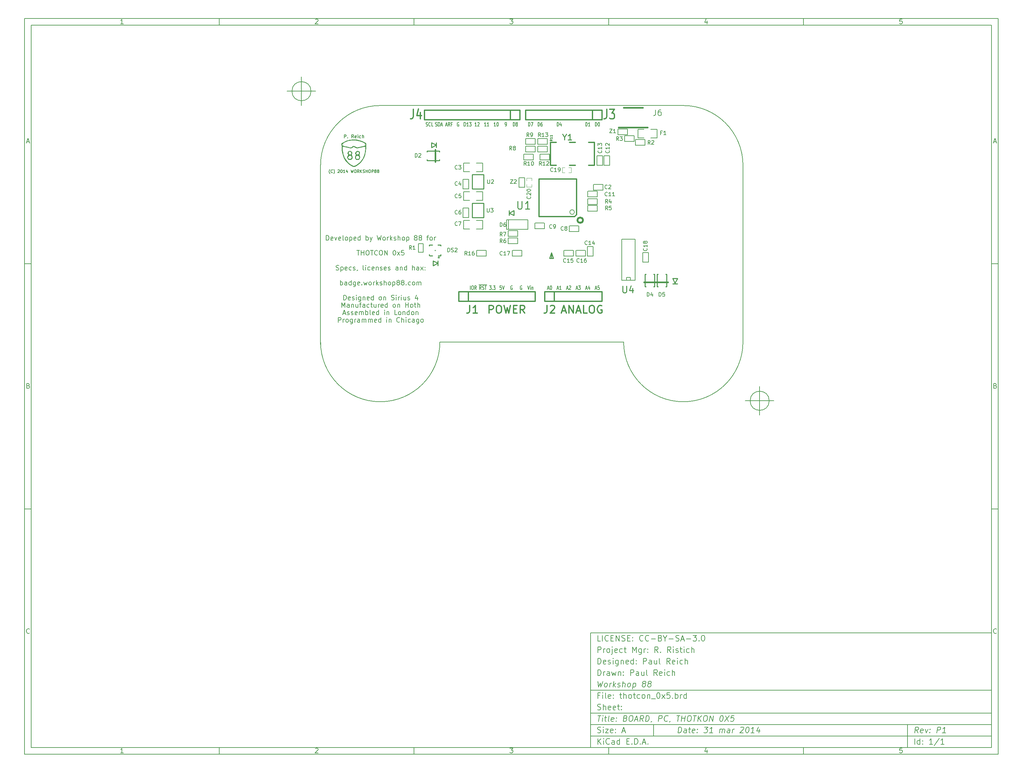
<source format=gto>
G04 (created by PCBNEW (2013-dec-23)-stable) date Sun 30 Mar 2014 19:37:48 CDT*
%MOIN*%
G04 Gerber Fmt 3.4, Leading zero omitted, Abs format*
%FSLAX34Y34*%
G01*
G70*
G90*
G04 APERTURE LIST*
%ADD10C,0.00590551*%
%ADD11C,0.01*%
%ADD12C,0.006*%
%ADD13C,0.008*%
%ADD14C,0.02*%
%ADD15C,0.012*%
%ADD16C,0.007*%
%ADD17C,0.00984252*%
%ADD18C,0.0026*%
%ADD19C,0.005*%
%ADD20C,0.015*%
%ADD21C,0.0047*%
%ADD22C,0.0001*%
%ADD23C,0.009*%
G04 APERTURE END LIST*
G54D10*
X-36650Y31000D02*
X65350Y31000D01*
X65350Y-46000D01*
X-36650Y-46000D01*
X-36650Y31000D01*
X-35950Y30300D02*
X64650Y30300D01*
X64650Y-45300D01*
X-35950Y-45300D01*
X-35950Y30300D01*
X-16250Y31000D02*
X-16250Y30300D01*
X-26307Y30447D02*
X-26592Y30447D01*
X-26450Y30447D02*
X-26450Y30947D01*
X-26497Y30876D01*
X-26545Y30828D01*
X-26592Y30804D01*
X-16250Y-46000D02*
X-16250Y-45300D01*
X-26307Y-45852D02*
X-26592Y-45852D01*
X-26450Y-45852D02*
X-26450Y-45352D01*
X-26497Y-45423D01*
X-26545Y-45471D01*
X-26592Y-45495D01*
X4150Y31000D02*
X4150Y30300D01*
X-6192Y30900D02*
X-6169Y30923D01*
X-6121Y30947D01*
X-6002Y30947D01*
X-5954Y30923D01*
X-5930Y30900D01*
X-5907Y30852D01*
X-5907Y30804D01*
X-5930Y30733D01*
X-6216Y30447D01*
X-5907Y30447D01*
X4150Y-46000D02*
X4150Y-45300D01*
X-6192Y-45400D02*
X-6169Y-45376D01*
X-6121Y-45352D01*
X-6002Y-45352D01*
X-5954Y-45376D01*
X-5930Y-45400D01*
X-5907Y-45447D01*
X-5907Y-45495D01*
X-5930Y-45566D01*
X-6216Y-45852D01*
X-5907Y-45852D01*
X24550Y31000D02*
X24550Y30300D01*
X14183Y30947D02*
X14492Y30947D01*
X14326Y30757D01*
X14397Y30757D01*
X14445Y30733D01*
X14469Y30709D01*
X14492Y30661D01*
X14492Y30542D01*
X14469Y30495D01*
X14445Y30471D01*
X14397Y30447D01*
X14254Y30447D01*
X14207Y30471D01*
X14183Y30495D01*
X24550Y-46000D02*
X24550Y-45300D01*
X14183Y-45352D02*
X14492Y-45352D01*
X14326Y-45542D01*
X14397Y-45542D01*
X14445Y-45566D01*
X14469Y-45590D01*
X14492Y-45638D01*
X14492Y-45757D01*
X14469Y-45804D01*
X14445Y-45828D01*
X14397Y-45852D01*
X14254Y-45852D01*
X14207Y-45828D01*
X14183Y-45804D01*
X44950Y31000D02*
X44950Y30300D01*
X34845Y30780D02*
X34845Y30447D01*
X34726Y30971D02*
X34607Y30614D01*
X34916Y30614D01*
X44950Y-46000D02*
X44950Y-45300D01*
X34845Y-45519D02*
X34845Y-45852D01*
X34726Y-45328D02*
X34607Y-45685D01*
X34916Y-45685D01*
X55269Y30947D02*
X55030Y30947D01*
X55007Y30709D01*
X55030Y30733D01*
X55078Y30757D01*
X55197Y30757D01*
X55245Y30733D01*
X55269Y30709D01*
X55292Y30661D01*
X55292Y30542D01*
X55269Y30495D01*
X55245Y30471D01*
X55197Y30447D01*
X55078Y30447D01*
X55030Y30471D01*
X55007Y30495D01*
X55269Y-45352D02*
X55030Y-45352D01*
X55007Y-45590D01*
X55030Y-45566D01*
X55078Y-45542D01*
X55197Y-45542D01*
X55245Y-45566D01*
X55269Y-45590D01*
X55292Y-45638D01*
X55292Y-45757D01*
X55269Y-45804D01*
X55245Y-45828D01*
X55197Y-45852D01*
X55078Y-45852D01*
X55030Y-45828D01*
X55007Y-45804D01*
X-36650Y5340D02*
X-35950Y5340D01*
X-36419Y18110D02*
X-36180Y18110D01*
X-36466Y17967D02*
X-36299Y18467D01*
X-36133Y17967D01*
X65350Y5340D02*
X64650Y5340D01*
X64880Y18110D02*
X65119Y18110D01*
X64833Y17967D02*
X65000Y18467D01*
X65166Y17967D01*
X-36650Y-20320D02*
X-35950Y-20320D01*
X-36264Y-7430D02*
X-36192Y-7454D01*
X-36169Y-7478D01*
X-36145Y-7525D01*
X-36145Y-7597D01*
X-36169Y-7644D01*
X-36192Y-7668D01*
X-36240Y-7692D01*
X-36430Y-7692D01*
X-36430Y-7192D01*
X-36264Y-7192D01*
X-36216Y-7216D01*
X-36192Y-7240D01*
X-36169Y-7287D01*
X-36169Y-7335D01*
X-36192Y-7382D01*
X-36216Y-7406D01*
X-36264Y-7430D01*
X-36430Y-7430D01*
X65350Y-20320D02*
X64650Y-20320D01*
X65035Y-7430D02*
X65107Y-7454D01*
X65130Y-7478D01*
X65154Y-7525D01*
X65154Y-7597D01*
X65130Y-7644D01*
X65107Y-7668D01*
X65059Y-7692D01*
X64869Y-7692D01*
X64869Y-7192D01*
X65035Y-7192D01*
X65083Y-7216D01*
X65107Y-7240D01*
X65130Y-7287D01*
X65130Y-7335D01*
X65107Y-7382D01*
X65083Y-7406D01*
X65035Y-7430D01*
X64869Y-7430D01*
X-36145Y-33304D02*
X-36169Y-33328D01*
X-36240Y-33352D01*
X-36288Y-33352D01*
X-36359Y-33328D01*
X-36407Y-33280D01*
X-36430Y-33233D01*
X-36454Y-33138D01*
X-36454Y-33066D01*
X-36430Y-32971D01*
X-36407Y-32923D01*
X-36359Y-32876D01*
X-36288Y-32852D01*
X-36240Y-32852D01*
X-36169Y-32876D01*
X-36145Y-32900D01*
X65154Y-33304D02*
X65130Y-33328D01*
X65059Y-33352D01*
X65011Y-33352D01*
X64940Y-33328D01*
X64892Y-33280D01*
X64869Y-33233D01*
X64845Y-33138D01*
X64845Y-33066D01*
X64869Y-32971D01*
X64892Y-32923D01*
X64940Y-32876D01*
X65011Y-32852D01*
X65059Y-32852D01*
X65130Y-32876D01*
X65154Y-32900D01*
X31800Y-43742D02*
X31875Y-43142D01*
X32017Y-43142D01*
X32100Y-43171D01*
X32150Y-43228D01*
X32171Y-43285D01*
X32185Y-43400D01*
X32175Y-43485D01*
X32132Y-43600D01*
X32096Y-43657D01*
X32032Y-43714D01*
X31942Y-43742D01*
X31800Y-43742D01*
X32657Y-43742D02*
X32696Y-43428D01*
X32675Y-43371D01*
X32621Y-43342D01*
X32507Y-43342D01*
X32446Y-43371D01*
X32660Y-43714D02*
X32600Y-43742D01*
X32457Y-43742D01*
X32403Y-43714D01*
X32382Y-43657D01*
X32389Y-43600D01*
X32425Y-43542D01*
X32485Y-43514D01*
X32628Y-43514D01*
X32689Y-43485D01*
X32907Y-43342D02*
X33135Y-43342D01*
X33017Y-43142D02*
X32953Y-43657D01*
X32975Y-43714D01*
X33028Y-43742D01*
X33085Y-43742D01*
X33517Y-43714D02*
X33457Y-43742D01*
X33342Y-43742D01*
X33289Y-43714D01*
X33267Y-43657D01*
X33296Y-43428D01*
X33332Y-43371D01*
X33392Y-43342D01*
X33507Y-43342D01*
X33560Y-43371D01*
X33582Y-43428D01*
X33575Y-43485D01*
X33282Y-43542D01*
X33807Y-43685D02*
X33832Y-43714D01*
X33800Y-43742D01*
X33775Y-43714D01*
X33807Y-43685D01*
X33800Y-43742D01*
X33846Y-43371D02*
X33871Y-43400D01*
X33839Y-43428D01*
X33814Y-43400D01*
X33846Y-43371D01*
X33839Y-43428D01*
X34560Y-43142D02*
X34932Y-43142D01*
X34703Y-43371D01*
X34789Y-43371D01*
X34842Y-43400D01*
X34867Y-43428D01*
X34889Y-43485D01*
X34871Y-43628D01*
X34835Y-43685D01*
X34803Y-43714D01*
X34742Y-43742D01*
X34571Y-43742D01*
X34517Y-43714D01*
X34492Y-43685D01*
X35428Y-43742D02*
X35085Y-43742D01*
X35257Y-43742D02*
X35332Y-43142D01*
X35264Y-43228D01*
X35200Y-43285D01*
X35139Y-43314D01*
X36142Y-43742D02*
X36192Y-43342D01*
X36185Y-43400D02*
X36217Y-43371D01*
X36278Y-43342D01*
X36364Y-43342D01*
X36417Y-43371D01*
X36439Y-43428D01*
X36400Y-43742D01*
X36439Y-43428D02*
X36475Y-43371D01*
X36535Y-43342D01*
X36621Y-43342D01*
X36675Y-43371D01*
X36696Y-43428D01*
X36657Y-43742D01*
X37200Y-43742D02*
X37239Y-43428D01*
X37217Y-43371D01*
X37164Y-43342D01*
X37050Y-43342D01*
X36989Y-43371D01*
X37203Y-43714D02*
X37142Y-43742D01*
X37000Y-43742D01*
X36946Y-43714D01*
X36925Y-43657D01*
X36932Y-43600D01*
X36967Y-43542D01*
X37028Y-43514D01*
X37171Y-43514D01*
X37232Y-43485D01*
X37485Y-43742D02*
X37535Y-43342D01*
X37521Y-43457D02*
X37557Y-43400D01*
X37589Y-43371D01*
X37650Y-43342D01*
X37707Y-43342D01*
X38353Y-43200D02*
X38385Y-43171D01*
X38446Y-43142D01*
X38589Y-43142D01*
X38642Y-43171D01*
X38667Y-43200D01*
X38689Y-43257D01*
X38682Y-43314D01*
X38642Y-43400D01*
X38257Y-43742D01*
X38628Y-43742D01*
X39075Y-43142D02*
X39132Y-43142D01*
X39185Y-43171D01*
X39210Y-43200D01*
X39232Y-43257D01*
X39246Y-43371D01*
X39228Y-43514D01*
X39185Y-43628D01*
X39150Y-43685D01*
X39117Y-43714D01*
X39057Y-43742D01*
X39000Y-43742D01*
X38946Y-43714D01*
X38921Y-43685D01*
X38900Y-43628D01*
X38885Y-43514D01*
X38903Y-43371D01*
X38946Y-43257D01*
X38982Y-43200D01*
X39014Y-43171D01*
X39075Y-43142D01*
X39771Y-43742D02*
X39428Y-43742D01*
X39600Y-43742D02*
X39675Y-43142D01*
X39607Y-43228D01*
X39542Y-43285D01*
X39482Y-43314D01*
X40335Y-43342D02*
X40285Y-43742D01*
X40221Y-43114D02*
X40025Y-43542D01*
X40396Y-43542D01*
X23392Y-44942D02*
X23392Y-44342D01*
X23735Y-44942D02*
X23478Y-44600D01*
X23735Y-44342D02*
X23392Y-44685D01*
X23992Y-44942D02*
X23992Y-44542D01*
X23992Y-44342D02*
X23964Y-44371D01*
X23992Y-44400D01*
X24021Y-44371D01*
X23992Y-44342D01*
X23992Y-44400D01*
X24621Y-44885D02*
X24592Y-44914D01*
X24507Y-44942D01*
X24450Y-44942D01*
X24364Y-44914D01*
X24307Y-44857D01*
X24278Y-44800D01*
X24250Y-44685D01*
X24250Y-44600D01*
X24278Y-44485D01*
X24307Y-44428D01*
X24364Y-44371D01*
X24450Y-44342D01*
X24507Y-44342D01*
X24592Y-44371D01*
X24621Y-44400D01*
X25135Y-44942D02*
X25135Y-44628D01*
X25107Y-44571D01*
X25050Y-44542D01*
X24935Y-44542D01*
X24878Y-44571D01*
X25135Y-44914D02*
X25078Y-44942D01*
X24935Y-44942D01*
X24878Y-44914D01*
X24850Y-44857D01*
X24850Y-44800D01*
X24878Y-44742D01*
X24935Y-44714D01*
X25078Y-44714D01*
X25135Y-44685D01*
X25678Y-44942D02*
X25678Y-44342D01*
X25678Y-44914D02*
X25621Y-44942D01*
X25507Y-44942D01*
X25450Y-44914D01*
X25421Y-44885D01*
X25392Y-44828D01*
X25392Y-44657D01*
X25421Y-44600D01*
X25450Y-44571D01*
X25507Y-44542D01*
X25621Y-44542D01*
X25678Y-44571D01*
X26421Y-44628D02*
X26621Y-44628D01*
X26707Y-44942D02*
X26421Y-44942D01*
X26421Y-44342D01*
X26707Y-44342D01*
X26964Y-44885D02*
X26992Y-44914D01*
X26964Y-44942D01*
X26935Y-44914D01*
X26964Y-44885D01*
X26964Y-44942D01*
X27249Y-44942D02*
X27249Y-44342D01*
X27392Y-44342D01*
X27478Y-44371D01*
X27535Y-44428D01*
X27564Y-44485D01*
X27592Y-44600D01*
X27592Y-44685D01*
X27564Y-44800D01*
X27535Y-44857D01*
X27478Y-44914D01*
X27392Y-44942D01*
X27249Y-44942D01*
X27849Y-44885D02*
X27878Y-44914D01*
X27849Y-44942D01*
X27821Y-44914D01*
X27849Y-44885D01*
X27849Y-44942D01*
X28107Y-44771D02*
X28392Y-44771D01*
X28049Y-44942D02*
X28249Y-44342D01*
X28449Y-44942D01*
X28649Y-44885D02*
X28678Y-44914D01*
X28649Y-44942D01*
X28621Y-44914D01*
X28649Y-44885D01*
X28649Y-44942D01*
X56942Y-43742D02*
X56778Y-43457D01*
X56600Y-43742D02*
X56675Y-43142D01*
X56903Y-43142D01*
X56957Y-43171D01*
X56982Y-43200D01*
X57003Y-43257D01*
X56992Y-43342D01*
X56957Y-43400D01*
X56925Y-43428D01*
X56864Y-43457D01*
X56635Y-43457D01*
X57432Y-43714D02*
X57371Y-43742D01*
X57257Y-43742D01*
X57203Y-43714D01*
X57182Y-43657D01*
X57210Y-43428D01*
X57246Y-43371D01*
X57307Y-43342D01*
X57421Y-43342D01*
X57475Y-43371D01*
X57496Y-43428D01*
X57489Y-43485D01*
X57196Y-43542D01*
X57707Y-43342D02*
X57800Y-43742D01*
X57992Y-43342D01*
X58178Y-43685D02*
X58203Y-43714D01*
X58171Y-43742D01*
X58146Y-43714D01*
X58178Y-43685D01*
X58171Y-43742D01*
X58217Y-43371D02*
X58242Y-43400D01*
X58210Y-43428D01*
X58185Y-43400D01*
X58217Y-43371D01*
X58210Y-43428D01*
X58914Y-43742D02*
X58989Y-43142D01*
X59217Y-43142D01*
X59271Y-43171D01*
X59296Y-43200D01*
X59317Y-43257D01*
X59307Y-43342D01*
X59271Y-43400D01*
X59239Y-43428D01*
X59178Y-43457D01*
X58950Y-43457D01*
X59828Y-43742D02*
X59485Y-43742D01*
X59657Y-43742D02*
X59732Y-43142D01*
X59664Y-43228D01*
X59600Y-43285D01*
X59539Y-43314D01*
X23364Y-43714D02*
X23450Y-43742D01*
X23592Y-43742D01*
X23650Y-43714D01*
X23678Y-43685D01*
X23707Y-43628D01*
X23707Y-43571D01*
X23678Y-43514D01*
X23650Y-43485D01*
X23592Y-43457D01*
X23478Y-43428D01*
X23421Y-43400D01*
X23392Y-43371D01*
X23364Y-43314D01*
X23364Y-43257D01*
X23392Y-43200D01*
X23421Y-43171D01*
X23478Y-43142D01*
X23621Y-43142D01*
X23707Y-43171D01*
X23964Y-43742D02*
X23964Y-43342D01*
X23964Y-43142D02*
X23935Y-43171D01*
X23964Y-43200D01*
X23992Y-43171D01*
X23964Y-43142D01*
X23964Y-43200D01*
X24192Y-43342D02*
X24507Y-43342D01*
X24192Y-43742D01*
X24507Y-43742D01*
X24964Y-43714D02*
X24907Y-43742D01*
X24792Y-43742D01*
X24735Y-43714D01*
X24707Y-43657D01*
X24707Y-43428D01*
X24735Y-43371D01*
X24792Y-43342D01*
X24907Y-43342D01*
X24964Y-43371D01*
X24992Y-43428D01*
X24992Y-43485D01*
X24707Y-43542D01*
X25250Y-43685D02*
X25278Y-43714D01*
X25250Y-43742D01*
X25221Y-43714D01*
X25250Y-43685D01*
X25250Y-43742D01*
X25250Y-43371D02*
X25278Y-43400D01*
X25250Y-43428D01*
X25221Y-43400D01*
X25250Y-43371D01*
X25250Y-43428D01*
X25964Y-43571D02*
X26250Y-43571D01*
X25907Y-43742D02*
X26107Y-43142D01*
X26307Y-43742D01*
X56592Y-44942D02*
X56592Y-44342D01*
X57135Y-44942D02*
X57135Y-44342D01*
X57135Y-44914D02*
X57078Y-44942D01*
X56964Y-44942D01*
X56907Y-44914D01*
X56878Y-44885D01*
X56850Y-44828D01*
X56850Y-44657D01*
X56878Y-44600D01*
X56907Y-44571D01*
X56964Y-44542D01*
X57078Y-44542D01*
X57135Y-44571D01*
X57421Y-44885D02*
X57450Y-44914D01*
X57421Y-44942D01*
X57392Y-44914D01*
X57421Y-44885D01*
X57421Y-44942D01*
X57421Y-44571D02*
X57450Y-44600D01*
X57421Y-44628D01*
X57392Y-44600D01*
X57421Y-44571D01*
X57421Y-44628D01*
X58478Y-44942D02*
X58135Y-44942D01*
X58307Y-44942D02*
X58307Y-44342D01*
X58249Y-44428D01*
X58192Y-44485D01*
X58135Y-44514D01*
X59164Y-44314D02*
X58650Y-45085D01*
X59678Y-44942D02*
X59335Y-44942D01*
X59507Y-44942D02*
X59507Y-44342D01*
X59449Y-44428D01*
X59392Y-44485D01*
X59335Y-44514D01*
X23389Y-41942D02*
X23732Y-41942D01*
X23485Y-42542D02*
X23560Y-41942D01*
X23857Y-42542D02*
X23907Y-42142D01*
X23932Y-41942D02*
X23900Y-41971D01*
X23925Y-42000D01*
X23957Y-41971D01*
X23932Y-41942D01*
X23925Y-42000D01*
X24107Y-42142D02*
X24335Y-42142D01*
X24217Y-41942D02*
X24153Y-42457D01*
X24175Y-42514D01*
X24228Y-42542D01*
X24285Y-42542D01*
X24571Y-42542D02*
X24517Y-42514D01*
X24496Y-42457D01*
X24560Y-41942D01*
X25032Y-42514D02*
X24971Y-42542D01*
X24857Y-42542D01*
X24803Y-42514D01*
X24782Y-42457D01*
X24810Y-42228D01*
X24846Y-42171D01*
X24907Y-42142D01*
X25021Y-42142D01*
X25075Y-42171D01*
X25096Y-42228D01*
X25089Y-42285D01*
X24796Y-42342D01*
X25321Y-42485D02*
X25346Y-42514D01*
X25314Y-42542D01*
X25289Y-42514D01*
X25321Y-42485D01*
X25314Y-42542D01*
X25360Y-42171D02*
X25385Y-42200D01*
X25353Y-42228D01*
X25328Y-42200D01*
X25360Y-42171D01*
X25353Y-42228D01*
X26296Y-42228D02*
X26378Y-42257D01*
X26403Y-42285D01*
X26425Y-42342D01*
X26414Y-42428D01*
X26378Y-42485D01*
X26346Y-42514D01*
X26285Y-42542D01*
X26057Y-42542D01*
X26132Y-41942D01*
X26332Y-41942D01*
X26385Y-41971D01*
X26410Y-42000D01*
X26432Y-42057D01*
X26425Y-42114D01*
X26389Y-42171D01*
X26357Y-42200D01*
X26296Y-42228D01*
X26096Y-42228D01*
X26846Y-41942D02*
X26960Y-41942D01*
X27014Y-41971D01*
X27064Y-42028D01*
X27078Y-42142D01*
X27053Y-42342D01*
X27010Y-42457D01*
X26946Y-42514D01*
X26885Y-42542D01*
X26771Y-42542D01*
X26717Y-42514D01*
X26667Y-42457D01*
X26653Y-42342D01*
X26678Y-42142D01*
X26721Y-42028D01*
X26785Y-41971D01*
X26846Y-41942D01*
X27278Y-42371D02*
X27564Y-42371D01*
X27200Y-42542D02*
X27475Y-41942D01*
X27600Y-42542D01*
X28142Y-42542D02*
X27978Y-42257D01*
X27800Y-42542D02*
X27875Y-41942D01*
X28103Y-41942D01*
X28157Y-41971D01*
X28182Y-42000D01*
X28203Y-42057D01*
X28192Y-42142D01*
X28157Y-42200D01*
X28125Y-42228D01*
X28064Y-42257D01*
X27835Y-42257D01*
X28400Y-42542D02*
X28475Y-41942D01*
X28617Y-41942D01*
X28700Y-41971D01*
X28750Y-42028D01*
X28771Y-42085D01*
X28785Y-42200D01*
X28775Y-42285D01*
X28732Y-42400D01*
X28696Y-42457D01*
X28632Y-42514D01*
X28542Y-42542D01*
X28400Y-42542D01*
X29032Y-42514D02*
X29028Y-42542D01*
X28992Y-42600D01*
X28960Y-42628D01*
X29742Y-42542D02*
X29817Y-41942D01*
X30046Y-41942D01*
X30099Y-41971D01*
X30125Y-42000D01*
X30146Y-42057D01*
X30135Y-42142D01*
X30100Y-42200D01*
X30067Y-42228D01*
X30007Y-42257D01*
X29778Y-42257D01*
X30692Y-42485D02*
X30660Y-42514D01*
X30571Y-42542D01*
X30514Y-42542D01*
X30432Y-42514D01*
X30382Y-42457D01*
X30360Y-42400D01*
X30346Y-42285D01*
X30357Y-42200D01*
X30400Y-42085D01*
X30435Y-42028D01*
X30499Y-41971D01*
X30589Y-41942D01*
X30646Y-41942D01*
X30728Y-41971D01*
X30753Y-42000D01*
X30975Y-42514D02*
X30971Y-42542D01*
X30935Y-42600D01*
X30903Y-42628D01*
X31675Y-41942D02*
X32017Y-41942D01*
X31771Y-42542D02*
X31846Y-41942D01*
X32142Y-42542D02*
X32217Y-41942D01*
X32182Y-42228D02*
X32525Y-42228D01*
X32485Y-42542D02*
X32560Y-41942D01*
X32960Y-41942D02*
X33075Y-41942D01*
X33128Y-41971D01*
X33178Y-42028D01*
X33192Y-42142D01*
X33167Y-42342D01*
X33124Y-42457D01*
X33060Y-42514D01*
X33000Y-42542D01*
X32885Y-42542D01*
X32832Y-42514D01*
X32782Y-42457D01*
X32767Y-42342D01*
X32792Y-42142D01*
X32835Y-42028D01*
X32899Y-41971D01*
X32960Y-41942D01*
X33389Y-41942D02*
X33732Y-41942D01*
X33485Y-42542D02*
X33560Y-41942D01*
X33857Y-42542D02*
X33932Y-41942D01*
X34199Y-42542D02*
X33985Y-42200D01*
X34274Y-41942D02*
X33889Y-42285D01*
X34646Y-41942D02*
X34760Y-41942D01*
X34814Y-41971D01*
X34864Y-42028D01*
X34878Y-42142D01*
X34853Y-42342D01*
X34810Y-42457D01*
X34746Y-42514D01*
X34685Y-42542D01*
X34571Y-42542D01*
X34517Y-42514D01*
X34467Y-42457D01*
X34453Y-42342D01*
X34478Y-42142D01*
X34521Y-42028D01*
X34585Y-41971D01*
X34646Y-41942D01*
X35085Y-42542D02*
X35160Y-41942D01*
X35428Y-42542D01*
X35503Y-41942D01*
X36360Y-41942D02*
X36417Y-41942D01*
X36471Y-41971D01*
X36496Y-42000D01*
X36517Y-42057D01*
X36532Y-42171D01*
X36514Y-42314D01*
X36471Y-42428D01*
X36435Y-42485D01*
X36403Y-42514D01*
X36342Y-42542D01*
X36285Y-42542D01*
X36232Y-42514D01*
X36207Y-42485D01*
X36185Y-42428D01*
X36171Y-42314D01*
X36189Y-42171D01*
X36232Y-42057D01*
X36267Y-42000D01*
X36299Y-41971D01*
X36360Y-41942D01*
X36760Y-41942D02*
X37085Y-42542D01*
X37160Y-41942D02*
X36685Y-42542D01*
X37674Y-41942D02*
X37389Y-41942D01*
X37325Y-42228D01*
X37357Y-42200D01*
X37417Y-42171D01*
X37560Y-42171D01*
X37614Y-42200D01*
X37639Y-42228D01*
X37660Y-42285D01*
X37642Y-42428D01*
X37607Y-42485D01*
X37574Y-42514D01*
X37514Y-42542D01*
X37371Y-42542D01*
X37317Y-42514D01*
X37292Y-42485D01*
X23592Y-39828D02*
X23392Y-39828D01*
X23392Y-40142D02*
X23392Y-39542D01*
X23678Y-39542D01*
X23907Y-40142D02*
X23907Y-39742D01*
X23907Y-39542D02*
X23878Y-39571D01*
X23907Y-39600D01*
X23935Y-39571D01*
X23907Y-39542D01*
X23907Y-39600D01*
X24278Y-40142D02*
X24221Y-40114D01*
X24192Y-40057D01*
X24192Y-39542D01*
X24735Y-40114D02*
X24678Y-40142D01*
X24564Y-40142D01*
X24507Y-40114D01*
X24478Y-40057D01*
X24478Y-39828D01*
X24507Y-39771D01*
X24564Y-39742D01*
X24678Y-39742D01*
X24735Y-39771D01*
X24764Y-39828D01*
X24764Y-39885D01*
X24478Y-39942D01*
X25021Y-40085D02*
X25050Y-40114D01*
X25021Y-40142D01*
X24992Y-40114D01*
X25021Y-40085D01*
X25021Y-40142D01*
X25021Y-39771D02*
X25050Y-39800D01*
X25021Y-39828D01*
X24992Y-39800D01*
X25021Y-39771D01*
X25021Y-39828D01*
X25678Y-39742D02*
X25907Y-39742D01*
X25764Y-39542D02*
X25764Y-40057D01*
X25792Y-40114D01*
X25850Y-40142D01*
X25907Y-40142D01*
X26107Y-40142D02*
X26107Y-39542D01*
X26364Y-40142D02*
X26364Y-39828D01*
X26335Y-39771D01*
X26278Y-39742D01*
X26192Y-39742D01*
X26135Y-39771D01*
X26107Y-39800D01*
X26735Y-40142D02*
X26678Y-40114D01*
X26650Y-40085D01*
X26621Y-40028D01*
X26621Y-39857D01*
X26650Y-39800D01*
X26678Y-39771D01*
X26735Y-39742D01*
X26821Y-39742D01*
X26878Y-39771D01*
X26907Y-39800D01*
X26935Y-39857D01*
X26935Y-40028D01*
X26907Y-40085D01*
X26878Y-40114D01*
X26821Y-40142D01*
X26735Y-40142D01*
X27107Y-39742D02*
X27335Y-39742D01*
X27192Y-39542D02*
X27192Y-40057D01*
X27221Y-40114D01*
X27278Y-40142D01*
X27335Y-40142D01*
X27792Y-40114D02*
X27735Y-40142D01*
X27621Y-40142D01*
X27564Y-40114D01*
X27535Y-40085D01*
X27507Y-40028D01*
X27507Y-39857D01*
X27535Y-39800D01*
X27564Y-39771D01*
X27621Y-39742D01*
X27735Y-39742D01*
X27792Y-39771D01*
X28135Y-40142D02*
X28078Y-40114D01*
X28050Y-40085D01*
X28021Y-40028D01*
X28021Y-39857D01*
X28050Y-39800D01*
X28078Y-39771D01*
X28135Y-39742D01*
X28221Y-39742D01*
X28278Y-39771D01*
X28307Y-39800D01*
X28335Y-39857D01*
X28335Y-40028D01*
X28307Y-40085D01*
X28278Y-40114D01*
X28221Y-40142D01*
X28135Y-40142D01*
X28592Y-39742D02*
X28592Y-40142D01*
X28592Y-39800D02*
X28621Y-39771D01*
X28678Y-39742D01*
X28764Y-39742D01*
X28821Y-39771D01*
X28850Y-39828D01*
X28850Y-40142D01*
X28992Y-40200D02*
X29450Y-40200D01*
X29707Y-39542D02*
X29764Y-39542D01*
X29821Y-39571D01*
X29850Y-39600D01*
X29878Y-39657D01*
X29907Y-39771D01*
X29907Y-39914D01*
X29878Y-40028D01*
X29850Y-40085D01*
X29821Y-40114D01*
X29764Y-40142D01*
X29707Y-40142D01*
X29650Y-40114D01*
X29621Y-40085D01*
X29592Y-40028D01*
X29564Y-39914D01*
X29564Y-39771D01*
X29592Y-39657D01*
X29621Y-39600D01*
X29650Y-39571D01*
X29707Y-39542D01*
X30107Y-40142D02*
X30421Y-39742D01*
X30107Y-39742D02*
X30421Y-40142D01*
X30935Y-39542D02*
X30650Y-39542D01*
X30621Y-39828D01*
X30650Y-39800D01*
X30707Y-39771D01*
X30850Y-39771D01*
X30907Y-39800D01*
X30935Y-39828D01*
X30964Y-39885D01*
X30964Y-40028D01*
X30935Y-40085D01*
X30907Y-40114D01*
X30850Y-40142D01*
X30707Y-40142D01*
X30650Y-40114D01*
X30621Y-40085D01*
X31221Y-40085D02*
X31250Y-40114D01*
X31221Y-40142D01*
X31192Y-40114D01*
X31221Y-40085D01*
X31221Y-40142D01*
X31507Y-40142D02*
X31507Y-39542D01*
X31507Y-39771D02*
X31564Y-39742D01*
X31678Y-39742D01*
X31735Y-39771D01*
X31764Y-39800D01*
X31792Y-39857D01*
X31792Y-40028D01*
X31764Y-40085D01*
X31735Y-40114D01*
X31678Y-40142D01*
X31564Y-40142D01*
X31507Y-40114D01*
X32050Y-40142D02*
X32050Y-39742D01*
X32050Y-39857D02*
X32078Y-39800D01*
X32107Y-39771D01*
X32164Y-39742D01*
X32221Y-39742D01*
X32678Y-40142D02*
X32678Y-39542D01*
X32678Y-40114D02*
X32621Y-40142D01*
X32507Y-40142D01*
X32450Y-40114D01*
X32421Y-40085D01*
X32392Y-40028D01*
X32392Y-39857D01*
X32421Y-39800D01*
X32450Y-39771D01*
X32507Y-39742D01*
X32621Y-39742D01*
X32678Y-39771D01*
X23364Y-41314D02*
X23450Y-41342D01*
X23592Y-41342D01*
X23650Y-41314D01*
X23678Y-41285D01*
X23707Y-41228D01*
X23707Y-41171D01*
X23678Y-41114D01*
X23650Y-41085D01*
X23592Y-41057D01*
X23478Y-41028D01*
X23421Y-41000D01*
X23392Y-40971D01*
X23364Y-40914D01*
X23364Y-40857D01*
X23392Y-40800D01*
X23421Y-40771D01*
X23478Y-40742D01*
X23621Y-40742D01*
X23707Y-40771D01*
X23964Y-41342D02*
X23964Y-40742D01*
X24221Y-41342D02*
X24221Y-41028D01*
X24192Y-40971D01*
X24135Y-40942D01*
X24050Y-40942D01*
X23992Y-40971D01*
X23964Y-41000D01*
X24735Y-41314D02*
X24678Y-41342D01*
X24564Y-41342D01*
X24507Y-41314D01*
X24478Y-41257D01*
X24478Y-41028D01*
X24507Y-40971D01*
X24564Y-40942D01*
X24678Y-40942D01*
X24735Y-40971D01*
X24764Y-41028D01*
X24764Y-41085D01*
X24478Y-41142D01*
X25250Y-41314D02*
X25192Y-41342D01*
X25078Y-41342D01*
X25021Y-41314D01*
X24992Y-41257D01*
X24992Y-41028D01*
X25021Y-40971D01*
X25078Y-40942D01*
X25192Y-40942D01*
X25250Y-40971D01*
X25278Y-41028D01*
X25278Y-41085D01*
X24992Y-41142D01*
X25450Y-40942D02*
X25678Y-40942D01*
X25535Y-40742D02*
X25535Y-41257D01*
X25564Y-41314D01*
X25621Y-41342D01*
X25678Y-41342D01*
X25878Y-41285D02*
X25907Y-41314D01*
X25878Y-41342D01*
X25850Y-41314D01*
X25878Y-41285D01*
X25878Y-41342D01*
X25878Y-40971D02*
X25907Y-41000D01*
X25878Y-41028D01*
X25850Y-41000D01*
X25878Y-40971D01*
X25878Y-41028D01*
X23417Y-38342D02*
X23485Y-38942D01*
X23653Y-38514D01*
X23714Y-38942D01*
X23932Y-38342D01*
X24171Y-38942D02*
X24117Y-38914D01*
X24092Y-38885D01*
X24071Y-38828D01*
X24092Y-38657D01*
X24128Y-38600D01*
X24160Y-38571D01*
X24221Y-38542D01*
X24307Y-38542D01*
X24360Y-38571D01*
X24385Y-38600D01*
X24407Y-38657D01*
X24385Y-38828D01*
X24350Y-38885D01*
X24317Y-38914D01*
X24257Y-38942D01*
X24171Y-38942D01*
X24628Y-38942D02*
X24678Y-38542D01*
X24664Y-38657D02*
X24700Y-38600D01*
X24732Y-38571D01*
X24792Y-38542D01*
X24850Y-38542D01*
X25000Y-38942D02*
X25075Y-38342D01*
X25085Y-38714D02*
X25228Y-38942D01*
X25278Y-38542D02*
X25021Y-38771D01*
X25460Y-38914D02*
X25514Y-38942D01*
X25628Y-38942D01*
X25689Y-38914D01*
X25725Y-38857D01*
X25728Y-38828D01*
X25707Y-38771D01*
X25653Y-38742D01*
X25567Y-38742D01*
X25514Y-38714D01*
X25492Y-38657D01*
X25496Y-38628D01*
X25532Y-38571D01*
X25592Y-38542D01*
X25678Y-38542D01*
X25732Y-38571D01*
X25971Y-38942D02*
X26046Y-38342D01*
X26228Y-38942D02*
X26267Y-38628D01*
X26246Y-38571D01*
X26192Y-38542D01*
X26107Y-38542D01*
X26046Y-38571D01*
X26014Y-38600D01*
X26599Y-38942D02*
X26546Y-38914D01*
X26521Y-38885D01*
X26500Y-38828D01*
X26521Y-38657D01*
X26557Y-38600D01*
X26589Y-38571D01*
X26649Y-38542D01*
X26735Y-38542D01*
X26789Y-38571D01*
X26814Y-38600D01*
X26835Y-38657D01*
X26814Y-38828D01*
X26778Y-38885D01*
X26746Y-38914D01*
X26685Y-38942D01*
X26599Y-38942D01*
X27107Y-38542D02*
X27032Y-39142D01*
X27103Y-38571D02*
X27164Y-38542D01*
X27278Y-38542D01*
X27332Y-38571D01*
X27357Y-38600D01*
X27378Y-38657D01*
X27357Y-38828D01*
X27321Y-38885D01*
X27289Y-38914D01*
X27228Y-38942D01*
X27114Y-38942D01*
X27060Y-38914D01*
X28185Y-38600D02*
X28132Y-38571D01*
X28107Y-38542D01*
X28085Y-38485D01*
X28089Y-38457D01*
X28124Y-38400D01*
X28157Y-38371D01*
X28217Y-38342D01*
X28332Y-38342D01*
X28385Y-38371D01*
X28410Y-38400D01*
X28432Y-38457D01*
X28428Y-38485D01*
X28392Y-38542D01*
X28360Y-38571D01*
X28299Y-38600D01*
X28185Y-38600D01*
X28125Y-38628D01*
X28092Y-38657D01*
X28057Y-38714D01*
X28042Y-38828D01*
X28064Y-38885D01*
X28089Y-38914D01*
X28142Y-38942D01*
X28257Y-38942D01*
X28317Y-38914D01*
X28349Y-38885D01*
X28385Y-38828D01*
X28399Y-38714D01*
X28378Y-38657D01*
X28353Y-38628D01*
X28299Y-38600D01*
X28757Y-38600D02*
X28703Y-38571D01*
X28678Y-38542D01*
X28657Y-38485D01*
X28660Y-38457D01*
X28696Y-38400D01*
X28728Y-38371D01*
X28789Y-38342D01*
X28903Y-38342D01*
X28957Y-38371D01*
X28982Y-38400D01*
X29003Y-38457D01*
X29000Y-38485D01*
X28964Y-38542D01*
X28932Y-38571D01*
X28871Y-38600D01*
X28757Y-38600D01*
X28696Y-38628D01*
X28664Y-38657D01*
X28628Y-38714D01*
X28614Y-38828D01*
X28635Y-38885D01*
X28660Y-38914D01*
X28714Y-38942D01*
X28828Y-38942D01*
X28889Y-38914D01*
X28921Y-38885D01*
X28957Y-38828D01*
X28971Y-38714D01*
X28949Y-38657D01*
X28925Y-38628D01*
X28871Y-38600D01*
X23392Y-37742D02*
X23392Y-37142D01*
X23535Y-37142D01*
X23621Y-37171D01*
X23678Y-37228D01*
X23707Y-37285D01*
X23735Y-37400D01*
X23735Y-37485D01*
X23707Y-37600D01*
X23678Y-37657D01*
X23621Y-37714D01*
X23535Y-37742D01*
X23392Y-37742D01*
X23992Y-37742D02*
X23992Y-37342D01*
X23992Y-37457D02*
X24021Y-37400D01*
X24050Y-37371D01*
X24107Y-37342D01*
X24164Y-37342D01*
X24621Y-37742D02*
X24621Y-37428D01*
X24592Y-37371D01*
X24535Y-37342D01*
X24421Y-37342D01*
X24364Y-37371D01*
X24621Y-37714D02*
X24564Y-37742D01*
X24421Y-37742D01*
X24364Y-37714D01*
X24335Y-37657D01*
X24335Y-37600D01*
X24364Y-37542D01*
X24421Y-37514D01*
X24564Y-37514D01*
X24621Y-37485D01*
X24850Y-37342D02*
X24964Y-37742D01*
X25078Y-37457D01*
X25192Y-37742D01*
X25307Y-37342D01*
X25535Y-37342D02*
X25535Y-37742D01*
X25535Y-37400D02*
X25564Y-37371D01*
X25621Y-37342D01*
X25707Y-37342D01*
X25764Y-37371D01*
X25792Y-37428D01*
X25792Y-37742D01*
X26078Y-37685D02*
X26107Y-37714D01*
X26078Y-37742D01*
X26050Y-37714D01*
X26078Y-37685D01*
X26078Y-37742D01*
X26078Y-37371D02*
X26107Y-37400D01*
X26078Y-37428D01*
X26050Y-37400D01*
X26078Y-37371D01*
X26078Y-37428D01*
X26821Y-37742D02*
X26821Y-37142D01*
X27050Y-37142D01*
X27107Y-37171D01*
X27135Y-37200D01*
X27164Y-37257D01*
X27164Y-37342D01*
X27135Y-37400D01*
X27107Y-37428D01*
X27050Y-37457D01*
X26821Y-37457D01*
X27678Y-37742D02*
X27678Y-37428D01*
X27650Y-37371D01*
X27592Y-37342D01*
X27478Y-37342D01*
X27421Y-37371D01*
X27678Y-37714D02*
X27621Y-37742D01*
X27478Y-37742D01*
X27421Y-37714D01*
X27392Y-37657D01*
X27392Y-37600D01*
X27421Y-37542D01*
X27478Y-37514D01*
X27621Y-37514D01*
X27678Y-37485D01*
X28221Y-37342D02*
X28221Y-37742D01*
X27964Y-37342D02*
X27964Y-37657D01*
X27992Y-37714D01*
X28049Y-37742D01*
X28135Y-37742D01*
X28192Y-37714D01*
X28221Y-37685D01*
X28592Y-37742D02*
X28535Y-37714D01*
X28507Y-37657D01*
X28507Y-37142D01*
X29621Y-37742D02*
X29421Y-37457D01*
X29278Y-37742D02*
X29278Y-37142D01*
X29507Y-37142D01*
X29564Y-37171D01*
X29592Y-37200D01*
X29621Y-37257D01*
X29621Y-37342D01*
X29592Y-37400D01*
X29564Y-37428D01*
X29507Y-37457D01*
X29278Y-37457D01*
X30107Y-37714D02*
X30050Y-37742D01*
X29935Y-37742D01*
X29878Y-37714D01*
X29850Y-37657D01*
X29850Y-37428D01*
X29878Y-37371D01*
X29935Y-37342D01*
X30050Y-37342D01*
X30107Y-37371D01*
X30135Y-37428D01*
X30135Y-37485D01*
X29850Y-37542D01*
X30392Y-37742D02*
X30392Y-37342D01*
X30392Y-37142D02*
X30364Y-37171D01*
X30392Y-37200D01*
X30421Y-37171D01*
X30392Y-37142D01*
X30392Y-37200D01*
X30935Y-37714D02*
X30878Y-37742D01*
X30764Y-37742D01*
X30707Y-37714D01*
X30678Y-37685D01*
X30650Y-37628D01*
X30650Y-37457D01*
X30678Y-37400D01*
X30707Y-37371D01*
X30764Y-37342D01*
X30878Y-37342D01*
X30935Y-37371D01*
X31192Y-37742D02*
X31192Y-37142D01*
X31450Y-37742D02*
X31450Y-37428D01*
X31421Y-37371D01*
X31364Y-37342D01*
X31278Y-37342D01*
X31221Y-37371D01*
X31192Y-37400D01*
X23392Y-36542D02*
X23392Y-35942D01*
X23535Y-35942D01*
X23621Y-35971D01*
X23678Y-36028D01*
X23707Y-36085D01*
X23735Y-36200D01*
X23735Y-36285D01*
X23707Y-36400D01*
X23678Y-36457D01*
X23621Y-36514D01*
X23535Y-36542D01*
X23392Y-36542D01*
X24221Y-36514D02*
X24164Y-36542D01*
X24050Y-36542D01*
X23992Y-36514D01*
X23964Y-36457D01*
X23964Y-36228D01*
X23992Y-36171D01*
X24050Y-36142D01*
X24164Y-36142D01*
X24221Y-36171D01*
X24250Y-36228D01*
X24250Y-36285D01*
X23964Y-36342D01*
X24478Y-36514D02*
X24535Y-36542D01*
X24650Y-36542D01*
X24707Y-36514D01*
X24735Y-36457D01*
X24735Y-36428D01*
X24707Y-36371D01*
X24650Y-36342D01*
X24564Y-36342D01*
X24507Y-36314D01*
X24478Y-36257D01*
X24478Y-36228D01*
X24507Y-36171D01*
X24564Y-36142D01*
X24650Y-36142D01*
X24707Y-36171D01*
X24992Y-36542D02*
X24992Y-36142D01*
X24992Y-35942D02*
X24964Y-35971D01*
X24992Y-36000D01*
X25021Y-35971D01*
X24992Y-35942D01*
X24992Y-36000D01*
X25535Y-36142D02*
X25535Y-36628D01*
X25507Y-36685D01*
X25478Y-36714D01*
X25421Y-36742D01*
X25335Y-36742D01*
X25278Y-36714D01*
X25535Y-36514D02*
X25478Y-36542D01*
X25364Y-36542D01*
X25307Y-36514D01*
X25278Y-36485D01*
X25250Y-36428D01*
X25250Y-36257D01*
X25278Y-36200D01*
X25307Y-36171D01*
X25364Y-36142D01*
X25478Y-36142D01*
X25535Y-36171D01*
X25821Y-36142D02*
X25821Y-36542D01*
X25821Y-36200D02*
X25850Y-36171D01*
X25907Y-36142D01*
X25992Y-36142D01*
X26050Y-36171D01*
X26078Y-36228D01*
X26078Y-36542D01*
X26592Y-36514D02*
X26535Y-36542D01*
X26421Y-36542D01*
X26364Y-36514D01*
X26335Y-36457D01*
X26335Y-36228D01*
X26364Y-36171D01*
X26421Y-36142D01*
X26535Y-36142D01*
X26592Y-36171D01*
X26621Y-36228D01*
X26621Y-36285D01*
X26335Y-36342D01*
X27135Y-36542D02*
X27135Y-35942D01*
X27135Y-36514D02*
X27078Y-36542D01*
X26964Y-36542D01*
X26907Y-36514D01*
X26878Y-36485D01*
X26850Y-36428D01*
X26850Y-36257D01*
X26878Y-36200D01*
X26907Y-36171D01*
X26964Y-36142D01*
X27078Y-36142D01*
X27135Y-36171D01*
X27421Y-36485D02*
X27450Y-36514D01*
X27421Y-36542D01*
X27392Y-36514D01*
X27421Y-36485D01*
X27421Y-36542D01*
X27421Y-36171D02*
X27450Y-36200D01*
X27421Y-36228D01*
X27392Y-36200D01*
X27421Y-36171D01*
X27421Y-36228D01*
X28164Y-36542D02*
X28164Y-35942D01*
X28392Y-35942D01*
X28449Y-35971D01*
X28478Y-36000D01*
X28507Y-36057D01*
X28507Y-36142D01*
X28478Y-36200D01*
X28449Y-36228D01*
X28392Y-36257D01*
X28164Y-36257D01*
X29021Y-36542D02*
X29021Y-36228D01*
X28992Y-36171D01*
X28935Y-36142D01*
X28821Y-36142D01*
X28764Y-36171D01*
X29021Y-36514D02*
X28964Y-36542D01*
X28821Y-36542D01*
X28764Y-36514D01*
X28735Y-36457D01*
X28735Y-36400D01*
X28764Y-36342D01*
X28821Y-36314D01*
X28964Y-36314D01*
X29021Y-36285D01*
X29564Y-36142D02*
X29564Y-36542D01*
X29307Y-36142D02*
X29307Y-36457D01*
X29335Y-36514D01*
X29392Y-36542D01*
X29478Y-36542D01*
X29535Y-36514D01*
X29564Y-36485D01*
X29935Y-36542D02*
X29878Y-36514D01*
X29849Y-36457D01*
X29849Y-35942D01*
X30964Y-36542D02*
X30764Y-36257D01*
X30621Y-36542D02*
X30621Y-35942D01*
X30850Y-35942D01*
X30907Y-35971D01*
X30935Y-36000D01*
X30964Y-36057D01*
X30964Y-36142D01*
X30935Y-36200D01*
X30907Y-36228D01*
X30850Y-36257D01*
X30621Y-36257D01*
X31450Y-36514D02*
X31392Y-36542D01*
X31278Y-36542D01*
X31221Y-36514D01*
X31192Y-36457D01*
X31192Y-36228D01*
X31221Y-36171D01*
X31278Y-36142D01*
X31392Y-36142D01*
X31450Y-36171D01*
X31478Y-36228D01*
X31478Y-36285D01*
X31192Y-36342D01*
X31735Y-36542D02*
X31735Y-36142D01*
X31735Y-35942D02*
X31707Y-35971D01*
X31735Y-36000D01*
X31764Y-35971D01*
X31735Y-35942D01*
X31735Y-36000D01*
X32278Y-36514D02*
X32221Y-36542D01*
X32107Y-36542D01*
X32050Y-36514D01*
X32021Y-36485D01*
X31992Y-36428D01*
X31992Y-36257D01*
X32021Y-36200D01*
X32050Y-36171D01*
X32107Y-36142D01*
X32221Y-36142D01*
X32278Y-36171D01*
X32535Y-36542D02*
X32535Y-35942D01*
X32792Y-36542D02*
X32792Y-36228D01*
X32764Y-36171D01*
X32707Y-36142D01*
X32621Y-36142D01*
X32564Y-36171D01*
X32535Y-36200D01*
X23392Y-35342D02*
X23392Y-34742D01*
X23621Y-34742D01*
X23678Y-34771D01*
X23707Y-34800D01*
X23735Y-34857D01*
X23735Y-34942D01*
X23707Y-35000D01*
X23678Y-35028D01*
X23621Y-35057D01*
X23392Y-35057D01*
X23992Y-35342D02*
X23992Y-34942D01*
X23992Y-35057D02*
X24021Y-35000D01*
X24050Y-34971D01*
X24107Y-34942D01*
X24164Y-34942D01*
X24450Y-35342D02*
X24392Y-35314D01*
X24364Y-35285D01*
X24335Y-35228D01*
X24335Y-35057D01*
X24364Y-35000D01*
X24392Y-34971D01*
X24450Y-34942D01*
X24535Y-34942D01*
X24592Y-34971D01*
X24621Y-35000D01*
X24650Y-35057D01*
X24650Y-35228D01*
X24621Y-35285D01*
X24592Y-35314D01*
X24535Y-35342D01*
X24450Y-35342D01*
X24907Y-34942D02*
X24907Y-35457D01*
X24878Y-35514D01*
X24821Y-35542D01*
X24792Y-35542D01*
X24907Y-34742D02*
X24878Y-34771D01*
X24907Y-34800D01*
X24935Y-34771D01*
X24907Y-34742D01*
X24907Y-34800D01*
X25421Y-35314D02*
X25364Y-35342D01*
X25250Y-35342D01*
X25192Y-35314D01*
X25164Y-35257D01*
X25164Y-35028D01*
X25192Y-34971D01*
X25250Y-34942D01*
X25364Y-34942D01*
X25421Y-34971D01*
X25450Y-35028D01*
X25450Y-35085D01*
X25164Y-35142D01*
X25964Y-35314D02*
X25907Y-35342D01*
X25792Y-35342D01*
X25735Y-35314D01*
X25707Y-35285D01*
X25678Y-35228D01*
X25678Y-35057D01*
X25707Y-35000D01*
X25735Y-34971D01*
X25792Y-34942D01*
X25907Y-34942D01*
X25964Y-34971D01*
X26135Y-34942D02*
X26364Y-34942D01*
X26221Y-34742D02*
X26221Y-35257D01*
X26250Y-35314D01*
X26307Y-35342D01*
X26364Y-35342D01*
X27021Y-35342D02*
X27021Y-34742D01*
X27221Y-35171D01*
X27421Y-34742D01*
X27421Y-35342D01*
X27964Y-34942D02*
X27964Y-35428D01*
X27935Y-35485D01*
X27907Y-35514D01*
X27850Y-35542D01*
X27764Y-35542D01*
X27707Y-35514D01*
X27964Y-35314D02*
X27907Y-35342D01*
X27792Y-35342D01*
X27735Y-35314D01*
X27707Y-35285D01*
X27678Y-35228D01*
X27678Y-35057D01*
X27707Y-35000D01*
X27735Y-34971D01*
X27792Y-34942D01*
X27907Y-34942D01*
X27964Y-34971D01*
X28250Y-35342D02*
X28250Y-34942D01*
X28250Y-35057D02*
X28278Y-35000D01*
X28307Y-34971D01*
X28364Y-34942D01*
X28421Y-34942D01*
X28621Y-35285D02*
X28650Y-35314D01*
X28621Y-35342D01*
X28592Y-35314D01*
X28621Y-35285D01*
X28621Y-35342D01*
X28621Y-34971D02*
X28650Y-35000D01*
X28621Y-35028D01*
X28592Y-35000D01*
X28621Y-34971D01*
X28621Y-35028D01*
X29707Y-35342D02*
X29507Y-35057D01*
X29364Y-35342D02*
X29364Y-34742D01*
X29592Y-34742D01*
X29650Y-34771D01*
X29678Y-34800D01*
X29707Y-34857D01*
X29707Y-34942D01*
X29678Y-35000D01*
X29650Y-35028D01*
X29592Y-35057D01*
X29364Y-35057D01*
X29964Y-35285D02*
X29992Y-35314D01*
X29964Y-35342D01*
X29935Y-35314D01*
X29964Y-35285D01*
X29964Y-35342D01*
X31050Y-35342D02*
X30850Y-35057D01*
X30707Y-35342D02*
X30707Y-34742D01*
X30935Y-34742D01*
X30992Y-34771D01*
X31021Y-34800D01*
X31050Y-34857D01*
X31050Y-34942D01*
X31021Y-35000D01*
X30992Y-35028D01*
X30935Y-35057D01*
X30707Y-35057D01*
X31307Y-35342D02*
X31307Y-34942D01*
X31307Y-34742D02*
X31278Y-34771D01*
X31307Y-34800D01*
X31335Y-34771D01*
X31307Y-34742D01*
X31307Y-34800D01*
X31564Y-35314D02*
X31621Y-35342D01*
X31735Y-35342D01*
X31792Y-35314D01*
X31821Y-35257D01*
X31821Y-35228D01*
X31792Y-35171D01*
X31735Y-35142D01*
X31650Y-35142D01*
X31592Y-35114D01*
X31564Y-35057D01*
X31564Y-35028D01*
X31592Y-34971D01*
X31650Y-34942D01*
X31735Y-34942D01*
X31792Y-34971D01*
X31992Y-34942D02*
X32221Y-34942D01*
X32078Y-34742D02*
X32078Y-35257D01*
X32107Y-35314D01*
X32164Y-35342D01*
X32221Y-35342D01*
X32421Y-35342D02*
X32421Y-34942D01*
X32421Y-34742D02*
X32392Y-34771D01*
X32421Y-34800D01*
X32450Y-34771D01*
X32421Y-34742D01*
X32421Y-34800D01*
X32964Y-35314D02*
X32907Y-35342D01*
X32792Y-35342D01*
X32735Y-35314D01*
X32707Y-35285D01*
X32678Y-35228D01*
X32678Y-35057D01*
X32707Y-35000D01*
X32735Y-34971D01*
X32792Y-34942D01*
X32907Y-34942D01*
X32964Y-34971D01*
X33221Y-35342D02*
X33221Y-34742D01*
X33478Y-35342D02*
X33478Y-35028D01*
X33450Y-34971D01*
X33392Y-34942D01*
X33307Y-34942D01*
X33250Y-34971D01*
X33221Y-35000D01*
X23678Y-34142D02*
X23392Y-34142D01*
X23392Y-33542D01*
X23878Y-34142D02*
X23878Y-33542D01*
X24507Y-34085D02*
X24478Y-34114D01*
X24392Y-34142D01*
X24335Y-34142D01*
X24249Y-34114D01*
X24192Y-34057D01*
X24164Y-34000D01*
X24135Y-33885D01*
X24135Y-33800D01*
X24164Y-33685D01*
X24192Y-33628D01*
X24249Y-33571D01*
X24335Y-33542D01*
X24392Y-33542D01*
X24478Y-33571D01*
X24507Y-33600D01*
X24764Y-33828D02*
X24964Y-33828D01*
X25049Y-34142D02*
X24764Y-34142D01*
X24764Y-33542D01*
X25049Y-33542D01*
X25307Y-34142D02*
X25307Y-33542D01*
X25649Y-34142D01*
X25649Y-33542D01*
X25907Y-34114D02*
X25992Y-34142D01*
X26135Y-34142D01*
X26192Y-34114D01*
X26221Y-34085D01*
X26249Y-34028D01*
X26249Y-33971D01*
X26221Y-33914D01*
X26192Y-33885D01*
X26135Y-33857D01*
X26021Y-33828D01*
X25964Y-33800D01*
X25935Y-33771D01*
X25907Y-33714D01*
X25907Y-33657D01*
X25935Y-33600D01*
X25964Y-33571D01*
X26021Y-33542D01*
X26164Y-33542D01*
X26249Y-33571D01*
X26507Y-33828D02*
X26707Y-33828D01*
X26792Y-34142D02*
X26507Y-34142D01*
X26507Y-33542D01*
X26792Y-33542D01*
X27049Y-34085D02*
X27078Y-34114D01*
X27049Y-34142D01*
X27021Y-34114D01*
X27049Y-34085D01*
X27049Y-34142D01*
X27049Y-33771D02*
X27078Y-33800D01*
X27049Y-33828D01*
X27021Y-33800D01*
X27049Y-33771D01*
X27049Y-33828D01*
X28135Y-34085D02*
X28107Y-34114D01*
X28021Y-34142D01*
X27964Y-34142D01*
X27878Y-34114D01*
X27821Y-34057D01*
X27792Y-34000D01*
X27764Y-33885D01*
X27764Y-33800D01*
X27792Y-33685D01*
X27821Y-33628D01*
X27878Y-33571D01*
X27964Y-33542D01*
X28021Y-33542D01*
X28107Y-33571D01*
X28135Y-33600D01*
X28735Y-34085D02*
X28707Y-34114D01*
X28621Y-34142D01*
X28564Y-34142D01*
X28478Y-34114D01*
X28421Y-34057D01*
X28392Y-34000D01*
X28364Y-33885D01*
X28364Y-33800D01*
X28392Y-33685D01*
X28421Y-33628D01*
X28478Y-33571D01*
X28564Y-33542D01*
X28621Y-33542D01*
X28707Y-33571D01*
X28735Y-33600D01*
X28992Y-33914D02*
X29449Y-33914D01*
X29935Y-33828D02*
X30021Y-33857D01*
X30049Y-33885D01*
X30078Y-33942D01*
X30078Y-34028D01*
X30049Y-34085D01*
X30021Y-34114D01*
X29964Y-34142D01*
X29735Y-34142D01*
X29735Y-33542D01*
X29935Y-33542D01*
X29992Y-33571D01*
X30021Y-33600D01*
X30049Y-33657D01*
X30049Y-33714D01*
X30021Y-33771D01*
X29992Y-33800D01*
X29935Y-33828D01*
X29735Y-33828D01*
X30449Y-33857D02*
X30449Y-34142D01*
X30249Y-33542D02*
X30449Y-33857D01*
X30649Y-33542D01*
X30849Y-33914D02*
X31307Y-33914D01*
X31564Y-34114D02*
X31649Y-34142D01*
X31792Y-34142D01*
X31849Y-34114D01*
X31878Y-34085D01*
X31907Y-34028D01*
X31907Y-33971D01*
X31878Y-33914D01*
X31849Y-33885D01*
X31792Y-33857D01*
X31678Y-33828D01*
X31621Y-33800D01*
X31592Y-33771D01*
X31564Y-33714D01*
X31564Y-33657D01*
X31592Y-33600D01*
X31621Y-33571D01*
X31678Y-33542D01*
X31821Y-33542D01*
X31907Y-33571D01*
X32135Y-33971D02*
X32421Y-33971D01*
X32078Y-34142D02*
X32278Y-33542D01*
X32478Y-34142D01*
X32678Y-33914D02*
X33135Y-33914D01*
X33364Y-33542D02*
X33735Y-33542D01*
X33535Y-33771D01*
X33621Y-33771D01*
X33678Y-33800D01*
X33707Y-33828D01*
X33735Y-33885D01*
X33735Y-34028D01*
X33707Y-34085D01*
X33678Y-34114D01*
X33621Y-34142D01*
X33450Y-34142D01*
X33392Y-34114D01*
X33364Y-34085D01*
X33992Y-34085D02*
X34021Y-34114D01*
X33992Y-34142D01*
X33964Y-34114D01*
X33992Y-34085D01*
X33992Y-34142D01*
X34392Y-33542D02*
X34450Y-33542D01*
X34507Y-33571D01*
X34535Y-33600D01*
X34564Y-33657D01*
X34592Y-33771D01*
X34592Y-33914D01*
X34564Y-34028D01*
X34535Y-34085D01*
X34507Y-34114D01*
X34450Y-34142D01*
X34392Y-34142D01*
X34335Y-34114D01*
X34307Y-34085D01*
X34278Y-34028D01*
X34250Y-33914D01*
X34250Y-33771D01*
X34278Y-33657D01*
X34307Y-33600D01*
X34335Y-33571D01*
X34392Y-33542D01*
X22650Y-33300D02*
X22650Y-45300D01*
X22650Y-39300D02*
X64650Y-39300D01*
X22650Y-33300D02*
X64650Y-33300D01*
X22650Y-41700D02*
X64650Y-41700D01*
X55850Y-42900D02*
X55850Y-45300D01*
X22650Y-44100D02*
X64650Y-44100D01*
X22650Y-42900D02*
X64650Y-42900D01*
X29250Y-42900D02*
X29250Y-44100D01*
G54D11*
X6650Y5150D02*
X6650Y5650D01*
X6650Y5400D02*
X6150Y5150D01*
X6150Y5150D02*
X6150Y5400D01*
X6150Y5400D02*
X6150Y5650D01*
X6150Y5650D02*
X6650Y5400D01*
G54D12*
X38600Y15650D02*
G75*
G03X32350Y21900I-6250J0D01*
G74*
G01*
X600Y21900D02*
G75*
G03X-5650Y15650I0J-6250D01*
G74*
G01*
X600Y-9100D02*
G75*
G03X6850Y-2850I0J6250D01*
G74*
G01*
X-5650Y-2850D02*
G75*
G03X600Y-9100I6250J0D01*
G74*
G01*
X32350Y-9100D02*
G75*
G03X38600Y-2850I0J6250D01*
G74*
G01*
X26100Y-2850D02*
G75*
G03X32350Y-9100I6250J0D01*
G74*
G01*
G54D13*
X-5052Y7797D02*
X-5052Y8297D01*
X-4933Y8297D01*
X-4861Y8273D01*
X-4814Y8226D01*
X-4790Y8178D01*
X-4766Y8083D01*
X-4766Y8011D01*
X-4790Y7916D01*
X-4814Y7869D01*
X-4861Y7821D01*
X-4933Y7797D01*
X-5052Y7797D01*
X-4361Y7821D02*
X-4409Y7797D01*
X-4504Y7797D01*
X-4552Y7821D01*
X-4576Y7869D01*
X-4576Y8059D01*
X-4552Y8107D01*
X-4504Y8130D01*
X-4409Y8130D01*
X-4361Y8107D01*
X-4338Y8059D01*
X-4338Y8011D01*
X-4576Y7964D01*
X-4171Y8130D02*
X-4052Y7797D01*
X-3933Y8130D01*
X-3552Y7821D02*
X-3600Y7797D01*
X-3695Y7797D01*
X-3742Y7821D01*
X-3766Y7869D01*
X-3766Y8059D01*
X-3742Y8107D01*
X-3695Y8130D01*
X-3600Y8130D01*
X-3552Y8107D01*
X-3528Y8059D01*
X-3528Y8011D01*
X-3766Y7964D01*
X-3242Y7797D02*
X-3290Y7821D01*
X-3314Y7869D01*
X-3314Y8297D01*
X-2980Y7797D02*
X-3028Y7821D01*
X-3052Y7845D01*
X-3076Y7892D01*
X-3076Y8035D01*
X-3052Y8083D01*
X-3028Y8107D01*
X-2980Y8130D01*
X-2909Y8130D01*
X-2861Y8107D01*
X-2838Y8083D01*
X-2814Y8035D01*
X-2814Y7892D01*
X-2838Y7845D01*
X-2861Y7821D01*
X-2909Y7797D01*
X-2980Y7797D01*
X-2600Y8130D02*
X-2600Y7630D01*
X-2600Y8107D02*
X-2552Y8130D01*
X-2457Y8130D01*
X-2409Y8107D01*
X-2385Y8083D01*
X-2361Y8035D01*
X-2361Y7892D01*
X-2385Y7845D01*
X-2409Y7821D01*
X-2457Y7797D01*
X-2552Y7797D01*
X-2600Y7821D01*
X-1957Y7821D02*
X-2004Y7797D01*
X-2100Y7797D01*
X-2147Y7821D01*
X-2171Y7869D01*
X-2171Y8059D01*
X-2147Y8107D01*
X-2100Y8130D01*
X-2004Y8130D01*
X-1957Y8107D01*
X-1933Y8059D01*
X-1933Y8011D01*
X-2171Y7964D01*
X-1504Y7797D02*
X-1504Y8297D01*
X-1504Y7821D02*
X-1552Y7797D01*
X-1647Y7797D01*
X-1695Y7821D01*
X-1719Y7845D01*
X-1742Y7892D01*
X-1742Y8035D01*
X-1719Y8083D01*
X-1695Y8107D01*
X-1647Y8130D01*
X-1552Y8130D01*
X-1504Y8107D01*
X-885Y7797D02*
X-885Y8297D01*
X-885Y8107D02*
X-838Y8130D01*
X-742Y8130D01*
X-695Y8107D01*
X-671Y8083D01*
X-647Y8035D01*
X-647Y7892D01*
X-671Y7845D01*
X-695Y7821D01*
X-742Y7797D01*
X-838Y7797D01*
X-885Y7821D01*
X-480Y8130D02*
X-361Y7797D01*
X-242Y8130D02*
X-361Y7797D01*
X-409Y7678D01*
X-433Y7654D01*
X-480Y7630D01*
X280Y8297D02*
X400Y7797D01*
X495Y8154D01*
X590Y7797D01*
X709Y8297D01*
X971Y7797D02*
X923Y7821D01*
X900Y7845D01*
X876Y7892D01*
X876Y8035D01*
X900Y8083D01*
X923Y8107D01*
X971Y8130D01*
X1042Y8130D01*
X1090Y8107D01*
X1114Y8083D01*
X1138Y8035D01*
X1138Y7892D01*
X1114Y7845D01*
X1090Y7821D01*
X1042Y7797D01*
X971Y7797D01*
X1352Y7797D02*
X1352Y8130D01*
X1352Y8035D02*
X1376Y8083D01*
X1400Y8107D01*
X1447Y8130D01*
X1495Y8130D01*
X1661Y7797D02*
X1661Y8297D01*
X1709Y7988D02*
X1852Y7797D01*
X1852Y8130D02*
X1661Y7940D01*
X2042Y7821D02*
X2090Y7797D01*
X2185Y7797D01*
X2233Y7821D01*
X2257Y7869D01*
X2257Y7892D01*
X2233Y7940D01*
X2185Y7964D01*
X2114Y7964D01*
X2066Y7988D01*
X2042Y8035D01*
X2042Y8059D01*
X2066Y8107D01*
X2114Y8130D01*
X2185Y8130D01*
X2233Y8107D01*
X2471Y7797D02*
X2471Y8297D01*
X2685Y7797D02*
X2685Y8059D01*
X2661Y8107D01*
X2614Y8130D01*
X2542Y8130D01*
X2495Y8107D01*
X2471Y8083D01*
X2995Y7797D02*
X2947Y7821D01*
X2923Y7845D01*
X2900Y7892D01*
X2900Y8035D01*
X2923Y8083D01*
X2947Y8107D01*
X2995Y8130D01*
X3066Y8130D01*
X3114Y8107D01*
X3138Y8083D01*
X3161Y8035D01*
X3161Y7892D01*
X3138Y7845D01*
X3114Y7821D01*
X3066Y7797D01*
X2995Y7797D01*
X3376Y8130D02*
X3376Y7630D01*
X3376Y8107D02*
X3423Y8130D01*
X3519Y8130D01*
X3566Y8107D01*
X3590Y8083D01*
X3614Y8035D01*
X3614Y7892D01*
X3590Y7845D01*
X3566Y7821D01*
X3519Y7797D01*
X3423Y7797D01*
X3376Y7821D01*
X4280Y8083D02*
X4233Y8107D01*
X4209Y8130D01*
X4185Y8178D01*
X4185Y8202D01*
X4209Y8250D01*
X4233Y8273D01*
X4280Y8297D01*
X4376Y8297D01*
X4423Y8273D01*
X4447Y8250D01*
X4471Y8202D01*
X4471Y8178D01*
X4447Y8130D01*
X4423Y8107D01*
X4376Y8083D01*
X4280Y8083D01*
X4233Y8059D01*
X4209Y8035D01*
X4185Y7988D01*
X4185Y7892D01*
X4209Y7845D01*
X4233Y7821D01*
X4280Y7797D01*
X4376Y7797D01*
X4423Y7821D01*
X4447Y7845D01*
X4471Y7892D01*
X4471Y7988D01*
X4447Y8035D01*
X4423Y8059D01*
X4376Y8083D01*
X4757Y8083D02*
X4709Y8107D01*
X4685Y8130D01*
X4661Y8178D01*
X4661Y8202D01*
X4685Y8250D01*
X4709Y8273D01*
X4757Y8297D01*
X4852Y8297D01*
X4900Y8273D01*
X4923Y8250D01*
X4947Y8202D01*
X4947Y8178D01*
X4923Y8130D01*
X4900Y8107D01*
X4852Y8083D01*
X4757Y8083D01*
X4709Y8059D01*
X4685Y8035D01*
X4661Y7988D01*
X4661Y7892D01*
X4685Y7845D01*
X4709Y7821D01*
X4757Y7797D01*
X4852Y7797D01*
X4900Y7821D01*
X4923Y7845D01*
X4947Y7892D01*
X4947Y7988D01*
X4923Y8035D01*
X4900Y8059D01*
X4852Y8083D01*
X5471Y8130D02*
X5661Y8130D01*
X5542Y7797D02*
X5542Y8226D01*
X5566Y8273D01*
X5614Y8297D01*
X5661Y8297D01*
X5900Y7797D02*
X5852Y7821D01*
X5828Y7845D01*
X5804Y7892D01*
X5804Y8035D01*
X5828Y8083D01*
X5852Y8107D01*
X5900Y8130D01*
X5971Y8130D01*
X6019Y8107D01*
X6042Y8083D01*
X6066Y8035D01*
X6066Y7892D01*
X6042Y7845D01*
X6019Y7821D01*
X5971Y7797D01*
X5900Y7797D01*
X6280Y7797D02*
X6280Y8130D01*
X6280Y8035D02*
X6304Y8083D01*
X6328Y8107D01*
X6376Y8130D01*
X6423Y8130D01*
X-1850Y6737D02*
X-1564Y6737D01*
X-1707Y6237D02*
X-1707Y6737D01*
X-1397Y6237D02*
X-1397Y6737D01*
X-1397Y6499D02*
X-1111Y6499D01*
X-1111Y6237D02*
X-1111Y6737D01*
X-778Y6737D02*
X-683Y6737D01*
X-635Y6713D01*
X-588Y6666D01*
X-564Y6570D01*
X-564Y6404D01*
X-588Y6309D01*
X-635Y6261D01*
X-683Y6237D01*
X-778Y6237D01*
X-826Y6261D01*
X-873Y6309D01*
X-897Y6404D01*
X-897Y6570D01*
X-873Y6666D01*
X-826Y6713D01*
X-778Y6737D01*
X-421Y6737D02*
X-135Y6737D01*
X-278Y6237D02*
X-278Y6737D01*
X316Y6285D02*
X292Y6261D01*
X221Y6237D01*
X173Y6237D01*
X102Y6261D01*
X54Y6309D01*
X30Y6356D01*
X7Y6451D01*
X7Y6523D01*
X30Y6618D01*
X54Y6666D01*
X102Y6713D01*
X173Y6737D01*
X221Y6737D01*
X292Y6713D01*
X316Y6690D01*
X626Y6737D02*
X721Y6737D01*
X769Y6713D01*
X816Y6666D01*
X840Y6570D01*
X840Y6404D01*
X816Y6309D01*
X769Y6261D01*
X721Y6237D01*
X626Y6237D01*
X578Y6261D01*
X530Y6309D01*
X507Y6404D01*
X507Y6570D01*
X530Y6666D01*
X578Y6713D01*
X626Y6737D01*
X1054Y6237D02*
X1054Y6737D01*
X1340Y6237D01*
X1340Y6737D01*
X2054Y6737D02*
X2102Y6737D01*
X2149Y6713D01*
X2173Y6690D01*
X2197Y6642D01*
X2221Y6547D01*
X2221Y6428D01*
X2197Y6332D01*
X2173Y6285D01*
X2149Y6261D01*
X2102Y6237D01*
X2054Y6237D01*
X2007Y6261D01*
X1983Y6285D01*
X1959Y6332D01*
X1935Y6428D01*
X1935Y6547D01*
X1959Y6642D01*
X1983Y6690D01*
X2007Y6713D01*
X2054Y6737D01*
X2388Y6237D02*
X2650Y6570D01*
X2388Y6570D02*
X2650Y6237D01*
X3078Y6737D02*
X2840Y6737D01*
X2816Y6499D01*
X2840Y6523D01*
X2888Y6547D01*
X3007Y6547D01*
X3054Y6523D01*
X3078Y6499D01*
X3102Y6451D01*
X3102Y6332D01*
X3078Y6285D01*
X3054Y6261D01*
X3007Y6237D01*
X2888Y6237D01*
X2840Y6261D01*
X2816Y6285D01*
X-4016Y4701D02*
X-3945Y4677D01*
X-3826Y4677D01*
X-3778Y4701D01*
X-3754Y4725D01*
X-3730Y4772D01*
X-3730Y4820D01*
X-3754Y4868D01*
X-3778Y4891D01*
X-3826Y4915D01*
X-3921Y4939D01*
X-3969Y4963D01*
X-3992Y4987D01*
X-4016Y5034D01*
X-4016Y5082D01*
X-3992Y5130D01*
X-3969Y5153D01*
X-3921Y5177D01*
X-3802Y5177D01*
X-3730Y5153D01*
X-3516Y5010D02*
X-3516Y4510D01*
X-3516Y4987D02*
X-3469Y5010D01*
X-3373Y5010D01*
X-3326Y4987D01*
X-3302Y4963D01*
X-3278Y4915D01*
X-3278Y4772D01*
X-3302Y4725D01*
X-3326Y4701D01*
X-3373Y4677D01*
X-3469Y4677D01*
X-3516Y4701D01*
X-2873Y4701D02*
X-2921Y4677D01*
X-3016Y4677D01*
X-3064Y4701D01*
X-3088Y4749D01*
X-3088Y4939D01*
X-3064Y4987D01*
X-3016Y5010D01*
X-2921Y5010D01*
X-2873Y4987D01*
X-2849Y4939D01*
X-2849Y4891D01*
X-3088Y4844D01*
X-2421Y4701D02*
X-2469Y4677D01*
X-2564Y4677D01*
X-2611Y4701D01*
X-2635Y4725D01*
X-2659Y4772D01*
X-2659Y4915D01*
X-2635Y4963D01*
X-2611Y4987D01*
X-2564Y5010D01*
X-2469Y5010D01*
X-2421Y4987D01*
X-2230Y4701D02*
X-2183Y4677D01*
X-2088Y4677D01*
X-2040Y4701D01*
X-2016Y4749D01*
X-2016Y4772D01*
X-2040Y4820D01*
X-2088Y4844D01*
X-2159Y4844D01*
X-2207Y4868D01*
X-2230Y4915D01*
X-2230Y4939D01*
X-2207Y4987D01*
X-2159Y5010D01*
X-2088Y5010D01*
X-2040Y4987D01*
X-1778Y4701D02*
X-1778Y4677D01*
X-1802Y4630D01*
X-1826Y4606D01*
X-1111Y4677D02*
X-1159Y4701D01*
X-1183Y4749D01*
X-1183Y5177D01*
X-921Y4677D02*
X-921Y5010D01*
X-921Y5177D02*
X-945Y5153D01*
X-921Y5130D01*
X-897Y5153D01*
X-921Y5177D01*
X-921Y5130D01*
X-469Y4701D02*
X-516Y4677D01*
X-611Y4677D01*
X-659Y4701D01*
X-683Y4725D01*
X-707Y4772D01*
X-707Y4915D01*
X-683Y4963D01*
X-659Y4987D01*
X-611Y5010D01*
X-516Y5010D01*
X-469Y4987D01*
X-64Y4701D02*
X-111Y4677D01*
X-207Y4677D01*
X-254Y4701D01*
X-278Y4749D01*
X-278Y4939D01*
X-254Y4987D01*
X-207Y5010D01*
X-111Y5010D01*
X-64Y4987D01*
X-40Y4939D01*
X-40Y4891D01*
X-278Y4844D01*
X173Y5010D02*
X173Y4677D01*
X173Y4963D02*
X197Y4987D01*
X245Y5010D01*
X316Y5010D01*
X364Y4987D01*
X388Y4939D01*
X388Y4677D01*
X602Y4701D02*
X649Y4677D01*
X745Y4677D01*
X792Y4701D01*
X816Y4749D01*
X816Y4772D01*
X792Y4820D01*
X745Y4844D01*
X673Y4844D01*
X626Y4868D01*
X602Y4915D01*
X602Y4939D01*
X626Y4987D01*
X673Y5010D01*
X745Y5010D01*
X792Y4987D01*
X1221Y4701D02*
X1173Y4677D01*
X1078Y4677D01*
X1030Y4701D01*
X1007Y4749D01*
X1007Y4939D01*
X1030Y4987D01*
X1078Y5010D01*
X1173Y5010D01*
X1221Y4987D01*
X1245Y4939D01*
X1245Y4891D01*
X1007Y4844D01*
X1435Y4701D02*
X1483Y4677D01*
X1578Y4677D01*
X1626Y4701D01*
X1649Y4749D01*
X1649Y4772D01*
X1626Y4820D01*
X1578Y4844D01*
X1507Y4844D01*
X1459Y4868D01*
X1435Y4915D01*
X1435Y4939D01*
X1459Y4987D01*
X1507Y5010D01*
X1578Y5010D01*
X1626Y4987D01*
X2459Y4677D02*
X2459Y4939D01*
X2435Y4987D01*
X2388Y5010D01*
X2292Y5010D01*
X2245Y4987D01*
X2459Y4701D02*
X2411Y4677D01*
X2292Y4677D01*
X2245Y4701D01*
X2221Y4749D01*
X2221Y4796D01*
X2245Y4844D01*
X2292Y4868D01*
X2411Y4868D01*
X2459Y4891D01*
X2697Y5010D02*
X2697Y4677D01*
X2697Y4963D02*
X2721Y4987D01*
X2769Y5010D01*
X2840Y5010D01*
X2888Y4987D01*
X2911Y4939D01*
X2911Y4677D01*
X3364Y4677D02*
X3364Y5177D01*
X3364Y4701D02*
X3316Y4677D01*
X3221Y4677D01*
X3173Y4701D01*
X3149Y4725D01*
X3126Y4772D01*
X3126Y4915D01*
X3149Y4963D01*
X3173Y4987D01*
X3221Y5010D01*
X3316Y5010D01*
X3364Y4987D01*
X3983Y4677D02*
X3983Y5177D01*
X4197Y4677D02*
X4197Y4939D01*
X4173Y4987D01*
X4126Y5010D01*
X4054Y5010D01*
X4007Y4987D01*
X3983Y4963D01*
X4650Y4677D02*
X4650Y4939D01*
X4626Y4987D01*
X4578Y5010D01*
X4483Y5010D01*
X4435Y4987D01*
X4650Y4701D02*
X4602Y4677D01*
X4483Y4677D01*
X4435Y4701D01*
X4411Y4749D01*
X4411Y4796D01*
X4435Y4844D01*
X4483Y4868D01*
X4602Y4868D01*
X4650Y4891D01*
X4840Y4677D02*
X5102Y5010D01*
X4840Y5010D02*
X5102Y4677D01*
X5292Y4725D02*
X5316Y4701D01*
X5292Y4677D01*
X5269Y4701D01*
X5292Y4725D01*
X5292Y4677D01*
X5292Y4987D02*
X5316Y4963D01*
X5292Y4939D01*
X5269Y4963D01*
X5292Y4987D01*
X5292Y4939D01*
X-3564Y3117D02*
X-3564Y3617D01*
X-3564Y3427D02*
X-3516Y3450D01*
X-3421Y3450D01*
X-3373Y3427D01*
X-3350Y3403D01*
X-3326Y3355D01*
X-3326Y3212D01*
X-3350Y3165D01*
X-3373Y3141D01*
X-3421Y3117D01*
X-3516Y3117D01*
X-3564Y3141D01*
X-2897Y3117D02*
X-2897Y3379D01*
X-2921Y3427D01*
X-2969Y3450D01*
X-3064Y3450D01*
X-3111Y3427D01*
X-2897Y3141D02*
X-2945Y3117D01*
X-3064Y3117D01*
X-3111Y3141D01*
X-3135Y3189D01*
X-3135Y3236D01*
X-3111Y3284D01*
X-3064Y3308D01*
X-2945Y3308D01*
X-2897Y3331D01*
X-2445Y3117D02*
X-2445Y3617D01*
X-2445Y3141D02*
X-2492Y3117D01*
X-2588Y3117D01*
X-2635Y3141D01*
X-2659Y3165D01*
X-2683Y3212D01*
X-2683Y3355D01*
X-2659Y3403D01*
X-2635Y3427D01*
X-2588Y3450D01*
X-2492Y3450D01*
X-2445Y3427D01*
X-1992Y3450D02*
X-1992Y3046D01*
X-2016Y2998D01*
X-2040Y2974D01*
X-2088Y2950D01*
X-2159Y2950D01*
X-2207Y2974D01*
X-1992Y3141D02*
X-2040Y3117D01*
X-2135Y3117D01*
X-2183Y3141D01*
X-2207Y3165D01*
X-2230Y3212D01*
X-2230Y3355D01*
X-2207Y3403D01*
X-2183Y3427D01*
X-2135Y3450D01*
X-2040Y3450D01*
X-1992Y3427D01*
X-1564Y3141D02*
X-1611Y3117D01*
X-1707Y3117D01*
X-1754Y3141D01*
X-1778Y3189D01*
X-1778Y3379D01*
X-1754Y3427D01*
X-1707Y3450D01*
X-1611Y3450D01*
X-1564Y3427D01*
X-1540Y3379D01*
X-1540Y3331D01*
X-1778Y3284D01*
X-1326Y3165D02*
X-1302Y3141D01*
X-1326Y3117D01*
X-1349Y3141D01*
X-1326Y3165D01*
X-1326Y3117D01*
X-1135Y3450D02*
X-1040Y3117D01*
X-945Y3355D01*
X-849Y3117D01*
X-754Y3450D01*
X-492Y3117D02*
X-540Y3141D01*
X-564Y3165D01*
X-588Y3212D01*
X-588Y3355D01*
X-564Y3403D01*
X-540Y3427D01*
X-492Y3450D01*
X-421Y3450D01*
X-373Y3427D01*
X-349Y3403D01*
X-326Y3355D01*
X-326Y3212D01*
X-349Y3165D01*
X-373Y3141D01*
X-421Y3117D01*
X-492Y3117D01*
X-111Y3117D02*
X-111Y3450D01*
X-111Y3355D02*
X-88Y3403D01*
X-64Y3427D01*
X-16Y3450D01*
X30Y3450D01*
X197Y3117D02*
X197Y3617D01*
X245Y3308D02*
X388Y3117D01*
X388Y3450D02*
X197Y3260D01*
X578Y3141D02*
X626Y3117D01*
X721Y3117D01*
X769Y3141D01*
X792Y3189D01*
X792Y3212D01*
X769Y3260D01*
X721Y3284D01*
X650Y3284D01*
X602Y3308D01*
X578Y3355D01*
X578Y3379D01*
X602Y3427D01*
X650Y3450D01*
X721Y3450D01*
X769Y3427D01*
X1007Y3117D02*
X1007Y3617D01*
X1221Y3117D02*
X1221Y3379D01*
X1197Y3427D01*
X1150Y3450D01*
X1078Y3450D01*
X1030Y3427D01*
X1007Y3403D01*
X1530Y3117D02*
X1483Y3141D01*
X1459Y3165D01*
X1435Y3212D01*
X1435Y3355D01*
X1459Y3403D01*
X1483Y3427D01*
X1530Y3450D01*
X1602Y3450D01*
X1650Y3427D01*
X1673Y3403D01*
X1697Y3355D01*
X1697Y3212D01*
X1673Y3165D01*
X1650Y3141D01*
X1602Y3117D01*
X1530Y3117D01*
X1911Y3450D02*
X1911Y2950D01*
X1911Y3427D02*
X1959Y3450D01*
X2054Y3450D01*
X2102Y3427D01*
X2126Y3403D01*
X2150Y3355D01*
X2150Y3212D01*
X2126Y3165D01*
X2102Y3141D01*
X2054Y3117D01*
X1959Y3117D01*
X1911Y3141D01*
X2435Y3403D02*
X2388Y3427D01*
X2364Y3450D01*
X2340Y3498D01*
X2340Y3522D01*
X2364Y3570D01*
X2388Y3593D01*
X2435Y3617D01*
X2530Y3617D01*
X2578Y3593D01*
X2602Y3570D01*
X2626Y3522D01*
X2626Y3498D01*
X2602Y3450D01*
X2578Y3427D01*
X2530Y3403D01*
X2435Y3403D01*
X2388Y3379D01*
X2364Y3355D01*
X2340Y3308D01*
X2340Y3212D01*
X2364Y3165D01*
X2388Y3141D01*
X2435Y3117D01*
X2530Y3117D01*
X2578Y3141D01*
X2602Y3165D01*
X2626Y3212D01*
X2626Y3308D01*
X2602Y3355D01*
X2578Y3379D01*
X2530Y3403D01*
X2911Y3403D02*
X2864Y3427D01*
X2840Y3450D01*
X2816Y3498D01*
X2816Y3522D01*
X2840Y3570D01*
X2864Y3593D01*
X2911Y3617D01*
X3007Y3617D01*
X3054Y3593D01*
X3078Y3570D01*
X3102Y3522D01*
X3102Y3498D01*
X3078Y3450D01*
X3054Y3427D01*
X3007Y3403D01*
X2911Y3403D01*
X2864Y3379D01*
X2840Y3355D01*
X2816Y3308D01*
X2816Y3212D01*
X2840Y3165D01*
X2864Y3141D01*
X2911Y3117D01*
X3007Y3117D01*
X3054Y3141D01*
X3078Y3165D01*
X3102Y3212D01*
X3102Y3308D01*
X3078Y3355D01*
X3054Y3379D01*
X3007Y3403D01*
X3316Y3165D02*
X3340Y3141D01*
X3316Y3117D01*
X3292Y3141D01*
X3316Y3165D01*
X3316Y3117D01*
X3769Y3141D02*
X3721Y3117D01*
X3626Y3117D01*
X3578Y3141D01*
X3554Y3165D01*
X3530Y3212D01*
X3530Y3355D01*
X3554Y3403D01*
X3578Y3427D01*
X3626Y3450D01*
X3721Y3450D01*
X3769Y3427D01*
X4054Y3117D02*
X4007Y3141D01*
X3983Y3165D01*
X3959Y3212D01*
X3959Y3355D01*
X3983Y3403D01*
X4007Y3427D01*
X4054Y3450D01*
X4126Y3450D01*
X4173Y3427D01*
X4197Y3403D01*
X4221Y3355D01*
X4221Y3212D01*
X4197Y3165D01*
X4173Y3141D01*
X4126Y3117D01*
X4054Y3117D01*
X4435Y3117D02*
X4435Y3450D01*
X4435Y3403D02*
X4459Y3427D01*
X4507Y3450D01*
X4578Y3450D01*
X4626Y3427D01*
X4650Y3379D01*
X4650Y3117D01*
X4650Y3379D02*
X4673Y3427D01*
X4721Y3450D01*
X4792Y3450D01*
X4840Y3427D01*
X4864Y3379D01*
X4864Y3117D01*
X-3230Y1557D02*
X-3230Y2057D01*
X-3111Y2057D01*
X-3040Y2033D01*
X-2992Y1986D01*
X-2969Y1938D01*
X-2945Y1843D01*
X-2945Y1771D01*
X-2969Y1676D01*
X-2992Y1629D01*
X-3040Y1581D01*
X-3111Y1557D01*
X-3230Y1557D01*
X-2540Y1581D02*
X-2588Y1557D01*
X-2683Y1557D01*
X-2730Y1581D01*
X-2754Y1629D01*
X-2754Y1819D01*
X-2730Y1867D01*
X-2683Y1890D01*
X-2588Y1890D01*
X-2540Y1867D01*
X-2516Y1819D01*
X-2516Y1771D01*
X-2754Y1724D01*
X-2326Y1581D02*
X-2278Y1557D01*
X-2183Y1557D01*
X-2135Y1581D01*
X-2111Y1629D01*
X-2111Y1652D01*
X-2135Y1700D01*
X-2183Y1724D01*
X-2254Y1724D01*
X-2302Y1748D01*
X-2326Y1795D01*
X-2326Y1819D01*
X-2302Y1867D01*
X-2254Y1890D01*
X-2183Y1890D01*
X-2135Y1867D01*
X-1897Y1557D02*
X-1897Y1890D01*
X-1897Y2057D02*
X-1921Y2033D01*
X-1897Y2010D01*
X-1873Y2033D01*
X-1897Y2057D01*
X-1897Y2010D01*
X-1445Y1890D02*
X-1445Y1486D01*
X-1469Y1438D01*
X-1492Y1414D01*
X-1540Y1390D01*
X-1611Y1390D01*
X-1659Y1414D01*
X-1445Y1581D02*
X-1492Y1557D01*
X-1588Y1557D01*
X-1635Y1581D01*
X-1659Y1605D01*
X-1683Y1652D01*
X-1683Y1795D01*
X-1659Y1843D01*
X-1635Y1867D01*
X-1588Y1890D01*
X-1492Y1890D01*
X-1445Y1867D01*
X-1207Y1890D02*
X-1207Y1557D01*
X-1207Y1843D02*
X-1183Y1867D01*
X-1135Y1890D01*
X-1064Y1890D01*
X-1016Y1867D01*
X-992Y1819D01*
X-992Y1557D01*
X-564Y1581D02*
X-611Y1557D01*
X-707Y1557D01*
X-754Y1581D01*
X-778Y1629D01*
X-778Y1819D01*
X-754Y1867D01*
X-707Y1890D01*
X-611Y1890D01*
X-564Y1867D01*
X-540Y1819D01*
X-540Y1771D01*
X-778Y1724D01*
X-111Y1557D02*
X-111Y2057D01*
X-111Y1581D02*
X-159Y1557D01*
X-254Y1557D01*
X-302Y1581D01*
X-326Y1605D01*
X-350Y1652D01*
X-350Y1795D01*
X-326Y1843D01*
X-302Y1867D01*
X-254Y1890D01*
X-159Y1890D01*
X-111Y1867D01*
X578Y1557D02*
X530Y1581D01*
X507Y1605D01*
X483Y1652D01*
X483Y1795D01*
X507Y1843D01*
X530Y1867D01*
X578Y1890D01*
X650Y1890D01*
X697Y1867D01*
X721Y1843D01*
X745Y1795D01*
X745Y1652D01*
X721Y1605D01*
X697Y1581D01*
X650Y1557D01*
X578Y1557D01*
X959Y1890D02*
X959Y1557D01*
X959Y1843D02*
X983Y1867D01*
X1030Y1890D01*
X1102Y1890D01*
X1150Y1867D01*
X1173Y1819D01*
X1173Y1557D01*
X1769Y1581D02*
X1840Y1557D01*
X1959Y1557D01*
X2007Y1581D01*
X2030Y1605D01*
X2054Y1652D01*
X2054Y1700D01*
X2030Y1748D01*
X2007Y1771D01*
X1959Y1795D01*
X1864Y1819D01*
X1816Y1843D01*
X1792Y1867D01*
X1769Y1914D01*
X1769Y1962D01*
X1792Y2010D01*
X1816Y2033D01*
X1864Y2057D01*
X1983Y2057D01*
X2054Y2033D01*
X2269Y1557D02*
X2269Y1890D01*
X2269Y2057D02*
X2245Y2033D01*
X2269Y2010D01*
X2292Y2033D01*
X2269Y2057D01*
X2269Y2010D01*
X2507Y1557D02*
X2507Y1890D01*
X2507Y1795D02*
X2530Y1843D01*
X2554Y1867D01*
X2602Y1890D01*
X2650Y1890D01*
X2816Y1557D02*
X2816Y1890D01*
X2816Y2057D02*
X2792Y2033D01*
X2816Y2010D01*
X2840Y2033D01*
X2816Y2057D01*
X2816Y2010D01*
X3269Y1890D02*
X3269Y1557D01*
X3054Y1890D02*
X3054Y1629D01*
X3078Y1581D01*
X3126Y1557D01*
X3197Y1557D01*
X3245Y1581D01*
X3269Y1605D01*
X3483Y1581D02*
X3530Y1557D01*
X3626Y1557D01*
X3673Y1581D01*
X3697Y1629D01*
X3697Y1652D01*
X3673Y1700D01*
X3626Y1724D01*
X3554Y1724D01*
X3507Y1748D01*
X3483Y1795D01*
X3483Y1819D01*
X3507Y1867D01*
X3554Y1890D01*
X3626Y1890D01*
X3673Y1867D01*
X4507Y1890D02*
X4507Y1557D01*
X4388Y2081D02*
X4269Y1724D01*
X4578Y1724D01*
X-3433Y777D02*
X-3433Y1277D01*
X-3266Y920D01*
X-3100Y1277D01*
X-3100Y777D01*
X-2647Y777D02*
X-2647Y1039D01*
X-2671Y1087D01*
X-2719Y1110D01*
X-2814Y1110D01*
X-2861Y1087D01*
X-2647Y801D02*
X-2695Y777D01*
X-2814Y777D01*
X-2861Y801D01*
X-2885Y849D01*
X-2885Y896D01*
X-2861Y944D01*
X-2814Y968D01*
X-2695Y968D01*
X-2647Y991D01*
X-2409Y1110D02*
X-2409Y777D01*
X-2409Y1063D02*
X-2385Y1087D01*
X-2338Y1110D01*
X-2266Y1110D01*
X-2219Y1087D01*
X-2195Y1039D01*
X-2195Y777D01*
X-1742Y1110D02*
X-1742Y777D01*
X-1957Y1110D02*
X-1957Y849D01*
X-1933Y801D01*
X-1885Y777D01*
X-1814Y777D01*
X-1766Y801D01*
X-1742Y825D01*
X-1576Y1110D02*
X-1385Y1110D01*
X-1504Y777D02*
X-1504Y1206D01*
X-1480Y1253D01*
X-1433Y1277D01*
X-1385Y1277D01*
X-1004Y777D02*
X-1004Y1039D01*
X-1028Y1087D01*
X-1076Y1110D01*
X-1171Y1110D01*
X-1219Y1087D01*
X-1004Y801D02*
X-1052Y777D01*
X-1171Y777D01*
X-1219Y801D01*
X-1242Y849D01*
X-1242Y896D01*
X-1219Y944D01*
X-1171Y968D01*
X-1052Y968D01*
X-1004Y991D01*
X-552Y801D02*
X-599Y777D01*
X-695Y777D01*
X-742Y801D01*
X-766Y825D01*
X-790Y872D01*
X-790Y1015D01*
X-766Y1063D01*
X-742Y1087D01*
X-695Y1110D01*
X-599Y1110D01*
X-552Y1087D01*
X-409Y1110D02*
X-219Y1110D01*
X-338Y1277D02*
X-338Y849D01*
X-314Y801D01*
X-266Y777D01*
X-219Y777D01*
X161Y1110D02*
X161Y777D01*
X-52Y1110D02*
X-52Y849D01*
X-28Y801D01*
X19Y777D01*
X90Y777D01*
X138Y801D01*
X161Y825D01*
X400Y777D02*
X400Y1110D01*
X400Y1015D02*
X423Y1063D01*
X447Y1087D01*
X495Y1110D01*
X542Y1110D01*
X900Y801D02*
X852Y777D01*
X757Y777D01*
X709Y801D01*
X685Y849D01*
X685Y1039D01*
X709Y1087D01*
X757Y1110D01*
X852Y1110D01*
X900Y1087D01*
X923Y1039D01*
X923Y991D01*
X685Y944D01*
X1352Y777D02*
X1352Y1277D01*
X1352Y801D02*
X1304Y777D01*
X1209Y777D01*
X1161Y801D01*
X1138Y825D01*
X1114Y872D01*
X1114Y1015D01*
X1138Y1063D01*
X1161Y1087D01*
X1209Y1110D01*
X1304Y1110D01*
X1352Y1087D01*
X2042Y777D02*
X1995Y801D01*
X1971Y825D01*
X1947Y872D01*
X1947Y1015D01*
X1971Y1063D01*
X1995Y1087D01*
X2042Y1110D01*
X2114Y1110D01*
X2161Y1087D01*
X2185Y1063D01*
X2209Y1015D01*
X2209Y872D01*
X2185Y825D01*
X2161Y801D01*
X2114Y777D01*
X2042Y777D01*
X2423Y1110D02*
X2423Y777D01*
X2423Y1063D02*
X2447Y1087D01*
X2495Y1110D01*
X2566Y1110D01*
X2614Y1087D01*
X2638Y1039D01*
X2638Y777D01*
X3257Y777D02*
X3257Y1277D01*
X3257Y1039D02*
X3542Y1039D01*
X3542Y777D02*
X3542Y1277D01*
X3852Y777D02*
X3804Y801D01*
X3780Y825D01*
X3757Y872D01*
X3757Y1015D01*
X3780Y1063D01*
X3804Y1087D01*
X3852Y1110D01*
X3923Y1110D01*
X3971Y1087D01*
X3995Y1063D01*
X4019Y1015D01*
X4019Y872D01*
X3995Y825D01*
X3971Y801D01*
X3923Y777D01*
X3852Y777D01*
X4161Y1110D02*
X4352Y1110D01*
X4233Y1277D02*
X4233Y849D01*
X4257Y801D01*
X4304Y777D01*
X4352Y777D01*
X4519Y777D02*
X4519Y1277D01*
X4733Y777D02*
X4733Y1039D01*
X4709Y1087D01*
X4661Y1110D01*
X4590Y1110D01*
X4542Y1087D01*
X4519Y1063D01*
X-3278Y140D02*
X-3040Y140D01*
X-3326Y-2D02*
X-3159Y497D01*
X-2992Y-2D01*
X-2850Y21D02*
X-2802Y-2D01*
X-2707Y-2D01*
X-2659Y21D01*
X-2635Y69D01*
X-2635Y92D01*
X-2659Y140D01*
X-2707Y164D01*
X-2778Y164D01*
X-2826Y188D01*
X-2850Y235D01*
X-2850Y259D01*
X-2826Y307D01*
X-2778Y330D01*
X-2707Y330D01*
X-2659Y307D01*
X-2445Y21D02*
X-2397Y-2D01*
X-2302Y-2D01*
X-2254Y21D01*
X-2230Y69D01*
X-2230Y92D01*
X-2254Y140D01*
X-2302Y164D01*
X-2373Y164D01*
X-2421Y188D01*
X-2445Y235D01*
X-2445Y259D01*
X-2421Y307D01*
X-2373Y330D01*
X-2302Y330D01*
X-2254Y307D01*
X-1826Y21D02*
X-1873Y-2D01*
X-1969Y-2D01*
X-2016Y21D01*
X-2040Y69D01*
X-2040Y259D01*
X-2016Y307D01*
X-1969Y330D01*
X-1873Y330D01*
X-1826Y307D01*
X-1802Y259D01*
X-1802Y211D01*
X-2040Y164D01*
X-1588Y-2D02*
X-1588Y330D01*
X-1588Y283D02*
X-1564Y307D01*
X-1516Y330D01*
X-1445Y330D01*
X-1397Y307D01*
X-1373Y259D01*
X-1373Y-2D01*
X-1373Y259D02*
X-1350Y307D01*
X-1302Y330D01*
X-1230Y330D01*
X-1183Y307D01*
X-1159Y259D01*
X-1159Y-2D01*
X-921Y-2D02*
X-921Y497D01*
X-921Y307D02*
X-873Y330D01*
X-778Y330D01*
X-730Y307D01*
X-707Y283D01*
X-683Y235D01*
X-683Y92D01*
X-707Y45D01*
X-730Y21D01*
X-778Y-2D01*
X-873Y-2D01*
X-921Y21D01*
X-397Y-2D02*
X-445Y21D01*
X-469Y69D01*
X-469Y497D01*
X-16Y21D02*
X-64Y-2D01*
X-159Y-2D01*
X-207Y21D01*
X-230Y69D01*
X-230Y259D01*
X-207Y307D01*
X-159Y330D01*
X-64Y330D01*
X-16Y307D01*
X7Y259D01*
X7Y211D01*
X-230Y164D01*
X435Y-2D02*
X435Y497D01*
X435Y21D02*
X388Y-2D01*
X292Y-2D01*
X245Y21D01*
X221Y45D01*
X197Y92D01*
X197Y235D01*
X221Y283D01*
X245Y307D01*
X292Y330D01*
X388Y330D01*
X435Y307D01*
X1054Y-2D02*
X1054Y330D01*
X1054Y497D02*
X1030Y473D01*
X1054Y450D01*
X1078Y473D01*
X1054Y497D01*
X1054Y450D01*
X1292Y330D02*
X1292Y-2D01*
X1292Y283D02*
X1316Y307D01*
X1364Y330D01*
X1435Y330D01*
X1483Y307D01*
X1507Y259D01*
X1507Y-2D01*
X2364Y-2D02*
X2126Y-2D01*
X2126Y497D01*
X2602Y-2D02*
X2554Y21D01*
X2530Y45D01*
X2507Y92D01*
X2507Y235D01*
X2530Y283D01*
X2554Y307D01*
X2602Y330D01*
X2673Y330D01*
X2721Y307D01*
X2745Y283D01*
X2769Y235D01*
X2769Y92D01*
X2745Y45D01*
X2721Y21D01*
X2673Y-2D01*
X2602Y-2D01*
X2983Y330D02*
X2983Y-2D01*
X2983Y283D02*
X3007Y307D01*
X3054Y330D01*
X3126Y330D01*
X3173Y307D01*
X3197Y259D01*
X3197Y-2D01*
X3650Y-2D02*
X3650Y497D01*
X3650Y21D02*
X3602Y-2D01*
X3507Y-2D01*
X3459Y21D01*
X3435Y45D01*
X3411Y92D01*
X3411Y235D01*
X3435Y283D01*
X3459Y307D01*
X3507Y330D01*
X3602Y330D01*
X3650Y307D01*
X3959Y-2D02*
X3911Y21D01*
X3888Y45D01*
X3864Y92D01*
X3864Y235D01*
X3888Y283D01*
X3911Y307D01*
X3959Y330D01*
X4030Y330D01*
X4078Y307D01*
X4102Y283D01*
X4126Y235D01*
X4126Y92D01*
X4102Y45D01*
X4078Y21D01*
X4030Y-2D01*
X3959Y-2D01*
X4340Y330D02*
X4340Y-2D01*
X4340Y283D02*
X4364Y307D01*
X4411Y330D01*
X4483Y330D01*
X4530Y307D01*
X4554Y259D01*
X4554Y-2D01*
X-3790Y-782D02*
X-3790Y-282D01*
X-3600Y-282D01*
X-3552Y-306D01*
X-3528Y-330D01*
X-3504Y-377D01*
X-3504Y-449D01*
X-3528Y-496D01*
X-3552Y-520D01*
X-3600Y-544D01*
X-3790Y-544D01*
X-3290Y-782D02*
X-3290Y-449D01*
X-3290Y-544D02*
X-3266Y-496D01*
X-3242Y-472D01*
X-3195Y-449D01*
X-3147Y-449D01*
X-2909Y-782D02*
X-2957Y-758D01*
X-2980Y-734D01*
X-3004Y-687D01*
X-3004Y-544D01*
X-2980Y-496D01*
X-2957Y-472D01*
X-2909Y-449D01*
X-2838Y-449D01*
X-2790Y-472D01*
X-2766Y-496D01*
X-2742Y-544D01*
X-2742Y-687D01*
X-2766Y-734D01*
X-2790Y-758D01*
X-2838Y-782D01*
X-2909Y-782D01*
X-2314Y-449D02*
X-2314Y-853D01*
X-2338Y-901D01*
X-2361Y-925D01*
X-2409Y-949D01*
X-2480Y-949D01*
X-2528Y-925D01*
X-2314Y-758D02*
X-2361Y-782D01*
X-2457Y-782D01*
X-2504Y-758D01*
X-2528Y-734D01*
X-2552Y-687D01*
X-2552Y-544D01*
X-2528Y-496D01*
X-2504Y-472D01*
X-2457Y-449D01*
X-2361Y-449D01*
X-2314Y-472D01*
X-2076Y-782D02*
X-2076Y-449D01*
X-2076Y-544D02*
X-2052Y-496D01*
X-2028Y-472D01*
X-1980Y-449D01*
X-1933Y-449D01*
X-1552Y-782D02*
X-1552Y-520D01*
X-1576Y-472D01*
X-1623Y-449D01*
X-1719Y-449D01*
X-1766Y-472D01*
X-1552Y-758D02*
X-1600Y-782D01*
X-1719Y-782D01*
X-1766Y-758D01*
X-1790Y-710D01*
X-1790Y-663D01*
X-1766Y-615D01*
X-1719Y-591D01*
X-1600Y-591D01*
X-1552Y-568D01*
X-1314Y-782D02*
X-1314Y-449D01*
X-1314Y-496D02*
X-1290Y-472D01*
X-1242Y-449D01*
X-1171Y-449D01*
X-1123Y-472D01*
X-1100Y-520D01*
X-1100Y-782D01*
X-1100Y-520D02*
X-1076Y-472D01*
X-1028Y-449D01*
X-957Y-449D01*
X-909Y-472D01*
X-885Y-520D01*
X-885Y-782D01*
X-647Y-782D02*
X-647Y-449D01*
X-647Y-496D02*
X-623Y-472D01*
X-576Y-449D01*
X-504Y-449D01*
X-457Y-472D01*
X-433Y-520D01*
X-433Y-782D01*
X-433Y-520D02*
X-409Y-472D01*
X-361Y-449D01*
X-290Y-449D01*
X-242Y-472D01*
X-219Y-520D01*
X-219Y-782D01*
X209Y-758D02*
X161Y-782D01*
X66Y-782D01*
X19Y-758D01*
X-4Y-710D01*
X-4Y-520D01*
X19Y-472D01*
X66Y-449D01*
X161Y-449D01*
X209Y-472D01*
X233Y-520D01*
X233Y-568D01*
X-4Y-615D01*
X661Y-782D02*
X661Y-282D01*
X661Y-758D02*
X614Y-782D01*
X519Y-782D01*
X471Y-758D01*
X447Y-734D01*
X423Y-687D01*
X423Y-544D01*
X447Y-496D01*
X471Y-472D01*
X519Y-449D01*
X614Y-449D01*
X661Y-472D01*
X1280Y-782D02*
X1280Y-449D01*
X1280Y-282D02*
X1257Y-306D01*
X1280Y-330D01*
X1304Y-306D01*
X1280Y-282D01*
X1280Y-330D01*
X1519Y-449D02*
X1519Y-782D01*
X1519Y-496D02*
X1542Y-472D01*
X1590Y-449D01*
X1661Y-449D01*
X1709Y-472D01*
X1733Y-520D01*
X1733Y-782D01*
X2638Y-734D02*
X2614Y-758D01*
X2542Y-782D01*
X2495Y-782D01*
X2423Y-758D01*
X2376Y-710D01*
X2352Y-663D01*
X2328Y-568D01*
X2328Y-496D01*
X2352Y-401D01*
X2376Y-353D01*
X2423Y-306D01*
X2495Y-282D01*
X2542Y-282D01*
X2614Y-306D01*
X2638Y-330D01*
X2852Y-782D02*
X2852Y-282D01*
X3066Y-782D02*
X3066Y-520D01*
X3042Y-472D01*
X2995Y-449D01*
X2923Y-449D01*
X2876Y-472D01*
X2852Y-496D01*
X3304Y-782D02*
X3304Y-449D01*
X3304Y-282D02*
X3280Y-306D01*
X3304Y-330D01*
X3328Y-306D01*
X3304Y-282D01*
X3304Y-330D01*
X3757Y-758D02*
X3709Y-782D01*
X3614Y-782D01*
X3566Y-758D01*
X3542Y-734D01*
X3519Y-687D01*
X3519Y-544D01*
X3542Y-496D01*
X3566Y-472D01*
X3614Y-449D01*
X3709Y-449D01*
X3757Y-472D01*
X4185Y-782D02*
X4185Y-520D01*
X4161Y-472D01*
X4114Y-449D01*
X4019Y-449D01*
X3971Y-472D01*
X4185Y-758D02*
X4138Y-782D01*
X4019Y-782D01*
X3971Y-758D01*
X3947Y-710D01*
X3947Y-663D01*
X3971Y-615D01*
X4019Y-591D01*
X4138Y-591D01*
X4185Y-568D01*
X4638Y-449D02*
X4638Y-853D01*
X4614Y-901D01*
X4590Y-925D01*
X4542Y-949D01*
X4471Y-949D01*
X4423Y-925D01*
X4638Y-758D02*
X4590Y-782D01*
X4495Y-782D01*
X4447Y-758D01*
X4423Y-734D01*
X4400Y-687D01*
X4400Y-544D01*
X4423Y-496D01*
X4447Y-472D01*
X4495Y-449D01*
X4590Y-449D01*
X4638Y-472D01*
X4947Y-782D02*
X4900Y-758D01*
X4876Y-734D01*
X4852Y-687D01*
X4852Y-544D01*
X4876Y-496D01*
X4900Y-472D01*
X4947Y-449D01*
X5019Y-449D01*
X5066Y-472D01*
X5090Y-496D01*
X5114Y-544D01*
X5114Y-687D01*
X5090Y-734D01*
X5066Y-758D01*
X5019Y-782D01*
X4947Y-782D01*
G54D14*
X21832Y9900D02*
G75*
G03X21832Y9900I-282J0D01*
G74*
G01*
G54D11*
X18550Y6500D02*
X18550Y5900D01*
X18750Y5900D02*
X18550Y6500D01*
X18650Y5900D02*
X18750Y5900D01*
X18350Y5900D02*
X18650Y5900D01*
X18550Y6500D02*
X18350Y5900D01*
X6475Y17525D02*
X6475Y18025D01*
X6475Y17775D02*
X5975Y17525D01*
X5975Y17525D02*
X5975Y17775D01*
X5975Y17775D02*
X5975Y18025D01*
X5975Y18025D02*
X6475Y17775D01*
X31230Y3250D02*
X31730Y3250D01*
X31726Y3810D02*
X31476Y3310D01*
X31226Y3810D02*
X31726Y3810D01*
X31470Y3310D02*
X31220Y3810D01*
G54D15*
X19654Y404D02*
X20035Y404D01*
X19578Y176D02*
X19845Y976D01*
X20111Y176D01*
X20378Y176D02*
X20378Y976D01*
X20835Y176D01*
X20835Y976D01*
X21178Y404D02*
X21559Y404D01*
X21102Y176D02*
X21369Y976D01*
X21635Y176D01*
X22283Y176D02*
X21902Y176D01*
X21902Y976D01*
X22702Y976D02*
X22854Y976D01*
X22930Y938D01*
X23007Y861D01*
X23045Y709D01*
X23045Y442D01*
X23007Y290D01*
X22930Y214D01*
X22854Y176D01*
X22702Y176D01*
X22626Y214D01*
X22550Y290D01*
X22511Y442D01*
X22511Y709D01*
X22550Y861D01*
X22626Y938D01*
X22702Y976D01*
X23807Y938D02*
X23730Y976D01*
X23616Y976D01*
X23502Y938D01*
X23426Y861D01*
X23388Y785D01*
X23350Y633D01*
X23350Y519D01*
X23388Y366D01*
X23426Y290D01*
X23502Y214D01*
X23616Y176D01*
X23692Y176D01*
X23807Y214D01*
X23845Y252D01*
X23845Y519D01*
X23692Y519D01*
X12002Y176D02*
X12002Y976D01*
X12307Y976D01*
X12383Y938D01*
X12421Y900D01*
X12459Y823D01*
X12459Y709D01*
X12421Y633D01*
X12383Y595D01*
X12307Y557D01*
X12002Y557D01*
X12954Y976D02*
X13107Y976D01*
X13183Y938D01*
X13259Y861D01*
X13297Y709D01*
X13297Y442D01*
X13259Y290D01*
X13183Y214D01*
X13107Y176D01*
X12954Y176D01*
X12878Y214D01*
X12802Y290D01*
X12764Y442D01*
X12764Y709D01*
X12802Y861D01*
X12878Y938D01*
X12954Y976D01*
X13564Y976D02*
X13754Y176D01*
X13907Y747D01*
X14059Y176D01*
X14250Y976D01*
X14554Y595D02*
X14821Y595D01*
X14935Y176D02*
X14554Y176D01*
X14554Y976D01*
X14935Y976D01*
X15735Y176D02*
X15469Y557D01*
X15278Y176D02*
X15278Y976D01*
X15583Y976D01*
X15659Y938D01*
X15697Y900D01*
X15735Y823D01*
X15735Y709D01*
X15697Y633D01*
X15659Y595D01*
X15583Y557D01*
X15278Y557D01*
G54D11*
X14600Y10400D02*
X14100Y10650D01*
X14600Y10650D02*
X14600Y10400D01*
X14600Y10900D02*
X14600Y10650D01*
X14100Y10650D02*
X14600Y10900D01*
X14100Y10900D02*
X14100Y10400D01*
G54D12*
X-3174Y18508D02*
X-3174Y18858D01*
X-3041Y18858D01*
X-3008Y18841D01*
X-2991Y18825D01*
X-2974Y18791D01*
X-2974Y18741D01*
X-2991Y18708D01*
X-3008Y18691D01*
X-3041Y18675D01*
X-3174Y18675D01*
X-2824Y18541D02*
X-2808Y18525D01*
X-2824Y18508D01*
X-2841Y18525D01*
X-2824Y18541D01*
X-2824Y18508D01*
X-2191Y18508D02*
X-2308Y18675D01*
X-2391Y18508D02*
X-2391Y18858D01*
X-2258Y18858D01*
X-2225Y18841D01*
X-2208Y18825D01*
X-2191Y18791D01*
X-2191Y18741D01*
X-2208Y18708D01*
X-2225Y18691D01*
X-2258Y18675D01*
X-2391Y18675D01*
X-1908Y18525D02*
X-1941Y18508D01*
X-2008Y18508D01*
X-2041Y18525D01*
X-2058Y18558D01*
X-2058Y18691D01*
X-2041Y18725D01*
X-2008Y18741D01*
X-1941Y18741D01*
X-1908Y18725D01*
X-1891Y18691D01*
X-1891Y18658D01*
X-2058Y18625D01*
X-1741Y18508D02*
X-1741Y18741D01*
X-1741Y18858D02*
X-1758Y18841D01*
X-1741Y18825D01*
X-1725Y18841D01*
X-1741Y18858D01*
X-1741Y18825D01*
X-1425Y18525D02*
X-1458Y18508D01*
X-1525Y18508D01*
X-1558Y18525D01*
X-1575Y18541D01*
X-1591Y18575D01*
X-1591Y18675D01*
X-1575Y18708D01*
X-1558Y18725D01*
X-1525Y18741D01*
X-1458Y18741D01*
X-1425Y18725D01*
X-1275Y18508D02*
X-1275Y18858D01*
X-1125Y18508D02*
X-1125Y18691D01*
X-1141Y18725D01*
X-1175Y18741D01*
X-1225Y18741D01*
X-1258Y18725D01*
X-1275Y18708D01*
X6850Y-2850D02*
X26100Y-2850D01*
G54D16*
X5392Y19757D02*
X5435Y19738D01*
X5507Y19738D01*
X5535Y19757D01*
X5550Y19776D01*
X5564Y19814D01*
X5564Y19852D01*
X5550Y19890D01*
X5535Y19909D01*
X5507Y19928D01*
X5450Y19947D01*
X5421Y19966D01*
X5407Y19985D01*
X5392Y20023D01*
X5392Y20061D01*
X5407Y20100D01*
X5421Y20119D01*
X5450Y20138D01*
X5521Y20138D01*
X5564Y20119D01*
X5864Y19776D02*
X5850Y19757D01*
X5807Y19738D01*
X5778Y19738D01*
X5735Y19757D01*
X5707Y19795D01*
X5692Y19833D01*
X5678Y19909D01*
X5678Y19966D01*
X5692Y20042D01*
X5707Y20080D01*
X5735Y20119D01*
X5778Y20138D01*
X5807Y20138D01*
X5850Y20119D01*
X5864Y20100D01*
X6135Y19738D02*
X5992Y19738D01*
X5992Y20138D01*
X14428Y3019D02*
X14400Y3038D01*
X14357Y3038D01*
X14314Y3019D01*
X14285Y2980D01*
X14271Y2942D01*
X14257Y2866D01*
X14257Y2809D01*
X14271Y2733D01*
X14285Y2695D01*
X14314Y2657D01*
X14357Y2638D01*
X14385Y2638D01*
X14428Y2657D01*
X14442Y2676D01*
X14442Y2809D01*
X14385Y2809D01*
X9385Y19738D02*
X9385Y20138D01*
X9457Y20138D01*
X9500Y20119D01*
X9528Y20080D01*
X9542Y20042D01*
X9557Y19966D01*
X9557Y19909D01*
X9542Y19833D01*
X9528Y19795D01*
X9500Y19757D01*
X9457Y19738D01*
X9385Y19738D01*
X9842Y19738D02*
X9671Y19738D01*
X9757Y19738D02*
X9757Y20138D01*
X9728Y20080D01*
X9700Y20042D01*
X9671Y20023D01*
X9942Y20138D02*
X10128Y20138D01*
X10028Y19985D01*
X10071Y19985D01*
X10100Y19966D01*
X10114Y19947D01*
X10128Y19909D01*
X10128Y19814D01*
X10114Y19776D01*
X10100Y19757D01*
X10071Y19738D01*
X9985Y19738D01*
X9957Y19757D01*
X9942Y19776D01*
X11692Y19738D02*
X11521Y19738D01*
X11607Y19738D02*
X11607Y20138D01*
X11578Y20080D01*
X11550Y20042D01*
X11521Y20023D01*
X11978Y19738D02*
X11807Y19738D01*
X11892Y19738D02*
X11892Y20138D01*
X11864Y20080D01*
X11835Y20042D01*
X11807Y20023D01*
X13692Y19738D02*
X13750Y19738D01*
X13778Y19757D01*
X13792Y19776D01*
X13821Y19833D01*
X13835Y19909D01*
X13835Y20061D01*
X13821Y20100D01*
X13807Y20119D01*
X13778Y20138D01*
X13721Y20138D01*
X13692Y20119D01*
X13678Y20100D01*
X13664Y20061D01*
X13664Y19966D01*
X13678Y19928D01*
X13692Y19909D01*
X13721Y19890D01*
X13778Y19890D01*
X13807Y19909D01*
X13821Y19928D01*
X13835Y19966D01*
X17128Y19738D02*
X17128Y20138D01*
X17200Y20138D01*
X17242Y20119D01*
X17271Y20080D01*
X17285Y20042D01*
X17300Y19966D01*
X17300Y19909D01*
X17285Y19833D01*
X17271Y19795D01*
X17242Y19757D01*
X17200Y19738D01*
X17128Y19738D01*
X17557Y20138D02*
X17500Y20138D01*
X17471Y20119D01*
X17457Y20100D01*
X17428Y20042D01*
X17414Y19966D01*
X17414Y19814D01*
X17428Y19776D01*
X17442Y19757D01*
X17471Y19738D01*
X17528Y19738D01*
X17557Y19757D01*
X17571Y19776D01*
X17585Y19814D01*
X17585Y19909D01*
X17571Y19947D01*
X17557Y19966D01*
X17528Y19985D01*
X17471Y19985D01*
X17442Y19966D01*
X17428Y19947D01*
X17414Y19909D01*
X19128Y19738D02*
X19128Y20138D01*
X19200Y20138D01*
X19242Y20119D01*
X19271Y20080D01*
X19285Y20042D01*
X19300Y19966D01*
X19300Y19909D01*
X19285Y19833D01*
X19271Y19795D01*
X19242Y19757D01*
X19200Y19738D01*
X19128Y19738D01*
X19557Y20004D02*
X19557Y19738D01*
X19485Y20157D02*
X19414Y19871D01*
X19600Y19871D01*
X14528Y19738D02*
X14528Y20138D01*
X14600Y20138D01*
X14642Y20119D01*
X14671Y20080D01*
X14685Y20042D01*
X14700Y19966D01*
X14700Y19909D01*
X14685Y19833D01*
X14671Y19795D01*
X14642Y19757D01*
X14600Y19738D01*
X14528Y19738D01*
X14871Y19966D02*
X14842Y19985D01*
X14828Y20004D01*
X14814Y20042D01*
X14814Y20061D01*
X14828Y20100D01*
X14842Y20119D01*
X14871Y20138D01*
X14928Y20138D01*
X14957Y20119D01*
X14971Y20100D01*
X14985Y20061D01*
X14985Y20042D01*
X14971Y20004D01*
X14957Y19985D01*
X14928Y19966D01*
X14871Y19966D01*
X14842Y19947D01*
X14828Y19928D01*
X14814Y19890D01*
X14814Y19814D01*
X14828Y19776D01*
X14842Y19757D01*
X14871Y19738D01*
X14928Y19738D01*
X14957Y19757D01*
X14971Y19776D01*
X14985Y19814D01*
X14985Y19890D01*
X14971Y19928D01*
X14957Y19947D01*
X14928Y19966D01*
X12692Y19738D02*
X12521Y19738D01*
X12607Y19738D02*
X12607Y20138D01*
X12578Y20080D01*
X12550Y20042D01*
X12521Y20023D01*
X12878Y20138D02*
X12907Y20138D01*
X12935Y20119D01*
X12950Y20100D01*
X12964Y20061D01*
X12978Y19985D01*
X12978Y19890D01*
X12964Y19814D01*
X12950Y19776D01*
X12935Y19757D01*
X12907Y19738D01*
X12878Y19738D01*
X12850Y19757D01*
X12835Y19776D01*
X12821Y19814D01*
X12807Y19890D01*
X12807Y19985D01*
X12821Y20061D01*
X12835Y20100D01*
X12850Y20119D01*
X12878Y20138D01*
X7450Y19852D02*
X7592Y19852D01*
X7421Y19738D02*
X7521Y20138D01*
X7621Y19738D01*
X7892Y19738D02*
X7792Y19928D01*
X7721Y19738D02*
X7721Y20138D01*
X7835Y20138D01*
X7864Y20119D01*
X7878Y20100D01*
X7892Y20061D01*
X7892Y20004D01*
X7878Y19966D01*
X7864Y19947D01*
X7835Y19928D01*
X7721Y19928D01*
X8121Y19947D02*
X8021Y19947D01*
X8021Y19738D02*
X8021Y20138D01*
X8164Y20138D01*
X23128Y19738D02*
X23128Y20138D01*
X23200Y20138D01*
X23242Y20119D01*
X23271Y20080D01*
X23285Y20042D01*
X23300Y19966D01*
X23300Y19909D01*
X23285Y19833D01*
X23271Y19795D01*
X23242Y19757D01*
X23200Y19738D01*
X23128Y19738D01*
X23485Y20138D02*
X23514Y20138D01*
X23542Y20119D01*
X23557Y20100D01*
X23571Y20061D01*
X23585Y19985D01*
X23585Y19890D01*
X23571Y19814D01*
X23557Y19776D01*
X23542Y19757D01*
X23514Y19738D01*
X23485Y19738D01*
X23457Y19757D01*
X23442Y19776D01*
X23428Y19814D01*
X23414Y19890D01*
X23414Y19985D01*
X23428Y20061D01*
X23442Y20100D01*
X23457Y20119D01*
X23485Y20138D01*
X16128Y19738D02*
X16128Y20138D01*
X16200Y20138D01*
X16242Y20119D01*
X16271Y20080D01*
X16285Y20042D01*
X16300Y19966D01*
X16300Y19909D01*
X16285Y19833D01*
X16271Y19795D01*
X16242Y19757D01*
X16200Y19738D01*
X16128Y19738D01*
X16400Y20138D02*
X16600Y20138D01*
X16471Y19738D01*
X22128Y19738D02*
X22128Y20138D01*
X22200Y20138D01*
X22242Y20119D01*
X22271Y20080D01*
X22285Y20042D01*
X22300Y19966D01*
X22300Y19909D01*
X22285Y19833D01*
X22271Y19795D01*
X22242Y19757D01*
X22200Y19738D01*
X22128Y19738D01*
X22585Y19738D02*
X22414Y19738D01*
X22500Y19738D02*
X22500Y20138D01*
X22471Y20080D01*
X22442Y20042D01*
X22414Y20023D01*
X10692Y19738D02*
X10521Y19738D01*
X10607Y19738D02*
X10607Y20138D01*
X10578Y20080D01*
X10550Y20042D01*
X10521Y20023D01*
X10807Y20100D02*
X10821Y20119D01*
X10850Y20138D01*
X10921Y20138D01*
X10950Y20119D01*
X10964Y20100D01*
X10978Y20061D01*
X10978Y20023D01*
X10964Y19966D01*
X10792Y19738D01*
X10978Y19738D01*
X8828Y20119D02*
X8800Y20138D01*
X8757Y20138D01*
X8714Y20119D01*
X8685Y20080D01*
X8671Y20042D01*
X8657Y19966D01*
X8657Y19909D01*
X8671Y19833D01*
X8685Y19795D01*
X8714Y19757D01*
X8757Y19738D01*
X8785Y19738D01*
X8828Y19757D01*
X8842Y19776D01*
X8842Y19909D01*
X8785Y19909D01*
X6385Y19757D02*
X6428Y19738D01*
X6500Y19738D01*
X6528Y19757D01*
X6542Y19776D01*
X6557Y19814D01*
X6557Y19852D01*
X6542Y19890D01*
X6528Y19909D01*
X6500Y19928D01*
X6442Y19947D01*
X6414Y19966D01*
X6400Y19985D01*
X6385Y20023D01*
X6385Y20061D01*
X6400Y20100D01*
X6414Y20119D01*
X6442Y20138D01*
X6514Y20138D01*
X6557Y20119D01*
X6685Y19738D02*
X6685Y20138D01*
X6757Y20138D01*
X6800Y20119D01*
X6828Y20080D01*
X6842Y20042D01*
X6857Y19966D01*
X6857Y19909D01*
X6842Y19833D01*
X6828Y19795D01*
X6800Y19757D01*
X6757Y19738D01*
X6685Y19738D01*
X6971Y19852D02*
X7114Y19852D01*
X6942Y19738D02*
X7042Y20138D01*
X7142Y19738D01*
X15428Y3019D02*
X15400Y3038D01*
X15357Y3038D01*
X15314Y3019D01*
X15285Y2980D01*
X15271Y2942D01*
X15257Y2866D01*
X15257Y2809D01*
X15271Y2733D01*
X15285Y2695D01*
X15314Y2657D01*
X15357Y2638D01*
X15385Y2638D01*
X15428Y2657D01*
X15442Y2676D01*
X15442Y2809D01*
X15385Y2809D01*
X10042Y2638D02*
X10042Y3038D01*
X10242Y3038D02*
X10300Y3038D01*
X10328Y3019D01*
X10357Y2980D01*
X10371Y2904D01*
X10371Y2771D01*
X10357Y2695D01*
X10328Y2657D01*
X10300Y2638D01*
X10242Y2638D01*
X10214Y2657D01*
X10185Y2695D01*
X10171Y2771D01*
X10171Y2904D01*
X10185Y2980D01*
X10214Y3019D01*
X10242Y3038D01*
X10671Y2638D02*
X10571Y2828D01*
X10500Y2638D02*
X10500Y3038D01*
X10614Y3038D01*
X10642Y3019D01*
X10657Y3000D01*
X10671Y2961D01*
X10671Y2904D01*
X10657Y2866D01*
X10642Y2847D01*
X10614Y2828D01*
X10500Y2828D01*
X20135Y2752D02*
X20278Y2752D01*
X20107Y2638D02*
X20207Y3038D01*
X20307Y2638D01*
X20392Y3000D02*
X20407Y3019D01*
X20435Y3038D01*
X20507Y3038D01*
X20535Y3019D01*
X20550Y3000D01*
X20564Y2961D01*
X20564Y2923D01*
X20550Y2866D01*
X20378Y2638D01*
X20564Y2638D01*
G54D12*
X38600Y15650D02*
X38600Y-2850D01*
X-5650Y15650D02*
X-5650Y-3100D01*
G54D16*
X21135Y2752D02*
X21278Y2752D01*
X21107Y2638D02*
X21207Y3038D01*
X21307Y2638D01*
X21378Y3038D02*
X21564Y3038D01*
X21464Y2885D01*
X21507Y2885D01*
X21535Y2866D01*
X21550Y2847D01*
X21564Y2809D01*
X21564Y2714D01*
X21550Y2676D01*
X21535Y2657D01*
X21507Y2638D01*
X21421Y2638D01*
X21392Y2657D01*
X21378Y2676D01*
X22135Y2752D02*
X22278Y2752D01*
X22107Y2638D02*
X22207Y3038D01*
X22307Y2638D01*
X22535Y2904D02*
X22535Y2638D01*
X22464Y3057D02*
X22392Y2771D01*
X22578Y2771D01*
G54D12*
X-6650Y23400D02*
G75*
G03X-6650Y23400I-1000J0D01*
G74*
G01*
X-9150Y23400D02*
X-6150Y23400D01*
X-7650Y24900D02*
X-7650Y21900D01*
X41350Y-9000D02*
G75*
G03X41350Y-9000I-1000J0D01*
G74*
G01*
X38850Y-9000D02*
X41850Y-9000D01*
X40350Y-7500D02*
X40350Y-10500D01*
G54D16*
X23135Y2752D02*
X23278Y2752D01*
X23107Y2638D02*
X23207Y3038D01*
X23307Y2638D01*
X23550Y3038D02*
X23407Y3038D01*
X23392Y2847D01*
X23407Y2866D01*
X23435Y2885D01*
X23507Y2885D01*
X23535Y2866D01*
X23550Y2847D01*
X23564Y2809D01*
X23564Y2714D01*
X23550Y2676D01*
X23535Y2657D01*
X23507Y2638D01*
X23435Y2638D01*
X23407Y2657D01*
X23392Y2676D01*
X19135Y2752D02*
X19278Y2752D01*
X19107Y2638D02*
X19207Y3038D01*
X19307Y2638D01*
X19564Y2638D02*
X19392Y2638D01*
X19478Y2638D02*
X19478Y3038D01*
X19450Y2980D01*
X19421Y2942D01*
X19392Y2923D01*
X18135Y2752D02*
X18278Y2752D01*
X18107Y2638D02*
X18207Y3038D01*
X18307Y2638D01*
X18464Y3038D02*
X18492Y3038D01*
X18521Y3019D01*
X18535Y3000D01*
X18550Y2961D01*
X18564Y2885D01*
X18564Y2790D01*
X18550Y2714D01*
X18535Y2676D01*
X18521Y2657D01*
X18492Y2638D01*
X18464Y2638D01*
X18435Y2657D01*
X18421Y2676D01*
X18407Y2714D01*
X18392Y2790D01*
X18392Y2885D01*
X18407Y2961D01*
X18421Y3000D01*
X18435Y3019D01*
X18464Y3038D01*
X13292Y3038D02*
X13150Y3038D01*
X13135Y2847D01*
X13150Y2866D01*
X13178Y2885D01*
X13250Y2885D01*
X13278Y2866D01*
X13292Y2847D01*
X13307Y2809D01*
X13307Y2714D01*
X13292Y2676D01*
X13278Y2657D01*
X13250Y2638D01*
X13178Y2638D01*
X13150Y2657D01*
X13135Y2676D01*
X13392Y3038D02*
X13492Y2638D01*
X13592Y3038D01*
X11185Y2638D02*
X11085Y2828D01*
X11014Y2638D02*
X11014Y3038D01*
X11128Y3038D01*
X11157Y3019D01*
X11171Y3000D01*
X11185Y2961D01*
X11185Y2904D01*
X11171Y2866D01*
X11157Y2847D01*
X11128Y2828D01*
X11014Y2828D01*
X11300Y2657D02*
X11342Y2638D01*
X11414Y2638D01*
X11442Y2657D01*
X11457Y2676D01*
X11471Y2714D01*
X11471Y2752D01*
X11457Y2790D01*
X11442Y2809D01*
X11414Y2828D01*
X11357Y2847D01*
X11328Y2866D01*
X11314Y2885D01*
X11300Y2923D01*
X11300Y2961D01*
X11314Y3000D01*
X11328Y3019D01*
X11357Y3038D01*
X11428Y3038D01*
X11471Y3019D01*
X11557Y3038D02*
X11728Y3038D01*
X11642Y2638D02*
X11642Y3038D01*
X10942Y3145D02*
X11757Y3145D01*
X12035Y3038D02*
X12221Y3038D01*
X12121Y2885D01*
X12164Y2885D01*
X12192Y2866D01*
X12207Y2847D01*
X12221Y2809D01*
X12221Y2714D01*
X12207Y2676D01*
X12192Y2657D01*
X12164Y2638D01*
X12078Y2638D01*
X12050Y2657D01*
X12035Y2676D01*
X12350Y2676D02*
X12364Y2657D01*
X12350Y2638D01*
X12335Y2657D01*
X12350Y2676D01*
X12350Y2638D01*
X12464Y3038D02*
X12650Y3038D01*
X12550Y2885D01*
X12592Y2885D01*
X12621Y2866D01*
X12635Y2847D01*
X12650Y2809D01*
X12650Y2714D01*
X12635Y2676D01*
X12621Y2657D01*
X12592Y2638D01*
X12507Y2638D01*
X12478Y2657D01*
X12464Y2676D01*
X16042Y3038D02*
X16142Y2638D01*
X16242Y3038D01*
X16342Y2638D02*
X16342Y2904D01*
X16342Y3038D02*
X16328Y3019D01*
X16342Y3000D01*
X16357Y3019D01*
X16342Y3038D01*
X16342Y3000D01*
X16485Y2904D02*
X16485Y2638D01*
X16485Y2866D02*
X16500Y2885D01*
X16528Y2904D01*
X16571Y2904D01*
X16600Y2885D01*
X16614Y2847D01*
X16614Y2638D01*
G54D12*
X32350Y21900D02*
X600Y21900D01*
G54D11*
X6940Y6179D02*
X6664Y6179D01*
X5759Y6179D02*
X6054Y6179D01*
X6940Y7320D02*
X6645Y7320D01*
X5759Y7320D02*
X6035Y7320D01*
X6035Y7320D02*
X6054Y7320D01*
X6950Y6200D02*
X6950Y6300D01*
X5750Y6200D02*
X5750Y6300D01*
X6950Y7300D02*
X6950Y7200D01*
G54D17*
X5750Y7300D02*
X5750Y7200D01*
G54D18*
X6311Y6711D02*
X6389Y6711D01*
X6389Y6711D02*
X6389Y6789D01*
X6311Y6789D02*
X6389Y6789D01*
X6311Y6711D02*
X6311Y6789D01*
G54D19*
X6677Y5950D02*
X6814Y5950D01*
X6677Y6048D02*
X6814Y6048D01*
X6677Y5950D02*
X6677Y6048D01*
X6814Y5950D02*
X6814Y6048D01*
G54D20*
X28103Y21686D02*
X26096Y21686D01*
X25584Y19600D02*
X28616Y19600D01*
G54D16*
X14000Y8800D02*
X15000Y8800D01*
X15000Y8800D02*
X15000Y8200D01*
X15000Y8200D02*
X14000Y8200D01*
X14000Y8200D02*
X14000Y8800D01*
X16850Y17050D02*
X15850Y17050D01*
X15850Y17050D02*
X15850Y17650D01*
X15850Y17650D02*
X16850Y17650D01*
X16850Y17650D02*
X16850Y17050D01*
X17100Y17650D02*
X18100Y17650D01*
X18100Y17650D02*
X18100Y17050D01*
X18100Y17050D02*
X17100Y17050D01*
X17100Y17050D02*
X17100Y17650D01*
X16650Y16200D02*
X15650Y16200D01*
X15650Y16200D02*
X15650Y16800D01*
X15650Y16800D02*
X16650Y16800D01*
X16650Y16800D02*
X16650Y16200D01*
X17350Y16800D02*
X18350Y16800D01*
X18350Y16800D02*
X18350Y16200D01*
X18350Y16200D02*
X17350Y16200D01*
X17350Y16200D02*
X17350Y16800D01*
X11700Y6150D02*
X10700Y6150D01*
X10700Y6150D02*
X10700Y6750D01*
X10700Y6750D02*
X11700Y6750D01*
X11700Y6750D02*
X11700Y6150D01*
X16850Y17850D02*
X15850Y17850D01*
X15850Y17850D02*
X15850Y18450D01*
X15850Y18450D02*
X16850Y18450D01*
X16850Y18450D02*
X16850Y17850D01*
X15000Y7450D02*
X14000Y7450D01*
X14000Y7450D02*
X14000Y8050D01*
X14000Y8050D02*
X15000Y8050D01*
X15000Y8050D02*
X15000Y7450D01*
G54D13*
X21375Y8700D02*
X20425Y8700D01*
X20400Y8700D02*
X20400Y9300D01*
X20425Y9300D02*
X21375Y9300D01*
X21400Y9300D02*
X21400Y8700D01*
X22300Y6175D02*
X22300Y7125D01*
X22300Y7150D02*
X22900Y7150D01*
X22900Y7125D02*
X22900Y6175D01*
X22900Y6150D02*
X22300Y6150D01*
X9275Y13200D02*
X9275Y14150D01*
X9275Y14175D02*
X9875Y14175D01*
X9875Y14150D02*
X9875Y13200D01*
X9875Y13175D02*
X9275Y13175D01*
G54D15*
X17230Y10280D02*
X17230Y14220D01*
X17230Y14220D02*
X21170Y14220D01*
X21170Y10470D02*
X21170Y14220D01*
X20980Y10280D02*
X17230Y10280D01*
X21170Y10470D02*
X20980Y10280D01*
G54D13*
X20950Y10750D02*
G75*
G03X20950Y10750I-250J0D01*
G74*
G01*
G54D11*
X10225Y13175D02*
X10225Y14675D01*
X10225Y14675D02*
X11425Y14675D01*
X11425Y13175D02*
X11425Y14675D01*
X11425Y13175D02*
X10225Y13175D01*
X10225Y10175D02*
X10225Y11675D01*
X10225Y11675D02*
X11425Y11675D01*
X11425Y10175D02*
X11425Y11675D01*
X11425Y10175D02*
X10225Y10175D01*
G54D13*
X13850Y8950D02*
X13850Y9950D01*
X14050Y9950D02*
X14050Y8950D01*
X13850Y8950D02*
X16070Y8950D01*
X16075Y8950D02*
X16075Y9950D01*
X16070Y9950D02*
X13850Y9950D01*
G54D19*
X11325Y8975D02*
X11325Y9875D01*
X11325Y9875D02*
X10675Y9875D01*
X9975Y8975D02*
X9325Y8975D01*
X9325Y8975D02*
X9325Y9875D01*
X9325Y9875D02*
X9975Y9875D01*
X10675Y8975D02*
X11325Y8975D01*
X11325Y11975D02*
X11325Y12875D01*
X11325Y12875D02*
X10675Y12875D01*
X9975Y11975D02*
X9325Y11975D01*
X9325Y11975D02*
X9325Y12875D01*
X9325Y12875D02*
X9975Y12875D01*
X10675Y11975D02*
X11325Y11975D01*
G54D13*
X21125Y6750D02*
X22075Y6750D01*
X22100Y6750D02*
X22100Y6150D01*
X22075Y6150D02*
X21125Y6150D01*
X21100Y6150D02*
X21100Y6750D01*
X19875Y6750D02*
X20825Y6750D01*
X20850Y6750D02*
X20850Y6150D01*
X20825Y6150D02*
X19875Y6150D01*
X19850Y6150D02*
X19850Y6750D01*
X22375Y12950D02*
X23325Y12950D01*
X23350Y12950D02*
X23350Y12350D01*
X23325Y12350D02*
X22375Y12350D01*
X22350Y12350D02*
X22350Y12950D01*
X22975Y13650D02*
X23925Y13650D01*
X23950Y13650D02*
X23950Y13050D01*
X23925Y13050D02*
X22975Y13050D01*
X22950Y13050D02*
X22950Y13650D01*
X9275Y10200D02*
X9275Y11150D01*
X9275Y11175D02*
X9875Y11175D01*
X9875Y11150D02*
X9875Y10200D01*
X9875Y10175D02*
X9275Y10175D01*
G54D16*
X27200Y18150D02*
X26200Y18150D01*
X26200Y18150D02*
X26200Y18750D01*
X26200Y18750D02*
X27200Y18750D01*
X27200Y18750D02*
X27200Y18150D01*
X27350Y18350D02*
X28350Y18350D01*
X28350Y18350D02*
X28350Y17750D01*
X28350Y17750D02*
X27350Y17750D01*
X27350Y17750D02*
X27350Y18350D01*
X23350Y11550D02*
X22350Y11550D01*
X22350Y11550D02*
X22350Y12150D01*
X22350Y12150D02*
X23350Y12150D01*
X23350Y12150D02*
X23350Y11550D01*
X25500Y19450D02*
X26500Y19450D01*
X26500Y19450D02*
X26500Y18850D01*
X26500Y18850D02*
X25500Y18850D01*
X25500Y18850D02*
X25500Y19450D01*
X23350Y10850D02*
X22350Y10850D01*
X22350Y10850D02*
X22350Y11450D01*
X22350Y11450D02*
X23350Y11450D01*
X23350Y11450D02*
X23350Y10850D01*
X15750Y14350D02*
X15750Y13350D01*
X15750Y13350D02*
X15150Y13350D01*
X15150Y13350D02*
X15150Y14350D01*
X15150Y14350D02*
X15750Y14350D01*
G54D17*
X5500Y16250D02*
X5500Y16150D01*
X5500Y16150D02*
X6800Y16150D01*
X6800Y16150D02*
X6800Y16250D01*
X5500Y17050D02*
X5500Y17150D01*
X5500Y17150D02*
X6800Y17150D01*
X6800Y17150D02*
X6800Y17050D01*
G54D20*
X6356Y17279D02*
X6356Y16020D01*
G54D17*
X28450Y4250D02*
X28350Y4250D01*
X28350Y4250D02*
X28350Y2950D01*
X28350Y2950D02*
X28450Y2950D01*
X29250Y4250D02*
X29350Y4250D01*
X29350Y4250D02*
X29350Y2950D01*
X29350Y2950D02*
X29250Y2950D01*
G54D20*
X29479Y3394D02*
X28220Y3394D01*
G54D17*
X29700Y4250D02*
X29600Y4250D01*
X29600Y4250D02*
X29600Y2950D01*
X29600Y2950D02*
X29700Y2950D01*
X30500Y4250D02*
X30600Y4250D01*
X30600Y4250D02*
X30600Y2950D01*
X30600Y2950D02*
X30500Y2950D01*
G54D20*
X30729Y3394D02*
X29470Y3394D01*
G54D15*
X19050Y18050D02*
X18450Y18050D01*
X21050Y18050D02*
X20450Y18050D01*
X22450Y18050D02*
X23050Y18050D01*
X22450Y15650D02*
X23050Y15650D01*
X20450Y15650D02*
X21050Y15650D01*
X18450Y15650D02*
X19050Y15650D01*
X18450Y15650D02*
X18450Y18050D01*
X23050Y18050D02*
X23050Y15650D01*
G54D19*
X27600Y19400D02*
X27600Y18500D01*
X27600Y18500D02*
X28250Y18500D01*
X28950Y19400D02*
X29600Y19400D01*
X29600Y19400D02*
X29600Y18500D01*
X29600Y18500D02*
X28950Y18500D01*
X28250Y19400D02*
X27600Y19400D01*
G54D13*
X16825Y9600D02*
X17775Y9600D01*
X17800Y9600D02*
X17800Y9000D01*
X17775Y9000D02*
X16825Y9000D01*
X16800Y9000D02*
X16800Y9600D01*
X23900Y16625D02*
X23900Y15675D01*
X23900Y15650D02*
X23300Y15650D01*
X23300Y15675D02*
X23300Y16625D01*
X23300Y16650D02*
X23900Y16650D01*
X24650Y16625D02*
X24650Y15675D01*
X24650Y15650D02*
X24050Y15650D01*
X24050Y15675D02*
X24050Y16625D01*
X24050Y16650D02*
X24650Y16650D01*
G54D19*
X11325Y14975D02*
X11325Y15875D01*
X11325Y15875D02*
X10675Y15875D01*
X9975Y14975D02*
X9325Y14975D01*
X9325Y14975D02*
X9325Y15875D01*
X9325Y15875D02*
X9975Y15875D01*
X10675Y14975D02*
X11325Y14975D01*
G54D13*
X14475Y6750D02*
X15425Y6750D01*
X15450Y6750D02*
X15450Y6150D01*
X15425Y6150D02*
X14475Y6150D01*
X14450Y6150D02*
X14450Y6750D01*
X28100Y5525D02*
X28100Y6475D01*
X28100Y6500D02*
X28700Y6500D01*
X28700Y6475D02*
X28700Y5525D01*
X28700Y5500D02*
X28100Y5500D01*
G54D16*
X17100Y18450D02*
X18100Y18450D01*
X18100Y18450D02*
X18100Y17850D01*
X18100Y17850D02*
X17100Y17850D01*
X17100Y17850D02*
X17100Y18450D01*
G54D21*
X19933Y15396D02*
X19658Y15396D01*
X20327Y15396D02*
X20602Y15396D01*
X19933Y14884D02*
X19658Y14884D01*
X20602Y14884D02*
X20327Y14884D01*
X19658Y14890D02*
X19658Y15390D01*
X20602Y15390D02*
X20602Y14890D01*
X16456Y14047D02*
X16456Y14322D01*
X16456Y13653D02*
X16456Y13378D01*
X15944Y14047D02*
X15944Y14322D01*
X15944Y13378D02*
X15944Y13653D01*
X15950Y14322D02*
X16450Y14322D01*
X16450Y13378D02*
X15950Y13378D01*
G54D22*
G36*
X-852Y17930D02*
X-866Y17507D01*
X-901Y17094D01*
X-950Y16859D01*
X-950Y17782D01*
X-964Y17846D01*
X-1010Y17906D01*
X-1099Y17969D01*
X-1240Y18043D01*
X-1282Y18064D01*
X-1624Y18190D01*
X-1978Y18253D01*
X-2336Y18254D01*
X-2689Y18194D01*
X-3027Y18072D01*
X-3175Y17995D01*
X-3276Y17933D01*
X-3330Y17882D01*
X-3349Y17828D01*
X-3350Y17801D01*
X-3348Y17761D01*
X-3335Y17731D01*
X-3299Y17706D01*
X-3232Y17681D01*
X-3121Y17650D01*
X-2957Y17610D01*
X-2942Y17606D01*
X-2786Y17568D01*
X-2655Y17536D01*
X-2561Y17514D01*
X-2518Y17504D01*
X-2517Y17504D01*
X-2481Y17518D01*
X-2407Y17555D01*
X-2355Y17584D01*
X-2251Y17640D01*
X-2172Y17661D01*
X-2094Y17649D01*
X-1990Y17603D01*
X-1957Y17587D01*
X-1798Y17507D01*
X-1374Y17607D01*
X-1201Y17648D01*
X-1082Y17680D01*
X-1008Y17706D01*
X-968Y17731D01*
X-953Y17759D01*
X-950Y17782D01*
X-950Y16859D01*
X-953Y16845D01*
X-953Y17526D01*
X-957Y17589D01*
X-964Y17600D01*
X-1004Y17593D01*
X-1095Y17573D01*
X-1225Y17543D01*
X-1381Y17506D01*
X-1404Y17501D01*
X-1821Y17401D01*
X-1993Y17489D01*
X-2165Y17576D01*
X-2323Y17487D01*
X-2480Y17399D01*
X-2890Y17500D01*
X-3048Y17538D01*
X-3183Y17569D01*
X-3280Y17591D01*
X-3328Y17600D01*
X-3330Y17600D01*
X-3344Y17570D01*
X-3347Y17488D01*
X-3341Y17369D01*
X-3327Y17227D01*
X-3306Y17076D01*
X-3280Y16930D01*
X-3251Y16803D01*
X-3246Y16784D01*
X-3120Y16455D01*
X-2947Y16164D01*
X-2731Y15917D01*
X-2477Y15721D01*
X-2399Y15676D01*
X-2271Y15613D01*
X-2169Y15587D01*
X-2071Y15601D01*
X-1954Y15653D01*
X-1884Y15692D01*
X-1645Y15866D01*
X-1429Y16091D01*
X-1247Y16353D01*
X-1109Y16637D01*
X-1036Y16871D01*
X-1011Y16999D01*
X-988Y17142D01*
X-971Y17288D01*
X-958Y17421D01*
X-953Y17526D01*
X-953Y16845D01*
X-977Y16729D01*
X-1095Y16410D01*
X-1258Y16130D01*
X-1467Y15885D01*
X-1468Y15884D01*
X-1585Y15781D01*
X-1724Y15680D01*
X-1868Y15588D01*
X-2002Y15517D01*
X-2110Y15475D01*
X-2157Y15467D01*
X-2210Y15481D01*
X-2303Y15518D01*
X-2415Y15571D01*
X-2420Y15573D01*
X-2647Y15716D01*
X-2863Y15909D01*
X-3050Y16133D01*
X-3190Y16367D01*
X-3280Y16572D01*
X-3345Y16776D01*
X-3391Y16996D01*
X-3422Y17249D01*
X-3438Y17502D01*
X-3458Y17950D01*
X-3277Y18057D01*
X-2954Y18211D01*
X-2606Y18311D01*
X-2247Y18356D01*
X-1892Y18342D01*
X-1752Y18319D01*
X-1522Y18260D01*
X-1292Y18178D01*
X-1087Y18083D01*
X-951Y18001D01*
X-852Y17930D01*
X-852Y17930D01*
X-852Y17930D01*
G37*
G36*
X-2288Y16510D02*
X-2296Y16393D01*
X-2354Y16293D01*
X-2388Y16270D01*
X-2388Y16437D01*
X-2393Y16521D01*
X-2421Y16567D01*
X-2421Y16893D01*
X-2441Y16970D01*
X-2496Y17031D01*
X-2570Y17062D01*
X-2648Y17047D01*
X-2668Y17033D01*
X-2710Y16961D01*
X-2711Y16871D01*
X-2677Y16807D01*
X-2601Y16771D01*
X-2511Y16778D01*
X-2451Y16817D01*
X-2421Y16893D01*
X-2421Y16567D01*
X-2438Y16594D01*
X-2512Y16640D01*
X-2602Y16646D01*
X-2672Y16617D01*
X-2731Y16545D01*
X-2751Y16450D01*
X-2728Y16362D01*
X-2710Y16340D01*
X-2636Y16306D01*
X-2539Y16306D01*
X-2452Y16339D01*
X-2436Y16353D01*
X-2388Y16437D01*
X-2388Y16270D01*
X-2453Y16224D01*
X-2577Y16200D01*
X-2697Y16220D01*
X-2778Y16278D01*
X-2834Y16376D01*
X-2849Y16493D01*
X-2823Y16601D01*
X-2798Y16637D01*
X-2764Y16700D01*
X-2781Y16762D01*
X-2818Y16888D01*
X-2799Y17007D01*
X-2729Y17098D01*
X-2612Y17158D01*
X-2499Y17152D01*
X-2399Y17085D01*
X-2331Y16987D01*
X-2324Y16880D01*
X-2354Y16788D01*
X-2374Y16711D01*
X-2344Y16639D01*
X-2338Y16629D01*
X-2288Y16510D01*
X-2288Y16510D01*
X-2288Y16510D01*
G37*
G36*
X-1497Y16477D02*
X-1516Y16364D01*
X-1578Y16273D01*
X-1590Y16266D01*
X-1590Y16459D01*
X-1611Y16539D01*
X-1621Y16551D01*
X-1621Y16884D01*
X-1628Y16974D01*
X-1667Y17033D01*
X-1738Y17058D01*
X-1800Y17054D01*
X-1872Y17007D01*
X-1909Y16928D01*
X-1901Y16844D01*
X-1883Y16817D01*
X-1811Y16774D01*
X-1721Y16774D01*
X-1657Y16807D01*
X-1621Y16884D01*
X-1621Y16551D01*
X-1668Y16607D01*
X-1746Y16646D01*
X-1832Y16642D01*
X-1850Y16634D01*
X-1918Y16566D01*
X-1943Y16475D01*
X-1925Y16384D01*
X-1865Y16315D01*
X-1839Y16302D01*
X-1738Y16296D01*
X-1642Y16356D01*
X-1619Y16382D01*
X-1590Y16459D01*
X-1590Y16266D01*
X-1668Y16214D01*
X-1776Y16194D01*
X-1889Y16223D01*
X-1969Y16282D01*
X-2037Y16393D01*
X-2044Y16517D01*
X-1995Y16631D01*
X-1960Y16702D01*
X-1973Y16761D01*
X-1979Y16771D01*
X-2015Y16887D01*
X-1991Y17006D01*
X-1935Y17085D01*
X-1829Y17154D01*
X-1716Y17157D01*
X-1605Y17098D01*
X-1535Y17004D01*
X-1516Y16885D01*
X-1550Y16769D01*
X-1562Y16693D01*
X-1530Y16604D01*
X-1497Y16477D01*
X-1497Y16477D01*
X-1497Y16477D01*
G37*
G54D15*
X15250Y20400D02*
X5250Y20400D01*
X5250Y20400D02*
X5250Y21400D01*
X5250Y21400D02*
X15250Y21400D01*
X15250Y21400D02*
X15250Y20400D01*
X14250Y21400D02*
X14250Y20400D01*
X23850Y20400D02*
X15850Y20400D01*
X15850Y20400D02*
X15850Y21400D01*
X15850Y21400D02*
X23850Y21400D01*
X23850Y21400D02*
X23850Y20400D01*
X22850Y21400D02*
X22850Y20400D01*
X8850Y2400D02*
X16850Y2400D01*
X16850Y2400D02*
X16850Y1400D01*
X16850Y1400D02*
X8850Y1400D01*
X8850Y1400D02*
X8850Y2400D01*
X9850Y1400D02*
X9850Y2400D01*
X17850Y1400D02*
X17850Y2400D01*
X17850Y2400D02*
X23850Y2400D01*
X23850Y2400D02*
X23850Y1400D01*
X23850Y1400D02*
X17850Y1400D01*
X18850Y1400D02*
X18850Y2400D01*
G54D13*
X25900Y3600D02*
X25900Y7900D01*
X25900Y7900D02*
X27300Y7900D01*
X27300Y7900D02*
X27300Y3600D01*
X27300Y3600D02*
X25900Y3600D01*
X26400Y3600D02*
X26400Y3900D01*
X26400Y3900D02*
X26800Y3900D01*
X26800Y3900D02*
X26800Y3600D01*
G54D19*
X5100Y7450D02*
X5100Y6550D01*
X5100Y6550D02*
X4600Y6550D01*
X4600Y6550D02*
X4600Y7450D01*
X4600Y7450D02*
X5100Y7450D01*
G54D16*
X7664Y6588D02*
X7664Y6988D01*
X7759Y6988D01*
X7816Y6969D01*
X7854Y6930D01*
X7873Y6892D01*
X7892Y6816D01*
X7892Y6759D01*
X7873Y6683D01*
X7854Y6645D01*
X7816Y6607D01*
X7759Y6588D01*
X7664Y6588D01*
X8045Y6607D02*
X8102Y6588D01*
X8197Y6588D01*
X8235Y6607D01*
X8254Y6626D01*
X8273Y6664D01*
X8273Y6702D01*
X8254Y6740D01*
X8235Y6759D01*
X8197Y6778D01*
X8121Y6797D01*
X8083Y6816D01*
X8064Y6835D01*
X8045Y6873D01*
X8045Y6911D01*
X8064Y6950D01*
X8083Y6969D01*
X8121Y6988D01*
X8216Y6988D01*
X8273Y6969D01*
X8426Y6950D02*
X8445Y6969D01*
X8483Y6988D01*
X8578Y6988D01*
X8616Y6969D01*
X8635Y6950D01*
X8654Y6911D01*
X8654Y6873D01*
X8635Y6816D01*
X8407Y6588D01*
X8654Y6588D01*
G54D13*
X29450Y21457D02*
X29450Y21028D01*
X29421Y20942D01*
X29364Y20885D01*
X29278Y20857D01*
X29221Y20857D01*
X29992Y21457D02*
X29878Y21457D01*
X29821Y21428D01*
X29792Y21400D01*
X29735Y21314D01*
X29707Y21200D01*
X29707Y20971D01*
X29735Y20914D01*
X29764Y20885D01*
X29821Y20857D01*
X29935Y20857D01*
X29992Y20885D01*
X30021Y20914D01*
X30050Y20971D01*
X30050Y21114D01*
X30021Y21171D01*
X29992Y21200D01*
X29935Y21228D01*
X29821Y21228D01*
X29764Y21200D01*
X29735Y21171D01*
X29707Y21114D01*
G54D16*
X13383Y8238D02*
X13250Y8428D01*
X13154Y8238D02*
X13154Y8638D01*
X13307Y8638D01*
X13345Y8619D01*
X13364Y8600D01*
X13383Y8561D01*
X13383Y8504D01*
X13364Y8466D01*
X13345Y8447D01*
X13307Y8428D01*
X13154Y8428D01*
X13516Y8638D02*
X13783Y8638D01*
X13611Y8238D01*
X14383Y17238D02*
X14250Y17428D01*
X14154Y17238D02*
X14154Y17638D01*
X14307Y17638D01*
X14345Y17619D01*
X14364Y17600D01*
X14383Y17561D01*
X14383Y17504D01*
X14364Y17466D01*
X14345Y17447D01*
X14307Y17428D01*
X14154Y17428D01*
X14611Y17466D02*
X14573Y17485D01*
X14554Y17504D01*
X14535Y17542D01*
X14535Y17561D01*
X14554Y17600D01*
X14573Y17619D01*
X14611Y17638D01*
X14688Y17638D01*
X14726Y17619D01*
X14745Y17600D01*
X14764Y17561D01*
X14764Y17542D01*
X14745Y17504D01*
X14726Y17485D01*
X14688Y17466D01*
X14611Y17466D01*
X14573Y17447D01*
X14554Y17428D01*
X14535Y17390D01*
X14535Y17314D01*
X14554Y17276D01*
X14573Y17257D01*
X14611Y17238D01*
X14688Y17238D01*
X14726Y17257D01*
X14745Y17276D01*
X14764Y17314D01*
X14764Y17390D01*
X14745Y17428D01*
X14726Y17447D01*
X14688Y17466D01*
G54D19*
X18651Y18339D02*
X18532Y18255D01*
X18651Y18196D02*
X18401Y18196D01*
X18401Y18291D01*
X18413Y18315D01*
X18425Y18327D01*
X18448Y18339D01*
X18484Y18339D01*
X18508Y18327D01*
X18520Y18315D01*
X18532Y18291D01*
X18532Y18196D01*
X18651Y18577D02*
X18651Y18434D01*
X18651Y18505D02*
X18401Y18505D01*
X18436Y18482D01*
X18460Y18458D01*
X18472Y18434D01*
X18651Y18815D02*
X18651Y18672D01*
X18651Y18744D02*
X18401Y18744D01*
X18436Y18720D01*
X18460Y18696D01*
X18472Y18672D01*
G54D16*
X15892Y15638D02*
X15759Y15828D01*
X15664Y15638D02*
X15664Y16038D01*
X15816Y16038D01*
X15854Y16019D01*
X15873Y16000D01*
X15892Y15961D01*
X15892Y15904D01*
X15873Y15866D01*
X15854Y15847D01*
X15816Y15828D01*
X15664Y15828D01*
X16273Y15638D02*
X16045Y15638D01*
X16159Y15638D02*
X16159Y16038D01*
X16121Y15980D01*
X16083Y15942D01*
X16045Y15923D01*
X16521Y16038D02*
X16559Y16038D01*
X16597Y16019D01*
X16616Y16000D01*
X16635Y15961D01*
X16654Y15885D01*
X16654Y15790D01*
X16635Y15714D01*
X16616Y15676D01*
X16597Y15657D01*
X16559Y15638D01*
X16521Y15638D01*
X16483Y15657D01*
X16464Y15676D01*
X16445Y15714D01*
X16426Y15790D01*
X16426Y15885D01*
X16445Y15961D01*
X16464Y16000D01*
X16483Y16019D01*
X16521Y16038D01*
X17492Y15638D02*
X17359Y15828D01*
X17264Y15638D02*
X17264Y16038D01*
X17416Y16038D01*
X17454Y16019D01*
X17473Y16000D01*
X17492Y15961D01*
X17492Y15904D01*
X17473Y15866D01*
X17454Y15847D01*
X17416Y15828D01*
X17264Y15828D01*
X17873Y15638D02*
X17645Y15638D01*
X17759Y15638D02*
X17759Y16038D01*
X17721Y15980D01*
X17683Y15942D01*
X17645Y15923D01*
X18026Y16000D02*
X18045Y16019D01*
X18083Y16038D01*
X18178Y16038D01*
X18216Y16019D01*
X18235Y16000D01*
X18254Y15961D01*
X18254Y15923D01*
X18235Y15866D01*
X18007Y15638D01*
X18254Y15638D01*
X9692Y6238D02*
X9559Y6428D01*
X9464Y6238D02*
X9464Y6638D01*
X9616Y6638D01*
X9654Y6619D01*
X9673Y6600D01*
X9692Y6561D01*
X9692Y6504D01*
X9673Y6466D01*
X9654Y6447D01*
X9616Y6428D01*
X9464Y6428D01*
X10073Y6238D02*
X9845Y6238D01*
X9959Y6238D02*
X9959Y6638D01*
X9921Y6580D01*
X9883Y6542D01*
X9845Y6523D01*
X10416Y6638D02*
X10340Y6638D01*
X10302Y6619D01*
X10283Y6600D01*
X10245Y6542D01*
X10226Y6466D01*
X10226Y6314D01*
X10245Y6276D01*
X10264Y6257D01*
X10302Y6238D01*
X10378Y6238D01*
X10416Y6257D01*
X10435Y6276D01*
X10454Y6314D01*
X10454Y6409D01*
X10435Y6447D01*
X10416Y6466D01*
X10378Y6485D01*
X10302Y6485D01*
X10264Y6466D01*
X10245Y6447D01*
X10226Y6409D01*
X16183Y18638D02*
X16050Y18828D01*
X15954Y18638D02*
X15954Y19038D01*
X16107Y19038D01*
X16145Y19019D01*
X16164Y19000D01*
X16183Y18961D01*
X16183Y18904D01*
X16164Y18866D01*
X16145Y18847D01*
X16107Y18828D01*
X15954Y18828D01*
X16373Y18638D02*
X16450Y18638D01*
X16488Y18657D01*
X16507Y18676D01*
X16545Y18733D01*
X16564Y18809D01*
X16564Y18961D01*
X16545Y19000D01*
X16526Y19019D01*
X16488Y19038D01*
X16411Y19038D01*
X16373Y19019D01*
X16354Y19000D01*
X16335Y18961D01*
X16335Y18866D01*
X16354Y18828D01*
X16373Y18809D01*
X16411Y18790D01*
X16488Y18790D01*
X16526Y18809D01*
X16545Y18828D01*
X16564Y18866D01*
X13383Y7538D02*
X13250Y7728D01*
X13154Y7538D02*
X13154Y7938D01*
X13307Y7938D01*
X13345Y7919D01*
X13364Y7900D01*
X13383Y7861D01*
X13383Y7804D01*
X13364Y7766D01*
X13345Y7747D01*
X13307Y7728D01*
X13154Y7728D01*
X13726Y7938D02*
X13650Y7938D01*
X13611Y7919D01*
X13592Y7900D01*
X13554Y7842D01*
X13535Y7766D01*
X13535Y7614D01*
X13554Y7576D01*
X13573Y7557D01*
X13611Y7538D01*
X13688Y7538D01*
X13726Y7557D01*
X13745Y7576D01*
X13764Y7614D01*
X13764Y7709D01*
X13745Y7747D01*
X13726Y7766D01*
X13688Y7785D01*
X13611Y7785D01*
X13573Y7766D01*
X13554Y7747D01*
X13535Y7709D01*
X19783Y8876D02*
X19764Y8857D01*
X19707Y8838D01*
X19669Y8838D01*
X19611Y8857D01*
X19573Y8895D01*
X19554Y8933D01*
X19535Y9009D01*
X19535Y9066D01*
X19554Y9142D01*
X19573Y9180D01*
X19611Y9219D01*
X19669Y9238D01*
X19707Y9238D01*
X19764Y9219D01*
X19783Y9200D01*
X20011Y9066D02*
X19973Y9085D01*
X19954Y9104D01*
X19935Y9142D01*
X19935Y9161D01*
X19954Y9200D01*
X19973Y9219D01*
X20011Y9238D01*
X20088Y9238D01*
X20126Y9219D01*
X20145Y9200D01*
X20164Y9161D01*
X20164Y9142D01*
X20145Y9104D01*
X20126Y9085D01*
X20088Y9066D01*
X20011Y9066D01*
X19973Y9047D01*
X19954Y9028D01*
X19935Y8990D01*
X19935Y8914D01*
X19954Y8876D01*
X19973Y8857D01*
X20011Y8838D01*
X20088Y8838D01*
X20126Y8857D01*
X20145Y8876D01*
X20164Y8914D01*
X20164Y8990D01*
X20145Y9028D01*
X20126Y9047D01*
X20088Y9066D01*
X22292Y7376D02*
X22273Y7357D01*
X22216Y7338D01*
X22178Y7338D01*
X22121Y7357D01*
X22083Y7395D01*
X22064Y7433D01*
X22045Y7509D01*
X22045Y7566D01*
X22064Y7642D01*
X22083Y7680D01*
X22121Y7719D01*
X22178Y7738D01*
X22216Y7738D01*
X22273Y7719D01*
X22292Y7700D01*
X22673Y7338D02*
X22445Y7338D01*
X22559Y7338D02*
X22559Y7738D01*
X22521Y7680D01*
X22483Y7642D01*
X22445Y7623D01*
X23016Y7604D02*
X23016Y7338D01*
X22921Y7757D02*
X22826Y7471D01*
X23073Y7471D01*
X8683Y13576D02*
X8664Y13557D01*
X8607Y13538D01*
X8569Y13538D01*
X8511Y13557D01*
X8473Y13595D01*
X8454Y13633D01*
X8435Y13709D01*
X8435Y13766D01*
X8454Y13842D01*
X8473Y13880D01*
X8511Y13919D01*
X8569Y13938D01*
X8607Y13938D01*
X8664Y13919D01*
X8683Y13900D01*
X9026Y13804D02*
X9026Y13538D01*
X8930Y13957D02*
X8835Y13671D01*
X9083Y13671D01*
G54D11*
X14990Y11876D02*
X14990Y11228D01*
X15028Y11152D01*
X15066Y11114D01*
X15142Y11076D01*
X15295Y11076D01*
X15371Y11114D01*
X15409Y11152D01*
X15447Y11228D01*
X15447Y11876D01*
X16247Y11076D02*
X15790Y11076D01*
X16019Y11076D02*
X16019Y11876D01*
X15942Y11761D01*
X15866Y11685D01*
X15790Y11647D01*
G54D16*
X11845Y14138D02*
X11845Y13814D01*
X11864Y13776D01*
X11883Y13757D01*
X11921Y13738D01*
X11997Y13738D01*
X12035Y13757D01*
X12054Y13776D01*
X12073Y13814D01*
X12073Y14138D01*
X12245Y14100D02*
X12264Y14119D01*
X12302Y14138D01*
X12397Y14138D01*
X12435Y14119D01*
X12454Y14100D01*
X12473Y14061D01*
X12473Y14023D01*
X12454Y13966D01*
X12226Y13738D01*
X12473Y13738D01*
X11795Y11138D02*
X11795Y10814D01*
X11814Y10776D01*
X11833Y10757D01*
X11871Y10738D01*
X11947Y10738D01*
X11985Y10757D01*
X12004Y10776D01*
X12023Y10814D01*
X12023Y11138D01*
X12176Y11138D02*
X12423Y11138D01*
X12290Y10985D01*
X12347Y10985D01*
X12385Y10966D01*
X12404Y10947D01*
X12423Y10909D01*
X12423Y10814D01*
X12404Y10776D01*
X12385Y10757D01*
X12347Y10738D01*
X12233Y10738D01*
X12195Y10757D01*
X12176Y10776D01*
X13154Y9238D02*
X13154Y9638D01*
X13250Y9638D01*
X13307Y9619D01*
X13345Y9580D01*
X13364Y9542D01*
X13383Y9466D01*
X13383Y9409D01*
X13364Y9333D01*
X13345Y9295D01*
X13307Y9257D01*
X13250Y9238D01*
X13154Y9238D01*
X13726Y9638D02*
X13650Y9638D01*
X13611Y9619D01*
X13592Y9600D01*
X13554Y9542D01*
X13535Y9466D01*
X13535Y9314D01*
X13554Y9276D01*
X13573Y9257D01*
X13611Y9238D01*
X13688Y9238D01*
X13726Y9257D01*
X13745Y9276D01*
X13764Y9314D01*
X13764Y9409D01*
X13745Y9447D01*
X13726Y9466D01*
X13688Y9485D01*
X13611Y9485D01*
X13573Y9466D01*
X13554Y9447D01*
X13535Y9409D01*
X8683Y9376D02*
X8664Y9357D01*
X8607Y9338D01*
X8569Y9338D01*
X8511Y9357D01*
X8473Y9395D01*
X8454Y9433D01*
X8435Y9509D01*
X8435Y9566D01*
X8454Y9642D01*
X8473Y9680D01*
X8511Y9719D01*
X8569Y9738D01*
X8607Y9738D01*
X8664Y9719D01*
X8683Y9700D01*
X8816Y9738D02*
X9083Y9738D01*
X8911Y9338D01*
X8683Y12276D02*
X8664Y12257D01*
X8607Y12238D01*
X8569Y12238D01*
X8511Y12257D01*
X8473Y12295D01*
X8454Y12333D01*
X8435Y12409D01*
X8435Y12466D01*
X8454Y12542D01*
X8473Y12580D01*
X8511Y12619D01*
X8569Y12638D01*
X8607Y12638D01*
X8664Y12619D01*
X8683Y12600D01*
X9045Y12638D02*
X8854Y12638D01*
X8835Y12447D01*
X8854Y12466D01*
X8892Y12485D01*
X8988Y12485D01*
X9026Y12466D01*
X9045Y12447D01*
X9064Y12409D01*
X9064Y12314D01*
X9045Y12276D01*
X9026Y12257D01*
X8988Y12238D01*
X8892Y12238D01*
X8854Y12257D01*
X8835Y12276D01*
X21442Y5526D02*
X21423Y5507D01*
X21366Y5488D01*
X21328Y5488D01*
X21271Y5507D01*
X21233Y5545D01*
X21214Y5583D01*
X21195Y5659D01*
X21195Y5716D01*
X21214Y5792D01*
X21233Y5830D01*
X21271Y5869D01*
X21328Y5888D01*
X21366Y5888D01*
X21423Y5869D01*
X21442Y5850D01*
X21823Y5488D02*
X21595Y5488D01*
X21709Y5488D02*
X21709Y5888D01*
X21671Y5830D01*
X21633Y5792D01*
X21595Y5773D01*
X22166Y5888D02*
X22090Y5888D01*
X22052Y5869D01*
X22033Y5850D01*
X21995Y5792D01*
X21976Y5716D01*
X21976Y5564D01*
X21995Y5526D01*
X22014Y5507D01*
X22052Y5488D01*
X22128Y5488D01*
X22166Y5507D01*
X22185Y5526D01*
X22204Y5564D01*
X22204Y5659D01*
X22185Y5697D01*
X22166Y5716D01*
X22128Y5735D01*
X22052Y5735D01*
X22014Y5716D01*
X21995Y5697D01*
X21976Y5659D01*
X20042Y5526D02*
X20023Y5507D01*
X19966Y5488D01*
X19928Y5488D01*
X19871Y5507D01*
X19833Y5545D01*
X19814Y5583D01*
X19795Y5659D01*
X19795Y5716D01*
X19814Y5792D01*
X19833Y5830D01*
X19871Y5869D01*
X19928Y5888D01*
X19966Y5888D01*
X20023Y5869D01*
X20042Y5850D01*
X20423Y5488D02*
X20195Y5488D01*
X20309Y5488D02*
X20309Y5888D01*
X20271Y5830D01*
X20233Y5792D01*
X20195Y5773D01*
X20785Y5888D02*
X20595Y5888D01*
X20576Y5697D01*
X20595Y5716D01*
X20633Y5735D01*
X20728Y5735D01*
X20766Y5716D01*
X20785Y5697D01*
X20804Y5659D01*
X20804Y5564D01*
X20785Y5526D01*
X20766Y5507D01*
X20728Y5488D01*
X20633Y5488D01*
X20595Y5507D01*
X20576Y5526D01*
X24392Y12476D02*
X24373Y12457D01*
X24316Y12438D01*
X24278Y12438D01*
X24221Y12457D01*
X24183Y12495D01*
X24164Y12533D01*
X24145Y12609D01*
X24145Y12666D01*
X24164Y12742D01*
X24183Y12780D01*
X24221Y12819D01*
X24278Y12838D01*
X24316Y12838D01*
X24373Y12819D01*
X24392Y12800D01*
X24773Y12438D02*
X24545Y12438D01*
X24659Y12438D02*
X24659Y12838D01*
X24621Y12780D01*
X24583Y12742D01*
X24545Y12723D01*
X25154Y12438D02*
X24926Y12438D01*
X25040Y12438D02*
X25040Y12838D01*
X25002Y12780D01*
X24964Y12742D01*
X24926Y12723D01*
X24383Y13226D02*
X24364Y13207D01*
X24307Y13188D01*
X24269Y13188D01*
X24211Y13207D01*
X24173Y13245D01*
X24154Y13283D01*
X24135Y13359D01*
X24135Y13416D01*
X24154Y13492D01*
X24173Y13530D01*
X24211Y13569D01*
X24269Y13588D01*
X24307Y13588D01*
X24364Y13569D01*
X24383Y13550D01*
X24535Y13550D02*
X24554Y13569D01*
X24592Y13588D01*
X24688Y13588D01*
X24726Y13569D01*
X24745Y13550D01*
X24764Y13511D01*
X24764Y13473D01*
X24745Y13416D01*
X24516Y13188D01*
X24764Y13188D01*
X8683Y10576D02*
X8664Y10557D01*
X8607Y10538D01*
X8569Y10538D01*
X8511Y10557D01*
X8473Y10595D01*
X8454Y10633D01*
X8435Y10709D01*
X8435Y10766D01*
X8454Y10842D01*
X8473Y10880D01*
X8511Y10919D01*
X8569Y10938D01*
X8607Y10938D01*
X8664Y10919D01*
X8683Y10900D01*
X9026Y10938D02*
X8950Y10938D01*
X8911Y10919D01*
X8892Y10900D01*
X8854Y10842D01*
X8835Y10766D01*
X8835Y10614D01*
X8854Y10576D01*
X8873Y10557D01*
X8911Y10538D01*
X8988Y10538D01*
X9026Y10557D01*
X9045Y10576D01*
X9064Y10614D01*
X9064Y10709D01*
X9045Y10747D01*
X9026Y10766D01*
X8988Y10785D01*
X8911Y10785D01*
X8873Y10766D01*
X8854Y10747D01*
X8835Y10709D01*
X25583Y18238D02*
X25450Y18428D01*
X25354Y18238D02*
X25354Y18638D01*
X25507Y18638D01*
X25545Y18619D01*
X25564Y18600D01*
X25583Y18561D01*
X25583Y18504D01*
X25564Y18466D01*
X25545Y18447D01*
X25507Y18428D01*
X25354Y18428D01*
X25716Y18638D02*
X25964Y18638D01*
X25830Y18485D01*
X25888Y18485D01*
X25926Y18466D01*
X25945Y18447D01*
X25964Y18409D01*
X25964Y18314D01*
X25945Y18276D01*
X25926Y18257D01*
X25888Y18238D01*
X25773Y18238D01*
X25735Y18257D01*
X25716Y18276D01*
X28883Y17838D02*
X28750Y18028D01*
X28654Y17838D02*
X28654Y18238D01*
X28807Y18238D01*
X28845Y18219D01*
X28864Y18200D01*
X28883Y18161D01*
X28883Y18104D01*
X28864Y18066D01*
X28845Y18047D01*
X28807Y18028D01*
X28654Y18028D01*
X29035Y18200D02*
X29054Y18219D01*
X29092Y18238D01*
X29188Y18238D01*
X29226Y18219D01*
X29245Y18200D01*
X29264Y18161D01*
X29264Y18123D01*
X29245Y18066D01*
X29016Y17838D01*
X29264Y17838D01*
X24433Y11688D02*
X24300Y11878D01*
X24204Y11688D02*
X24204Y12088D01*
X24357Y12088D01*
X24395Y12069D01*
X24414Y12050D01*
X24433Y12011D01*
X24433Y11954D01*
X24414Y11916D01*
X24395Y11897D01*
X24357Y11878D01*
X24204Y11878D01*
X24776Y11954D02*
X24776Y11688D01*
X24680Y12107D02*
X24585Y11821D01*
X24833Y11821D01*
X24626Y19438D02*
X24892Y19438D01*
X24626Y19038D01*
X24892Y19038D01*
X25254Y19038D02*
X25026Y19038D01*
X25140Y19038D02*
X25140Y19438D01*
X25102Y19380D01*
X25064Y19342D01*
X25026Y19323D01*
X24433Y10988D02*
X24300Y11178D01*
X24204Y10988D02*
X24204Y11388D01*
X24357Y11388D01*
X24395Y11369D01*
X24414Y11350D01*
X24433Y11311D01*
X24433Y11254D01*
X24414Y11216D01*
X24395Y11197D01*
X24357Y11178D01*
X24204Y11178D01*
X24795Y11388D02*
X24604Y11388D01*
X24585Y11197D01*
X24604Y11216D01*
X24642Y11235D01*
X24738Y11235D01*
X24776Y11216D01*
X24795Y11197D01*
X24814Y11159D01*
X24814Y11064D01*
X24795Y11026D01*
X24776Y11007D01*
X24738Y10988D01*
X24642Y10988D01*
X24604Y11007D01*
X24585Y11026D01*
X14226Y14138D02*
X14492Y14138D01*
X14226Y13738D01*
X14492Y13738D01*
X14626Y14100D02*
X14645Y14119D01*
X14683Y14138D01*
X14778Y14138D01*
X14816Y14119D01*
X14835Y14100D01*
X14854Y14061D01*
X14854Y14023D01*
X14835Y13966D01*
X14607Y13738D01*
X14854Y13738D01*
X4254Y16488D02*
X4254Y16888D01*
X4350Y16888D01*
X4407Y16869D01*
X4445Y16830D01*
X4464Y16792D01*
X4483Y16716D01*
X4483Y16659D01*
X4464Y16583D01*
X4445Y16545D01*
X4407Y16507D01*
X4350Y16488D01*
X4254Y16488D01*
X4635Y16850D02*
X4654Y16869D01*
X4692Y16888D01*
X4788Y16888D01*
X4826Y16869D01*
X4845Y16850D01*
X4864Y16811D01*
X4864Y16773D01*
X4845Y16716D01*
X4616Y16488D01*
X4864Y16488D01*
X28554Y1938D02*
X28554Y2338D01*
X28650Y2338D01*
X28707Y2319D01*
X28745Y2280D01*
X28764Y2242D01*
X28783Y2166D01*
X28783Y2109D01*
X28764Y2033D01*
X28745Y1995D01*
X28707Y1957D01*
X28650Y1938D01*
X28554Y1938D01*
X29126Y2204D02*
X29126Y1938D01*
X29030Y2357D02*
X28935Y2071D01*
X29183Y2071D01*
X29804Y1938D02*
X29804Y2338D01*
X29900Y2338D01*
X29957Y2319D01*
X29995Y2280D01*
X30014Y2242D01*
X30033Y2166D01*
X30033Y2109D01*
X30014Y2033D01*
X29995Y1995D01*
X29957Y1957D01*
X29900Y1938D01*
X29804Y1938D01*
X30395Y2338D02*
X30204Y2338D01*
X30185Y2147D01*
X30204Y2166D01*
X30242Y2185D01*
X30338Y2185D01*
X30376Y2166D01*
X30395Y2147D01*
X30414Y2109D01*
X30414Y2014D01*
X30395Y1976D01*
X30376Y1957D01*
X30338Y1938D01*
X30242Y1938D01*
X30204Y1957D01*
X30185Y1976D01*
G54D23*
X19914Y18592D02*
X19914Y18307D01*
X19714Y18907D02*
X19914Y18592D01*
X20114Y18907D01*
X20628Y18307D02*
X20285Y18307D01*
X20457Y18307D02*
X20457Y18907D01*
X20400Y18821D01*
X20342Y18764D01*
X20285Y18735D01*
G54D16*
X30116Y19047D02*
X29983Y19047D01*
X29983Y18838D02*
X29983Y19238D01*
X30173Y19238D01*
X30535Y18838D02*
X30307Y18838D01*
X30421Y18838D02*
X30421Y19238D01*
X30383Y19180D01*
X30345Y19142D01*
X30307Y19123D01*
X18583Y9076D02*
X18564Y9057D01*
X18507Y9038D01*
X18469Y9038D01*
X18411Y9057D01*
X18373Y9095D01*
X18354Y9133D01*
X18335Y9209D01*
X18335Y9266D01*
X18354Y9342D01*
X18373Y9380D01*
X18411Y9419D01*
X18469Y9438D01*
X18507Y9438D01*
X18564Y9419D01*
X18583Y9400D01*
X18773Y9038D02*
X18850Y9038D01*
X18888Y9057D01*
X18907Y9076D01*
X18945Y9133D01*
X18964Y9209D01*
X18964Y9361D01*
X18945Y9400D01*
X18926Y9419D01*
X18888Y9438D01*
X18811Y9438D01*
X18773Y9419D01*
X18754Y9400D01*
X18735Y9361D01*
X18735Y9266D01*
X18754Y9228D01*
X18773Y9209D01*
X18811Y9190D01*
X18888Y9190D01*
X18926Y9209D01*
X18945Y9228D01*
X18964Y9266D01*
X23773Y17192D02*
X23792Y17173D01*
X23811Y17116D01*
X23811Y17078D01*
X23792Y17021D01*
X23754Y16983D01*
X23716Y16964D01*
X23640Y16945D01*
X23583Y16945D01*
X23507Y16964D01*
X23469Y16983D01*
X23430Y17021D01*
X23411Y17078D01*
X23411Y17116D01*
X23430Y17173D01*
X23450Y17192D01*
X23811Y17573D02*
X23811Y17345D01*
X23811Y17459D02*
X23411Y17459D01*
X23469Y17421D01*
X23507Y17383D01*
X23526Y17345D01*
X23411Y17707D02*
X23411Y17954D01*
X23564Y17821D01*
X23564Y17878D01*
X23583Y17916D01*
X23602Y17935D01*
X23640Y17954D01*
X23735Y17954D01*
X23773Y17935D01*
X23792Y17916D01*
X23811Y17878D01*
X23811Y17764D01*
X23792Y17726D01*
X23773Y17707D01*
X24573Y17192D02*
X24592Y17173D01*
X24611Y17116D01*
X24611Y17078D01*
X24592Y17021D01*
X24554Y16983D01*
X24516Y16964D01*
X24440Y16945D01*
X24383Y16945D01*
X24307Y16964D01*
X24269Y16983D01*
X24230Y17021D01*
X24211Y17078D01*
X24211Y17116D01*
X24230Y17173D01*
X24250Y17192D01*
X24611Y17573D02*
X24611Y17345D01*
X24611Y17459D02*
X24211Y17459D01*
X24269Y17421D01*
X24307Y17383D01*
X24326Y17345D01*
X24250Y17726D02*
X24230Y17745D01*
X24211Y17783D01*
X24211Y17878D01*
X24230Y17916D01*
X24250Y17935D01*
X24288Y17954D01*
X24326Y17954D01*
X24383Y17935D01*
X24611Y17707D01*
X24611Y17954D01*
X8683Y15276D02*
X8664Y15257D01*
X8607Y15238D01*
X8569Y15238D01*
X8511Y15257D01*
X8473Y15295D01*
X8454Y15333D01*
X8435Y15409D01*
X8435Y15466D01*
X8454Y15542D01*
X8473Y15580D01*
X8511Y15619D01*
X8569Y15638D01*
X8607Y15638D01*
X8664Y15619D01*
X8683Y15600D01*
X8816Y15638D02*
X9064Y15638D01*
X8930Y15485D01*
X8988Y15485D01*
X9026Y15466D01*
X9045Y15447D01*
X9064Y15409D01*
X9064Y15314D01*
X9045Y15276D01*
X9026Y15257D01*
X8988Y15238D01*
X8873Y15238D01*
X8835Y15257D01*
X8816Y15276D01*
X13392Y6276D02*
X13373Y6257D01*
X13316Y6238D01*
X13278Y6238D01*
X13221Y6257D01*
X13183Y6295D01*
X13164Y6333D01*
X13145Y6409D01*
X13145Y6466D01*
X13164Y6542D01*
X13183Y6580D01*
X13221Y6619D01*
X13278Y6638D01*
X13316Y6638D01*
X13373Y6619D01*
X13392Y6600D01*
X13773Y6238D02*
X13545Y6238D01*
X13659Y6238D02*
X13659Y6638D01*
X13621Y6580D01*
X13583Y6542D01*
X13545Y6523D01*
X13907Y6638D02*
X14173Y6638D01*
X14002Y6238D01*
X28523Y6942D02*
X28542Y6923D01*
X28561Y6866D01*
X28561Y6828D01*
X28542Y6771D01*
X28504Y6733D01*
X28466Y6714D01*
X28390Y6695D01*
X28333Y6695D01*
X28257Y6714D01*
X28219Y6733D01*
X28180Y6771D01*
X28161Y6828D01*
X28161Y6866D01*
X28180Y6923D01*
X28200Y6942D01*
X28561Y7323D02*
X28561Y7095D01*
X28561Y7209D02*
X28161Y7209D01*
X28219Y7171D01*
X28257Y7133D01*
X28276Y7095D01*
X28333Y7552D02*
X28314Y7514D01*
X28295Y7495D01*
X28257Y7476D01*
X28238Y7476D01*
X28200Y7495D01*
X28180Y7514D01*
X28161Y7552D01*
X28161Y7628D01*
X28180Y7666D01*
X28200Y7685D01*
X28238Y7704D01*
X28257Y7704D01*
X28295Y7685D01*
X28314Y7666D01*
X28333Y7628D01*
X28333Y7552D01*
X28352Y7514D01*
X28371Y7495D01*
X28409Y7476D01*
X28485Y7476D01*
X28523Y7495D01*
X28542Y7514D01*
X28561Y7552D01*
X28561Y7628D01*
X28542Y7666D01*
X28523Y7685D01*
X28485Y7704D01*
X28409Y7704D01*
X28371Y7685D01*
X28352Y7666D01*
X28333Y7628D01*
X17392Y18638D02*
X17259Y18828D01*
X17164Y18638D02*
X17164Y19038D01*
X17316Y19038D01*
X17354Y19019D01*
X17373Y19000D01*
X17392Y18961D01*
X17392Y18904D01*
X17373Y18866D01*
X17354Y18847D01*
X17316Y18828D01*
X17164Y18828D01*
X17773Y18638D02*
X17545Y18638D01*
X17659Y18638D02*
X17659Y19038D01*
X17621Y18980D01*
X17583Y18942D01*
X17545Y18923D01*
X17907Y19038D02*
X18154Y19038D01*
X18021Y18885D01*
X18078Y18885D01*
X18116Y18866D01*
X18135Y18847D01*
X18154Y18809D01*
X18154Y18714D01*
X18135Y18676D01*
X18116Y18657D01*
X18078Y18638D01*
X17964Y18638D01*
X17926Y18657D01*
X17907Y18676D01*
X18692Y15026D02*
X18673Y15007D01*
X18616Y14988D01*
X18578Y14988D01*
X18521Y15007D01*
X18483Y15045D01*
X18464Y15083D01*
X18445Y15159D01*
X18445Y15216D01*
X18464Y15292D01*
X18483Y15330D01*
X18521Y15369D01*
X18578Y15388D01*
X18616Y15388D01*
X18673Y15369D01*
X18692Y15350D01*
X19073Y14988D02*
X18845Y14988D01*
X18959Y14988D02*
X18959Y15388D01*
X18921Y15330D01*
X18883Y15292D01*
X18845Y15273D01*
X19264Y14988D02*
X19340Y14988D01*
X19378Y15007D01*
X19397Y15026D01*
X19435Y15083D01*
X19454Y15159D01*
X19454Y15311D01*
X19435Y15350D01*
X19416Y15369D01*
X19378Y15388D01*
X19302Y15388D01*
X19264Y15369D01*
X19245Y15350D01*
X19226Y15311D01*
X19226Y15216D01*
X19245Y15178D01*
X19264Y15159D01*
X19302Y15140D01*
X19378Y15140D01*
X19416Y15159D01*
X19435Y15178D01*
X19454Y15216D01*
X16323Y12392D02*
X16342Y12373D01*
X16361Y12316D01*
X16361Y12278D01*
X16342Y12221D01*
X16304Y12183D01*
X16266Y12164D01*
X16190Y12145D01*
X16133Y12145D01*
X16057Y12164D01*
X16019Y12183D01*
X15980Y12221D01*
X15961Y12278D01*
X15961Y12316D01*
X15980Y12373D01*
X16000Y12392D01*
X16000Y12545D02*
X15980Y12564D01*
X15961Y12602D01*
X15961Y12697D01*
X15980Y12735D01*
X16000Y12754D01*
X16038Y12773D01*
X16076Y12773D01*
X16133Y12754D01*
X16361Y12526D01*
X16361Y12773D01*
X15961Y13021D02*
X15961Y13059D01*
X15980Y13097D01*
X16000Y13116D01*
X16038Y13135D01*
X16114Y13154D01*
X16209Y13154D01*
X16285Y13135D01*
X16323Y13116D01*
X16342Y13097D01*
X16361Y13059D01*
X16361Y13021D01*
X16342Y12983D01*
X16323Y12964D01*
X16285Y12945D01*
X16209Y12926D01*
X16114Y12926D01*
X16038Y12945D01*
X16000Y12964D01*
X15980Y12983D01*
X15961Y13021D01*
G54D12*
X-4664Y14764D02*
X-4678Y14778D01*
X-4707Y14821D01*
X-4721Y14850D01*
X-4735Y14892D01*
X-4749Y14964D01*
X-4749Y15021D01*
X-4735Y15092D01*
X-4721Y15135D01*
X-4707Y15164D01*
X-4678Y15207D01*
X-4664Y15221D01*
X-4378Y14907D02*
X-4392Y14892D01*
X-4435Y14878D01*
X-4464Y14878D01*
X-4507Y14892D01*
X-4535Y14921D01*
X-4549Y14950D01*
X-4564Y15007D01*
X-4564Y15050D01*
X-4549Y15107D01*
X-4535Y15135D01*
X-4507Y15164D01*
X-4464Y15178D01*
X-4435Y15178D01*
X-4392Y15164D01*
X-4378Y15150D01*
X-4278Y14764D02*
X-4264Y14778D01*
X-4235Y14821D01*
X-4221Y14850D01*
X-4207Y14892D01*
X-4192Y14964D01*
X-4192Y15021D01*
X-4207Y15092D01*
X-4221Y15135D01*
X-4235Y15164D01*
X-4264Y15207D01*
X-4278Y15221D01*
X-3835Y15150D02*
X-3821Y15164D01*
X-3792Y15178D01*
X-3721Y15178D01*
X-3692Y15164D01*
X-3678Y15150D01*
X-3664Y15121D01*
X-3664Y15092D01*
X-3678Y15050D01*
X-3849Y14878D01*
X-3664Y14878D01*
X-3478Y15178D02*
X-3449Y15178D01*
X-3421Y15164D01*
X-3407Y15150D01*
X-3392Y15121D01*
X-3378Y15064D01*
X-3378Y14992D01*
X-3392Y14935D01*
X-3407Y14907D01*
X-3421Y14892D01*
X-3449Y14878D01*
X-3478Y14878D01*
X-3507Y14892D01*
X-3521Y14907D01*
X-3535Y14935D01*
X-3549Y14992D01*
X-3549Y15064D01*
X-3535Y15121D01*
X-3521Y15150D01*
X-3507Y15164D01*
X-3478Y15178D01*
X-3092Y14878D02*
X-3264Y14878D01*
X-3178Y14878D02*
X-3178Y15178D01*
X-3207Y15135D01*
X-3235Y15107D01*
X-3264Y15092D01*
X-2835Y15078D02*
X-2835Y14878D01*
X-2907Y15192D02*
X-2978Y14978D01*
X-2792Y14978D01*
X-2478Y15178D02*
X-2407Y14878D01*
X-2350Y15092D01*
X-2292Y14878D01*
X-2221Y15178D01*
X-2050Y15178D02*
X-1992Y15178D01*
X-1964Y15164D01*
X-1935Y15135D01*
X-1921Y15078D01*
X-1921Y14978D01*
X-1935Y14921D01*
X-1964Y14892D01*
X-1992Y14878D01*
X-2050Y14878D01*
X-2078Y14892D01*
X-2107Y14921D01*
X-2121Y14978D01*
X-2121Y15078D01*
X-2107Y15135D01*
X-2078Y15164D01*
X-2050Y15178D01*
X-1621Y14878D02*
X-1721Y15021D01*
X-1792Y14878D02*
X-1792Y15178D01*
X-1678Y15178D01*
X-1650Y15164D01*
X-1635Y15150D01*
X-1621Y15121D01*
X-1621Y15078D01*
X-1635Y15050D01*
X-1650Y15035D01*
X-1678Y15021D01*
X-1792Y15021D01*
X-1492Y14878D02*
X-1492Y15178D01*
X-1321Y14878D02*
X-1450Y15050D01*
X-1321Y15178D02*
X-1492Y15007D01*
X-1207Y14892D02*
X-1164Y14878D01*
X-1092Y14878D01*
X-1064Y14892D01*
X-1050Y14907D01*
X-1035Y14935D01*
X-1035Y14964D01*
X-1050Y14992D01*
X-1064Y15007D01*
X-1092Y15021D01*
X-1150Y15035D01*
X-1178Y15050D01*
X-1192Y15064D01*
X-1207Y15092D01*
X-1207Y15121D01*
X-1192Y15150D01*
X-1178Y15164D01*
X-1150Y15178D01*
X-1078Y15178D01*
X-1035Y15164D01*
X-907Y14878D02*
X-907Y15178D01*
X-907Y15035D02*
X-735Y15035D01*
X-735Y14878D02*
X-735Y15178D01*
X-535Y15178D02*
X-478Y15178D01*
X-450Y15164D01*
X-421Y15135D01*
X-407Y15078D01*
X-407Y14978D01*
X-421Y14921D01*
X-450Y14892D01*
X-478Y14878D01*
X-535Y14878D01*
X-564Y14892D01*
X-592Y14921D01*
X-607Y14978D01*
X-607Y15078D01*
X-592Y15135D01*
X-564Y15164D01*
X-535Y15178D01*
X-278Y14878D02*
X-278Y15178D01*
X-164Y15178D01*
X-135Y15164D01*
X-121Y15150D01*
X-107Y15121D01*
X-107Y15078D01*
X-121Y15050D01*
X-135Y15035D01*
X-164Y15021D01*
X-278Y15021D01*
X64Y15050D02*
X35Y15064D01*
X21Y15078D01*
X7Y15107D01*
X7Y15121D01*
X21Y15150D01*
X35Y15164D01*
X64Y15178D01*
X121Y15178D01*
X150Y15164D01*
X164Y15150D01*
X178Y15121D01*
X178Y15107D01*
X164Y15078D01*
X150Y15064D01*
X121Y15050D01*
X64Y15050D01*
X35Y15035D01*
X21Y15021D01*
X7Y14992D01*
X7Y14935D01*
X21Y14907D01*
X35Y14892D01*
X64Y14878D01*
X121Y14878D01*
X150Y14892D01*
X164Y14907D01*
X178Y14935D01*
X178Y14992D01*
X164Y15021D01*
X150Y15035D01*
X121Y15050D01*
X350Y15050D02*
X321Y15064D01*
X307Y15078D01*
X292Y15107D01*
X292Y15121D01*
X307Y15150D01*
X321Y15164D01*
X350Y15178D01*
X407Y15178D01*
X435Y15164D01*
X450Y15150D01*
X464Y15121D01*
X464Y15107D01*
X450Y15078D01*
X435Y15064D01*
X407Y15050D01*
X350Y15050D01*
X321Y15035D01*
X307Y15021D01*
X292Y14992D01*
X292Y14935D01*
X307Y14907D01*
X321Y14892D01*
X350Y14878D01*
X407Y14878D01*
X435Y14892D01*
X450Y14907D01*
X464Y14935D01*
X464Y14992D01*
X450Y15021D01*
X435Y15035D01*
X407Y15050D01*
G54D15*
X4083Y21495D02*
X4083Y20780D01*
X4045Y20638D01*
X3969Y20542D01*
X3854Y20495D01*
X3778Y20495D01*
X4807Y21161D02*
X4807Y20495D01*
X4616Y21542D02*
X4426Y20828D01*
X4921Y20828D01*
X24333Y21495D02*
X24333Y20780D01*
X24295Y20638D01*
X24219Y20542D01*
X24104Y20495D01*
X24028Y20495D01*
X24638Y21495D02*
X25133Y21495D01*
X24866Y21114D01*
X24980Y21114D01*
X25057Y21066D01*
X25095Y21019D01*
X25133Y20923D01*
X25133Y20685D01*
X25095Y20590D01*
X25057Y20542D01*
X24980Y20495D01*
X24752Y20495D01*
X24676Y20542D01*
X24638Y20590D01*
X9983Y976D02*
X9983Y404D01*
X9945Y290D01*
X9869Y214D01*
X9754Y176D01*
X9678Y176D01*
X10783Y176D02*
X10326Y176D01*
X10554Y176D02*
X10554Y976D01*
X10478Y861D01*
X10402Y785D01*
X10326Y747D01*
X18083Y976D02*
X18083Y404D01*
X18045Y290D01*
X17969Y214D01*
X17854Y176D01*
X17778Y176D01*
X18426Y900D02*
X18464Y938D01*
X18540Y976D01*
X18730Y976D01*
X18807Y938D01*
X18845Y900D01*
X18883Y823D01*
X18883Y747D01*
X18845Y633D01*
X18388Y176D01*
X18883Y176D01*
G54D11*
X26016Y3016D02*
X26016Y2450D01*
X26050Y2383D01*
X26083Y2350D01*
X26150Y2316D01*
X26283Y2316D01*
X26350Y2350D01*
X26383Y2383D01*
X26416Y2450D01*
X26416Y3016D01*
X27050Y2783D02*
X27050Y2316D01*
X26883Y3050D02*
X26716Y2550D01*
X27150Y2550D01*
G54D16*
X3883Y6838D02*
X3750Y7028D01*
X3654Y6838D02*
X3654Y7238D01*
X3807Y7238D01*
X3845Y7219D01*
X3864Y7200D01*
X3883Y7161D01*
X3883Y7104D01*
X3864Y7066D01*
X3845Y7047D01*
X3807Y7028D01*
X3654Y7028D01*
X4264Y6838D02*
X4035Y6838D01*
X4150Y6838D02*
X4150Y7238D01*
X4111Y7180D01*
X4073Y7142D01*
X4035Y7123D01*
M02*

</source>
